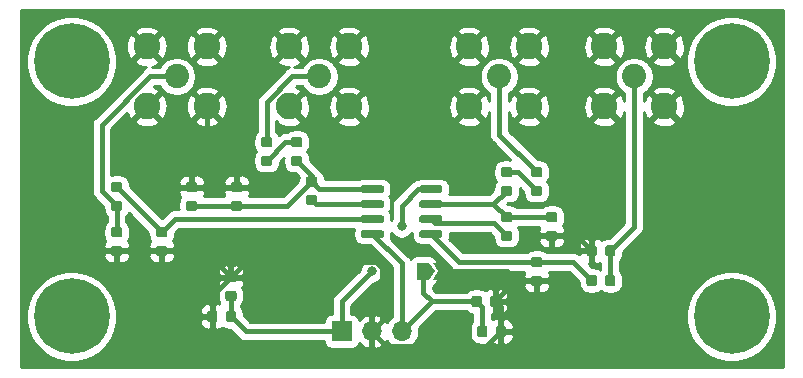
<source format=gbr>
G04 #@! TF.GenerationSoftware,KiCad,Pcbnew,(5.1.2)-2*
G04 #@! TF.CreationDate,2019-07-05T09:11:58+08:00*
G04 #@! TF.ProjectId,ADA4522,41444134-3532-4322-9e6b-696361645f70,rev?*
G04 #@! TF.SameCoordinates,Original*
G04 #@! TF.FileFunction,Copper,L1,Top*
G04 #@! TF.FilePolarity,Positive*
%FSLAX46Y46*%
G04 Gerber Fmt 4.6, Leading zero omitted, Abs format (unit mm)*
G04 Created by KiCad (PCBNEW (5.1.2)-2) date 2019-07-05 09:11:58*
%MOMM*%
%LPD*%
G04 APERTURE LIST*
%ADD10C,6.400000*%
%ADD11C,2.250000*%
%ADD12C,2.050000*%
%ADD13C,0.300000*%
%ADD14C,0.100000*%
%ADD15C,0.875000*%
%ADD16R,1.700000X1.700000*%
%ADD17O,1.700000X1.700000*%
%ADD18C,0.600000*%
%ADD19C,0.400000*%
%ADD20C,0.800000*%
%ADD21C,0.400000*%
%ADD22C,0.254000*%
G04 APERTURE END LIST*
D10*
X175260000Y-92710000D03*
X119380000Y-92710000D03*
X175260000Y-71120000D03*
X119380000Y-71120000D03*
D11*
X164465000Y-74930000D03*
X164465000Y-69850000D03*
X169545000Y-69850000D03*
X169545000Y-74930000D03*
D12*
X167005000Y-72390000D03*
D13*
X149135000Y-88900000D03*
D14*
G36*
X150135000Y-88900000D02*
G01*
X149635000Y-89650000D01*
X148635000Y-89650000D01*
X148635000Y-88150000D01*
X149635000Y-88150000D01*
X150135000Y-88900000D01*
X150135000Y-88900000D01*
G37*
D13*
X150585000Y-88900000D03*
D14*
G36*
X151085000Y-89650000D02*
G01*
X149935000Y-89650000D01*
X150435000Y-88900000D01*
X149935000Y-88150000D01*
X151085000Y-88150000D01*
X151085000Y-89650000D01*
X151085000Y-89650000D01*
G37*
G36*
X129817691Y-81326053D02*
G01*
X129838926Y-81329203D01*
X129859750Y-81334419D01*
X129879962Y-81341651D01*
X129899368Y-81350830D01*
X129917781Y-81361866D01*
X129935024Y-81374654D01*
X129950930Y-81389070D01*
X129965346Y-81404976D01*
X129978134Y-81422219D01*
X129989170Y-81440632D01*
X129998349Y-81460038D01*
X130005581Y-81480250D01*
X130010797Y-81501074D01*
X130013947Y-81522309D01*
X130015000Y-81543750D01*
X130015000Y-81981250D01*
X130013947Y-82002691D01*
X130010797Y-82023926D01*
X130005581Y-82044750D01*
X129998349Y-82064962D01*
X129989170Y-82084368D01*
X129978134Y-82102781D01*
X129965346Y-82120024D01*
X129950930Y-82135930D01*
X129935024Y-82150346D01*
X129917781Y-82163134D01*
X129899368Y-82174170D01*
X129879962Y-82183349D01*
X129859750Y-82190581D01*
X129838926Y-82195797D01*
X129817691Y-82198947D01*
X129796250Y-82200000D01*
X129283750Y-82200000D01*
X129262309Y-82198947D01*
X129241074Y-82195797D01*
X129220250Y-82190581D01*
X129200038Y-82183349D01*
X129180632Y-82174170D01*
X129162219Y-82163134D01*
X129144976Y-82150346D01*
X129129070Y-82135930D01*
X129114654Y-82120024D01*
X129101866Y-82102781D01*
X129090830Y-82084368D01*
X129081651Y-82064962D01*
X129074419Y-82044750D01*
X129069203Y-82023926D01*
X129066053Y-82002691D01*
X129065000Y-81981250D01*
X129065000Y-81543750D01*
X129066053Y-81522309D01*
X129069203Y-81501074D01*
X129074419Y-81480250D01*
X129081651Y-81460038D01*
X129090830Y-81440632D01*
X129101866Y-81422219D01*
X129114654Y-81404976D01*
X129129070Y-81389070D01*
X129144976Y-81374654D01*
X129162219Y-81361866D01*
X129180632Y-81350830D01*
X129200038Y-81341651D01*
X129220250Y-81334419D01*
X129241074Y-81329203D01*
X129262309Y-81326053D01*
X129283750Y-81325000D01*
X129796250Y-81325000D01*
X129817691Y-81326053D01*
X129817691Y-81326053D01*
G37*
D15*
X129540000Y-81762500D03*
D14*
G36*
X129817691Y-82901053D02*
G01*
X129838926Y-82904203D01*
X129859750Y-82909419D01*
X129879962Y-82916651D01*
X129899368Y-82925830D01*
X129917781Y-82936866D01*
X129935024Y-82949654D01*
X129950930Y-82964070D01*
X129965346Y-82979976D01*
X129978134Y-82997219D01*
X129989170Y-83015632D01*
X129998349Y-83035038D01*
X130005581Y-83055250D01*
X130010797Y-83076074D01*
X130013947Y-83097309D01*
X130015000Y-83118750D01*
X130015000Y-83556250D01*
X130013947Y-83577691D01*
X130010797Y-83598926D01*
X130005581Y-83619750D01*
X129998349Y-83639962D01*
X129989170Y-83659368D01*
X129978134Y-83677781D01*
X129965346Y-83695024D01*
X129950930Y-83710930D01*
X129935024Y-83725346D01*
X129917781Y-83738134D01*
X129899368Y-83749170D01*
X129879962Y-83758349D01*
X129859750Y-83765581D01*
X129838926Y-83770797D01*
X129817691Y-83773947D01*
X129796250Y-83775000D01*
X129283750Y-83775000D01*
X129262309Y-83773947D01*
X129241074Y-83770797D01*
X129220250Y-83765581D01*
X129200038Y-83758349D01*
X129180632Y-83749170D01*
X129162219Y-83738134D01*
X129144976Y-83725346D01*
X129129070Y-83710930D01*
X129114654Y-83695024D01*
X129101866Y-83677781D01*
X129090830Y-83659368D01*
X129081651Y-83639962D01*
X129074419Y-83619750D01*
X129069203Y-83598926D01*
X129066053Y-83577691D01*
X129065000Y-83556250D01*
X129065000Y-83118750D01*
X129066053Y-83097309D01*
X129069203Y-83076074D01*
X129074419Y-83055250D01*
X129081651Y-83035038D01*
X129090830Y-83015632D01*
X129101866Y-82997219D01*
X129114654Y-82979976D01*
X129129070Y-82964070D01*
X129144976Y-82949654D01*
X129162219Y-82936866D01*
X129180632Y-82925830D01*
X129200038Y-82916651D01*
X129220250Y-82909419D01*
X129241074Y-82904203D01*
X129262309Y-82901053D01*
X129283750Y-82900000D01*
X129796250Y-82900000D01*
X129817691Y-82901053D01*
X129817691Y-82901053D01*
G37*
D15*
X129540000Y-83337500D03*
D14*
G36*
X133145191Y-88946053D02*
G01*
X133166426Y-88949203D01*
X133187250Y-88954419D01*
X133207462Y-88961651D01*
X133226868Y-88970830D01*
X133245281Y-88981866D01*
X133262524Y-88994654D01*
X133278430Y-89009070D01*
X133292846Y-89024976D01*
X133305634Y-89042219D01*
X133316670Y-89060632D01*
X133325849Y-89080038D01*
X133333081Y-89100250D01*
X133338297Y-89121074D01*
X133341447Y-89142309D01*
X133342500Y-89163750D01*
X133342500Y-89601250D01*
X133341447Y-89622691D01*
X133338297Y-89643926D01*
X133333081Y-89664750D01*
X133325849Y-89684962D01*
X133316670Y-89704368D01*
X133305634Y-89722781D01*
X133292846Y-89740024D01*
X133278430Y-89755930D01*
X133262524Y-89770346D01*
X133245281Y-89783134D01*
X133226868Y-89794170D01*
X133207462Y-89803349D01*
X133187250Y-89810581D01*
X133166426Y-89815797D01*
X133145191Y-89818947D01*
X133123750Y-89820000D01*
X132611250Y-89820000D01*
X132589809Y-89818947D01*
X132568574Y-89815797D01*
X132547750Y-89810581D01*
X132527538Y-89803349D01*
X132508132Y-89794170D01*
X132489719Y-89783134D01*
X132472476Y-89770346D01*
X132456570Y-89755930D01*
X132442154Y-89740024D01*
X132429366Y-89722781D01*
X132418330Y-89704368D01*
X132409151Y-89684962D01*
X132401919Y-89664750D01*
X132396703Y-89643926D01*
X132393553Y-89622691D01*
X132392500Y-89601250D01*
X132392500Y-89163750D01*
X132393553Y-89142309D01*
X132396703Y-89121074D01*
X132401919Y-89100250D01*
X132409151Y-89080038D01*
X132418330Y-89060632D01*
X132429366Y-89042219D01*
X132442154Y-89024976D01*
X132456570Y-89009070D01*
X132472476Y-88994654D01*
X132489719Y-88981866D01*
X132508132Y-88970830D01*
X132527538Y-88961651D01*
X132547750Y-88954419D01*
X132568574Y-88949203D01*
X132589809Y-88946053D01*
X132611250Y-88945000D01*
X133123750Y-88945000D01*
X133145191Y-88946053D01*
X133145191Y-88946053D01*
G37*
D15*
X132867500Y-89382500D03*
D14*
G36*
X133145191Y-90521053D02*
G01*
X133166426Y-90524203D01*
X133187250Y-90529419D01*
X133207462Y-90536651D01*
X133226868Y-90545830D01*
X133245281Y-90556866D01*
X133262524Y-90569654D01*
X133278430Y-90584070D01*
X133292846Y-90599976D01*
X133305634Y-90617219D01*
X133316670Y-90635632D01*
X133325849Y-90655038D01*
X133333081Y-90675250D01*
X133338297Y-90696074D01*
X133341447Y-90717309D01*
X133342500Y-90738750D01*
X133342500Y-91176250D01*
X133341447Y-91197691D01*
X133338297Y-91218926D01*
X133333081Y-91239750D01*
X133325849Y-91259962D01*
X133316670Y-91279368D01*
X133305634Y-91297781D01*
X133292846Y-91315024D01*
X133278430Y-91330930D01*
X133262524Y-91345346D01*
X133245281Y-91358134D01*
X133226868Y-91369170D01*
X133207462Y-91378349D01*
X133187250Y-91385581D01*
X133166426Y-91390797D01*
X133145191Y-91393947D01*
X133123750Y-91395000D01*
X132611250Y-91395000D01*
X132589809Y-91393947D01*
X132568574Y-91390797D01*
X132547750Y-91385581D01*
X132527538Y-91378349D01*
X132508132Y-91369170D01*
X132489719Y-91358134D01*
X132472476Y-91345346D01*
X132456570Y-91330930D01*
X132442154Y-91315024D01*
X132429366Y-91297781D01*
X132418330Y-91279368D01*
X132409151Y-91259962D01*
X132401919Y-91239750D01*
X132396703Y-91218926D01*
X132393553Y-91197691D01*
X132392500Y-91176250D01*
X132392500Y-90738750D01*
X132393553Y-90717309D01*
X132396703Y-90696074D01*
X132401919Y-90675250D01*
X132409151Y-90655038D01*
X132418330Y-90635632D01*
X132429366Y-90617219D01*
X132442154Y-90599976D01*
X132456570Y-90584070D01*
X132472476Y-90569654D01*
X132489719Y-90556866D01*
X132508132Y-90545830D01*
X132527538Y-90536651D01*
X132547750Y-90529419D01*
X132568574Y-90524203D01*
X132589809Y-90521053D01*
X132611250Y-90520000D01*
X133123750Y-90520000D01*
X133145191Y-90521053D01*
X133145191Y-90521053D01*
G37*
D15*
X132867500Y-90957500D03*
D14*
G36*
X133107691Y-92236053D02*
G01*
X133128926Y-92239203D01*
X133149750Y-92244419D01*
X133169962Y-92251651D01*
X133189368Y-92260830D01*
X133207781Y-92271866D01*
X133225024Y-92284654D01*
X133240930Y-92299070D01*
X133255346Y-92314976D01*
X133268134Y-92332219D01*
X133279170Y-92350632D01*
X133288349Y-92370038D01*
X133295581Y-92390250D01*
X133300797Y-92411074D01*
X133303947Y-92432309D01*
X133305000Y-92453750D01*
X133305000Y-92966250D01*
X133303947Y-92987691D01*
X133300797Y-93008926D01*
X133295581Y-93029750D01*
X133288349Y-93049962D01*
X133279170Y-93069368D01*
X133268134Y-93087781D01*
X133255346Y-93105024D01*
X133240930Y-93120930D01*
X133225024Y-93135346D01*
X133207781Y-93148134D01*
X133189368Y-93159170D01*
X133169962Y-93168349D01*
X133149750Y-93175581D01*
X133128926Y-93180797D01*
X133107691Y-93183947D01*
X133086250Y-93185000D01*
X132648750Y-93185000D01*
X132627309Y-93183947D01*
X132606074Y-93180797D01*
X132585250Y-93175581D01*
X132565038Y-93168349D01*
X132545632Y-93159170D01*
X132527219Y-93148134D01*
X132509976Y-93135346D01*
X132494070Y-93120930D01*
X132479654Y-93105024D01*
X132466866Y-93087781D01*
X132455830Y-93069368D01*
X132446651Y-93049962D01*
X132439419Y-93029750D01*
X132434203Y-93008926D01*
X132431053Y-92987691D01*
X132430000Y-92966250D01*
X132430000Y-92453750D01*
X132431053Y-92432309D01*
X132434203Y-92411074D01*
X132439419Y-92390250D01*
X132446651Y-92370038D01*
X132455830Y-92350632D01*
X132466866Y-92332219D01*
X132479654Y-92314976D01*
X132494070Y-92299070D01*
X132509976Y-92284654D01*
X132527219Y-92271866D01*
X132545632Y-92260830D01*
X132565038Y-92251651D01*
X132585250Y-92244419D01*
X132606074Y-92239203D01*
X132627309Y-92236053D01*
X132648750Y-92235000D01*
X133086250Y-92235000D01*
X133107691Y-92236053D01*
X133107691Y-92236053D01*
G37*
D15*
X132867500Y-92710000D03*
D14*
G36*
X131532691Y-92236053D02*
G01*
X131553926Y-92239203D01*
X131574750Y-92244419D01*
X131594962Y-92251651D01*
X131614368Y-92260830D01*
X131632781Y-92271866D01*
X131650024Y-92284654D01*
X131665930Y-92299070D01*
X131680346Y-92314976D01*
X131693134Y-92332219D01*
X131704170Y-92350632D01*
X131713349Y-92370038D01*
X131720581Y-92390250D01*
X131725797Y-92411074D01*
X131728947Y-92432309D01*
X131730000Y-92453750D01*
X131730000Y-92966250D01*
X131728947Y-92987691D01*
X131725797Y-93008926D01*
X131720581Y-93029750D01*
X131713349Y-93049962D01*
X131704170Y-93069368D01*
X131693134Y-93087781D01*
X131680346Y-93105024D01*
X131665930Y-93120930D01*
X131650024Y-93135346D01*
X131632781Y-93148134D01*
X131614368Y-93159170D01*
X131594962Y-93168349D01*
X131574750Y-93175581D01*
X131553926Y-93180797D01*
X131532691Y-93183947D01*
X131511250Y-93185000D01*
X131073750Y-93185000D01*
X131052309Y-93183947D01*
X131031074Y-93180797D01*
X131010250Y-93175581D01*
X130990038Y-93168349D01*
X130970632Y-93159170D01*
X130952219Y-93148134D01*
X130934976Y-93135346D01*
X130919070Y-93120930D01*
X130904654Y-93105024D01*
X130891866Y-93087781D01*
X130880830Y-93069368D01*
X130871651Y-93049962D01*
X130864419Y-93029750D01*
X130859203Y-93008926D01*
X130856053Y-92987691D01*
X130855000Y-92966250D01*
X130855000Y-92453750D01*
X130856053Y-92432309D01*
X130859203Y-92411074D01*
X130864419Y-92390250D01*
X130871651Y-92370038D01*
X130880830Y-92350632D01*
X130891866Y-92332219D01*
X130904654Y-92314976D01*
X130919070Y-92299070D01*
X130934976Y-92284654D01*
X130952219Y-92271866D01*
X130970632Y-92260830D01*
X130990038Y-92251651D01*
X131010250Y-92244419D01*
X131031074Y-92239203D01*
X131052309Y-92236053D01*
X131073750Y-92235000D01*
X131511250Y-92235000D01*
X131532691Y-92236053D01*
X131532691Y-92236053D01*
G37*
D15*
X131292500Y-92710000D03*
D14*
G36*
X155967691Y-93506053D02*
G01*
X155988926Y-93509203D01*
X156009750Y-93514419D01*
X156029962Y-93521651D01*
X156049368Y-93530830D01*
X156067781Y-93541866D01*
X156085024Y-93554654D01*
X156100930Y-93569070D01*
X156115346Y-93584976D01*
X156128134Y-93602219D01*
X156139170Y-93620632D01*
X156148349Y-93640038D01*
X156155581Y-93660250D01*
X156160797Y-93681074D01*
X156163947Y-93702309D01*
X156165000Y-93723750D01*
X156165000Y-94236250D01*
X156163947Y-94257691D01*
X156160797Y-94278926D01*
X156155581Y-94299750D01*
X156148349Y-94319962D01*
X156139170Y-94339368D01*
X156128134Y-94357781D01*
X156115346Y-94375024D01*
X156100930Y-94390930D01*
X156085024Y-94405346D01*
X156067781Y-94418134D01*
X156049368Y-94429170D01*
X156029962Y-94438349D01*
X156009750Y-94445581D01*
X155988926Y-94450797D01*
X155967691Y-94453947D01*
X155946250Y-94455000D01*
X155508750Y-94455000D01*
X155487309Y-94453947D01*
X155466074Y-94450797D01*
X155445250Y-94445581D01*
X155425038Y-94438349D01*
X155405632Y-94429170D01*
X155387219Y-94418134D01*
X155369976Y-94405346D01*
X155354070Y-94390930D01*
X155339654Y-94375024D01*
X155326866Y-94357781D01*
X155315830Y-94339368D01*
X155306651Y-94319962D01*
X155299419Y-94299750D01*
X155294203Y-94278926D01*
X155291053Y-94257691D01*
X155290000Y-94236250D01*
X155290000Y-93723750D01*
X155291053Y-93702309D01*
X155294203Y-93681074D01*
X155299419Y-93660250D01*
X155306651Y-93640038D01*
X155315830Y-93620632D01*
X155326866Y-93602219D01*
X155339654Y-93584976D01*
X155354070Y-93569070D01*
X155369976Y-93554654D01*
X155387219Y-93541866D01*
X155405632Y-93530830D01*
X155425038Y-93521651D01*
X155445250Y-93514419D01*
X155466074Y-93509203D01*
X155487309Y-93506053D01*
X155508750Y-93505000D01*
X155946250Y-93505000D01*
X155967691Y-93506053D01*
X155967691Y-93506053D01*
G37*
D15*
X155727500Y-93980000D03*
D14*
G36*
X154392691Y-93506053D02*
G01*
X154413926Y-93509203D01*
X154434750Y-93514419D01*
X154454962Y-93521651D01*
X154474368Y-93530830D01*
X154492781Y-93541866D01*
X154510024Y-93554654D01*
X154525930Y-93569070D01*
X154540346Y-93584976D01*
X154553134Y-93602219D01*
X154564170Y-93620632D01*
X154573349Y-93640038D01*
X154580581Y-93660250D01*
X154585797Y-93681074D01*
X154588947Y-93702309D01*
X154590000Y-93723750D01*
X154590000Y-94236250D01*
X154588947Y-94257691D01*
X154585797Y-94278926D01*
X154580581Y-94299750D01*
X154573349Y-94319962D01*
X154564170Y-94339368D01*
X154553134Y-94357781D01*
X154540346Y-94375024D01*
X154525930Y-94390930D01*
X154510024Y-94405346D01*
X154492781Y-94418134D01*
X154474368Y-94429170D01*
X154454962Y-94438349D01*
X154434750Y-94445581D01*
X154413926Y-94450797D01*
X154392691Y-94453947D01*
X154371250Y-94455000D01*
X153933750Y-94455000D01*
X153912309Y-94453947D01*
X153891074Y-94450797D01*
X153870250Y-94445581D01*
X153850038Y-94438349D01*
X153830632Y-94429170D01*
X153812219Y-94418134D01*
X153794976Y-94405346D01*
X153779070Y-94390930D01*
X153764654Y-94375024D01*
X153751866Y-94357781D01*
X153740830Y-94339368D01*
X153731651Y-94319962D01*
X153724419Y-94299750D01*
X153719203Y-94278926D01*
X153716053Y-94257691D01*
X153715000Y-94236250D01*
X153715000Y-93723750D01*
X153716053Y-93702309D01*
X153719203Y-93681074D01*
X153724419Y-93660250D01*
X153731651Y-93640038D01*
X153740830Y-93620632D01*
X153751866Y-93602219D01*
X153764654Y-93584976D01*
X153779070Y-93569070D01*
X153794976Y-93554654D01*
X153812219Y-93541866D01*
X153830632Y-93530830D01*
X153850038Y-93521651D01*
X153870250Y-93514419D01*
X153891074Y-93509203D01*
X153912309Y-93506053D01*
X153933750Y-93505000D01*
X154371250Y-93505000D01*
X154392691Y-93506053D01*
X154392691Y-93506053D01*
G37*
D15*
X154152500Y-93980000D03*
D14*
G36*
X153910191Y-90966053D02*
G01*
X153931426Y-90969203D01*
X153952250Y-90974419D01*
X153972462Y-90981651D01*
X153991868Y-90990830D01*
X154010281Y-91001866D01*
X154027524Y-91014654D01*
X154043430Y-91029070D01*
X154057846Y-91044976D01*
X154070634Y-91062219D01*
X154081670Y-91080632D01*
X154090849Y-91100038D01*
X154098081Y-91120250D01*
X154103297Y-91141074D01*
X154106447Y-91162309D01*
X154107500Y-91183750D01*
X154107500Y-91696250D01*
X154106447Y-91717691D01*
X154103297Y-91738926D01*
X154098081Y-91759750D01*
X154090849Y-91779962D01*
X154081670Y-91799368D01*
X154070634Y-91817781D01*
X154057846Y-91835024D01*
X154043430Y-91850930D01*
X154027524Y-91865346D01*
X154010281Y-91878134D01*
X153991868Y-91889170D01*
X153972462Y-91898349D01*
X153952250Y-91905581D01*
X153931426Y-91910797D01*
X153910191Y-91913947D01*
X153888750Y-91915000D01*
X153451250Y-91915000D01*
X153429809Y-91913947D01*
X153408574Y-91910797D01*
X153387750Y-91905581D01*
X153367538Y-91898349D01*
X153348132Y-91889170D01*
X153329719Y-91878134D01*
X153312476Y-91865346D01*
X153296570Y-91850930D01*
X153282154Y-91835024D01*
X153269366Y-91817781D01*
X153258330Y-91799368D01*
X153249151Y-91779962D01*
X153241919Y-91759750D01*
X153236703Y-91738926D01*
X153233553Y-91717691D01*
X153232500Y-91696250D01*
X153232500Y-91183750D01*
X153233553Y-91162309D01*
X153236703Y-91141074D01*
X153241919Y-91120250D01*
X153249151Y-91100038D01*
X153258330Y-91080632D01*
X153269366Y-91062219D01*
X153282154Y-91044976D01*
X153296570Y-91029070D01*
X153312476Y-91014654D01*
X153329719Y-91001866D01*
X153348132Y-90990830D01*
X153367538Y-90981651D01*
X153387750Y-90974419D01*
X153408574Y-90969203D01*
X153429809Y-90966053D01*
X153451250Y-90965000D01*
X153888750Y-90965000D01*
X153910191Y-90966053D01*
X153910191Y-90966053D01*
G37*
D15*
X153670000Y-91440000D03*
D14*
G36*
X155485191Y-90966053D02*
G01*
X155506426Y-90969203D01*
X155527250Y-90974419D01*
X155547462Y-90981651D01*
X155566868Y-90990830D01*
X155585281Y-91001866D01*
X155602524Y-91014654D01*
X155618430Y-91029070D01*
X155632846Y-91044976D01*
X155645634Y-91062219D01*
X155656670Y-91080632D01*
X155665849Y-91100038D01*
X155673081Y-91120250D01*
X155678297Y-91141074D01*
X155681447Y-91162309D01*
X155682500Y-91183750D01*
X155682500Y-91696250D01*
X155681447Y-91717691D01*
X155678297Y-91738926D01*
X155673081Y-91759750D01*
X155665849Y-91779962D01*
X155656670Y-91799368D01*
X155645634Y-91817781D01*
X155632846Y-91835024D01*
X155618430Y-91850930D01*
X155602524Y-91865346D01*
X155585281Y-91878134D01*
X155566868Y-91889170D01*
X155547462Y-91898349D01*
X155527250Y-91905581D01*
X155506426Y-91910797D01*
X155485191Y-91913947D01*
X155463750Y-91915000D01*
X155026250Y-91915000D01*
X155004809Y-91913947D01*
X154983574Y-91910797D01*
X154962750Y-91905581D01*
X154942538Y-91898349D01*
X154923132Y-91889170D01*
X154904719Y-91878134D01*
X154887476Y-91865346D01*
X154871570Y-91850930D01*
X154857154Y-91835024D01*
X154844366Y-91817781D01*
X154833330Y-91799368D01*
X154824151Y-91779962D01*
X154816919Y-91759750D01*
X154811703Y-91738926D01*
X154808553Y-91717691D01*
X154807500Y-91696250D01*
X154807500Y-91183750D01*
X154808553Y-91162309D01*
X154811703Y-91141074D01*
X154816919Y-91120250D01*
X154824151Y-91100038D01*
X154833330Y-91080632D01*
X154844366Y-91062219D01*
X154857154Y-91044976D01*
X154871570Y-91029070D01*
X154887476Y-91014654D01*
X154904719Y-91001866D01*
X154923132Y-90990830D01*
X154942538Y-90981651D01*
X154962750Y-90974419D01*
X154983574Y-90969203D01*
X155004809Y-90966053D01*
X155026250Y-90965000D01*
X155463750Y-90965000D01*
X155485191Y-90966053D01*
X155485191Y-90966053D01*
G37*
D15*
X155245000Y-91440000D03*
D14*
G36*
X136167691Y-79091053D02*
G01*
X136188926Y-79094203D01*
X136209750Y-79099419D01*
X136229962Y-79106651D01*
X136249368Y-79115830D01*
X136267781Y-79126866D01*
X136285024Y-79139654D01*
X136300930Y-79154070D01*
X136315346Y-79169976D01*
X136328134Y-79187219D01*
X136339170Y-79205632D01*
X136348349Y-79225038D01*
X136355581Y-79245250D01*
X136360797Y-79266074D01*
X136363947Y-79287309D01*
X136365000Y-79308750D01*
X136365000Y-79746250D01*
X136363947Y-79767691D01*
X136360797Y-79788926D01*
X136355581Y-79809750D01*
X136348349Y-79829962D01*
X136339170Y-79849368D01*
X136328134Y-79867781D01*
X136315346Y-79885024D01*
X136300930Y-79900930D01*
X136285024Y-79915346D01*
X136267781Y-79928134D01*
X136249368Y-79939170D01*
X136229962Y-79948349D01*
X136209750Y-79955581D01*
X136188926Y-79960797D01*
X136167691Y-79963947D01*
X136146250Y-79965000D01*
X135633750Y-79965000D01*
X135612309Y-79963947D01*
X135591074Y-79960797D01*
X135570250Y-79955581D01*
X135550038Y-79948349D01*
X135530632Y-79939170D01*
X135512219Y-79928134D01*
X135494976Y-79915346D01*
X135479070Y-79900930D01*
X135464654Y-79885024D01*
X135451866Y-79867781D01*
X135440830Y-79849368D01*
X135431651Y-79829962D01*
X135424419Y-79809750D01*
X135419203Y-79788926D01*
X135416053Y-79767691D01*
X135415000Y-79746250D01*
X135415000Y-79308750D01*
X135416053Y-79287309D01*
X135419203Y-79266074D01*
X135424419Y-79245250D01*
X135431651Y-79225038D01*
X135440830Y-79205632D01*
X135451866Y-79187219D01*
X135464654Y-79169976D01*
X135479070Y-79154070D01*
X135494976Y-79139654D01*
X135512219Y-79126866D01*
X135530632Y-79115830D01*
X135550038Y-79106651D01*
X135570250Y-79099419D01*
X135591074Y-79094203D01*
X135612309Y-79091053D01*
X135633750Y-79090000D01*
X136146250Y-79090000D01*
X136167691Y-79091053D01*
X136167691Y-79091053D01*
G37*
D15*
X135890000Y-79527500D03*
D14*
G36*
X136167691Y-77516053D02*
G01*
X136188926Y-77519203D01*
X136209750Y-77524419D01*
X136229962Y-77531651D01*
X136249368Y-77540830D01*
X136267781Y-77551866D01*
X136285024Y-77564654D01*
X136300930Y-77579070D01*
X136315346Y-77594976D01*
X136328134Y-77612219D01*
X136339170Y-77630632D01*
X136348349Y-77650038D01*
X136355581Y-77670250D01*
X136360797Y-77691074D01*
X136363947Y-77712309D01*
X136365000Y-77733750D01*
X136365000Y-78171250D01*
X136363947Y-78192691D01*
X136360797Y-78213926D01*
X136355581Y-78234750D01*
X136348349Y-78254962D01*
X136339170Y-78274368D01*
X136328134Y-78292781D01*
X136315346Y-78310024D01*
X136300930Y-78325930D01*
X136285024Y-78340346D01*
X136267781Y-78353134D01*
X136249368Y-78364170D01*
X136229962Y-78373349D01*
X136209750Y-78380581D01*
X136188926Y-78385797D01*
X136167691Y-78388947D01*
X136146250Y-78390000D01*
X135633750Y-78390000D01*
X135612309Y-78388947D01*
X135591074Y-78385797D01*
X135570250Y-78380581D01*
X135550038Y-78373349D01*
X135530632Y-78364170D01*
X135512219Y-78353134D01*
X135494976Y-78340346D01*
X135479070Y-78325930D01*
X135464654Y-78310024D01*
X135451866Y-78292781D01*
X135440830Y-78274368D01*
X135431651Y-78254962D01*
X135424419Y-78234750D01*
X135419203Y-78213926D01*
X135416053Y-78192691D01*
X135415000Y-78171250D01*
X135415000Y-77733750D01*
X135416053Y-77712309D01*
X135419203Y-77691074D01*
X135424419Y-77670250D01*
X135431651Y-77650038D01*
X135440830Y-77630632D01*
X135451866Y-77612219D01*
X135464654Y-77594976D01*
X135479070Y-77579070D01*
X135494976Y-77564654D01*
X135512219Y-77551866D01*
X135530632Y-77540830D01*
X135550038Y-77531651D01*
X135570250Y-77524419D01*
X135591074Y-77519203D01*
X135612309Y-77516053D01*
X135633750Y-77515000D01*
X136146250Y-77515000D01*
X136167691Y-77516053D01*
X136167691Y-77516053D01*
G37*
D15*
X135890000Y-77952500D03*
D14*
G36*
X160297691Y-85441053D02*
G01*
X160318926Y-85444203D01*
X160339750Y-85449419D01*
X160359962Y-85456651D01*
X160379368Y-85465830D01*
X160397781Y-85476866D01*
X160415024Y-85489654D01*
X160430930Y-85504070D01*
X160445346Y-85519976D01*
X160458134Y-85537219D01*
X160469170Y-85555632D01*
X160478349Y-85575038D01*
X160485581Y-85595250D01*
X160490797Y-85616074D01*
X160493947Y-85637309D01*
X160495000Y-85658750D01*
X160495000Y-86096250D01*
X160493947Y-86117691D01*
X160490797Y-86138926D01*
X160485581Y-86159750D01*
X160478349Y-86179962D01*
X160469170Y-86199368D01*
X160458134Y-86217781D01*
X160445346Y-86235024D01*
X160430930Y-86250930D01*
X160415024Y-86265346D01*
X160397781Y-86278134D01*
X160379368Y-86289170D01*
X160359962Y-86298349D01*
X160339750Y-86305581D01*
X160318926Y-86310797D01*
X160297691Y-86313947D01*
X160276250Y-86315000D01*
X159763750Y-86315000D01*
X159742309Y-86313947D01*
X159721074Y-86310797D01*
X159700250Y-86305581D01*
X159680038Y-86298349D01*
X159660632Y-86289170D01*
X159642219Y-86278134D01*
X159624976Y-86265346D01*
X159609070Y-86250930D01*
X159594654Y-86235024D01*
X159581866Y-86217781D01*
X159570830Y-86199368D01*
X159561651Y-86179962D01*
X159554419Y-86159750D01*
X159549203Y-86138926D01*
X159546053Y-86117691D01*
X159545000Y-86096250D01*
X159545000Y-85658750D01*
X159546053Y-85637309D01*
X159549203Y-85616074D01*
X159554419Y-85595250D01*
X159561651Y-85575038D01*
X159570830Y-85555632D01*
X159581866Y-85537219D01*
X159594654Y-85519976D01*
X159609070Y-85504070D01*
X159624976Y-85489654D01*
X159642219Y-85476866D01*
X159660632Y-85465830D01*
X159680038Y-85456651D01*
X159700250Y-85449419D01*
X159721074Y-85444203D01*
X159742309Y-85441053D01*
X159763750Y-85440000D01*
X160276250Y-85440000D01*
X160297691Y-85441053D01*
X160297691Y-85441053D01*
G37*
D15*
X160020000Y-85877500D03*
D14*
G36*
X160297691Y-83866053D02*
G01*
X160318926Y-83869203D01*
X160339750Y-83874419D01*
X160359962Y-83881651D01*
X160379368Y-83890830D01*
X160397781Y-83901866D01*
X160415024Y-83914654D01*
X160430930Y-83929070D01*
X160445346Y-83944976D01*
X160458134Y-83962219D01*
X160469170Y-83980632D01*
X160478349Y-84000038D01*
X160485581Y-84020250D01*
X160490797Y-84041074D01*
X160493947Y-84062309D01*
X160495000Y-84083750D01*
X160495000Y-84521250D01*
X160493947Y-84542691D01*
X160490797Y-84563926D01*
X160485581Y-84584750D01*
X160478349Y-84604962D01*
X160469170Y-84624368D01*
X160458134Y-84642781D01*
X160445346Y-84660024D01*
X160430930Y-84675930D01*
X160415024Y-84690346D01*
X160397781Y-84703134D01*
X160379368Y-84714170D01*
X160359962Y-84723349D01*
X160339750Y-84730581D01*
X160318926Y-84735797D01*
X160297691Y-84738947D01*
X160276250Y-84740000D01*
X159763750Y-84740000D01*
X159742309Y-84738947D01*
X159721074Y-84735797D01*
X159700250Y-84730581D01*
X159680038Y-84723349D01*
X159660632Y-84714170D01*
X159642219Y-84703134D01*
X159624976Y-84690346D01*
X159609070Y-84675930D01*
X159594654Y-84660024D01*
X159581866Y-84642781D01*
X159570830Y-84624368D01*
X159561651Y-84604962D01*
X159554419Y-84584750D01*
X159549203Y-84563926D01*
X159546053Y-84542691D01*
X159545000Y-84521250D01*
X159545000Y-84083750D01*
X159546053Y-84062309D01*
X159549203Y-84041074D01*
X159554419Y-84020250D01*
X159561651Y-84000038D01*
X159570830Y-83980632D01*
X159581866Y-83962219D01*
X159594654Y-83944976D01*
X159609070Y-83929070D01*
X159624976Y-83914654D01*
X159642219Y-83901866D01*
X159660632Y-83890830D01*
X159680038Y-83881651D01*
X159700250Y-83874419D01*
X159721074Y-83869203D01*
X159742309Y-83866053D01*
X159763750Y-83865000D01*
X160276250Y-83865000D01*
X160297691Y-83866053D01*
X160297691Y-83866053D01*
G37*
D15*
X160020000Y-84302500D03*
D14*
G36*
X159027691Y-80056053D02*
G01*
X159048926Y-80059203D01*
X159069750Y-80064419D01*
X159089962Y-80071651D01*
X159109368Y-80080830D01*
X159127781Y-80091866D01*
X159145024Y-80104654D01*
X159160930Y-80119070D01*
X159175346Y-80134976D01*
X159188134Y-80152219D01*
X159199170Y-80170632D01*
X159208349Y-80190038D01*
X159215581Y-80210250D01*
X159220797Y-80231074D01*
X159223947Y-80252309D01*
X159225000Y-80273750D01*
X159225000Y-80711250D01*
X159223947Y-80732691D01*
X159220797Y-80753926D01*
X159215581Y-80774750D01*
X159208349Y-80794962D01*
X159199170Y-80814368D01*
X159188134Y-80832781D01*
X159175346Y-80850024D01*
X159160930Y-80865930D01*
X159145024Y-80880346D01*
X159127781Y-80893134D01*
X159109368Y-80904170D01*
X159089962Y-80913349D01*
X159069750Y-80920581D01*
X159048926Y-80925797D01*
X159027691Y-80928947D01*
X159006250Y-80930000D01*
X158493750Y-80930000D01*
X158472309Y-80928947D01*
X158451074Y-80925797D01*
X158430250Y-80920581D01*
X158410038Y-80913349D01*
X158390632Y-80904170D01*
X158372219Y-80893134D01*
X158354976Y-80880346D01*
X158339070Y-80865930D01*
X158324654Y-80850024D01*
X158311866Y-80832781D01*
X158300830Y-80814368D01*
X158291651Y-80794962D01*
X158284419Y-80774750D01*
X158279203Y-80753926D01*
X158276053Y-80732691D01*
X158275000Y-80711250D01*
X158275000Y-80273750D01*
X158276053Y-80252309D01*
X158279203Y-80231074D01*
X158284419Y-80210250D01*
X158291651Y-80190038D01*
X158300830Y-80170632D01*
X158311866Y-80152219D01*
X158324654Y-80134976D01*
X158339070Y-80119070D01*
X158354976Y-80104654D01*
X158372219Y-80091866D01*
X158390632Y-80080830D01*
X158410038Y-80071651D01*
X158430250Y-80064419D01*
X158451074Y-80059203D01*
X158472309Y-80056053D01*
X158493750Y-80055000D01*
X159006250Y-80055000D01*
X159027691Y-80056053D01*
X159027691Y-80056053D01*
G37*
D15*
X158750000Y-80492500D03*
D14*
G36*
X159027691Y-81631053D02*
G01*
X159048926Y-81634203D01*
X159069750Y-81639419D01*
X159089962Y-81646651D01*
X159109368Y-81655830D01*
X159127781Y-81666866D01*
X159145024Y-81679654D01*
X159160930Y-81694070D01*
X159175346Y-81709976D01*
X159188134Y-81727219D01*
X159199170Y-81745632D01*
X159208349Y-81765038D01*
X159215581Y-81785250D01*
X159220797Y-81806074D01*
X159223947Y-81827309D01*
X159225000Y-81848750D01*
X159225000Y-82286250D01*
X159223947Y-82307691D01*
X159220797Y-82328926D01*
X159215581Y-82349750D01*
X159208349Y-82369962D01*
X159199170Y-82389368D01*
X159188134Y-82407781D01*
X159175346Y-82425024D01*
X159160930Y-82440930D01*
X159145024Y-82455346D01*
X159127781Y-82468134D01*
X159109368Y-82479170D01*
X159089962Y-82488349D01*
X159069750Y-82495581D01*
X159048926Y-82500797D01*
X159027691Y-82503947D01*
X159006250Y-82505000D01*
X158493750Y-82505000D01*
X158472309Y-82503947D01*
X158451074Y-82500797D01*
X158430250Y-82495581D01*
X158410038Y-82488349D01*
X158390632Y-82479170D01*
X158372219Y-82468134D01*
X158354976Y-82455346D01*
X158339070Y-82440930D01*
X158324654Y-82425024D01*
X158311866Y-82407781D01*
X158300830Y-82389368D01*
X158291651Y-82369962D01*
X158284419Y-82349750D01*
X158279203Y-82328926D01*
X158276053Y-82307691D01*
X158275000Y-82286250D01*
X158275000Y-81848750D01*
X158276053Y-81827309D01*
X158279203Y-81806074D01*
X158284419Y-81785250D01*
X158291651Y-81765038D01*
X158300830Y-81745632D01*
X158311866Y-81727219D01*
X158324654Y-81709976D01*
X158339070Y-81694070D01*
X158354976Y-81679654D01*
X158372219Y-81666866D01*
X158390632Y-81655830D01*
X158410038Y-81646651D01*
X158430250Y-81639419D01*
X158451074Y-81634203D01*
X158472309Y-81631053D01*
X158493750Y-81630000D01*
X159006250Y-81630000D01*
X159027691Y-81631053D01*
X159027691Y-81631053D01*
G37*
D15*
X158750000Y-82067500D03*
D11*
X125730000Y-74930000D03*
X125730000Y-69850000D03*
X130810000Y-69850000D03*
X130810000Y-74930000D03*
D12*
X128270000Y-72390000D03*
X140335000Y-72390000D03*
D11*
X142875000Y-74930000D03*
X142875000Y-69850000D03*
X137795000Y-69850000D03*
X137795000Y-74930000D03*
D16*
X142240000Y-93980000D03*
D17*
X144780000Y-93980000D03*
X147320000Y-93980000D03*
D12*
X155575000Y-72390000D03*
D11*
X158115000Y-74930000D03*
X158115000Y-69850000D03*
X153035000Y-69850000D03*
X153035000Y-74930000D03*
D14*
G36*
X138707691Y-77516053D02*
G01*
X138728926Y-77519203D01*
X138749750Y-77524419D01*
X138769962Y-77531651D01*
X138789368Y-77540830D01*
X138807781Y-77551866D01*
X138825024Y-77564654D01*
X138840930Y-77579070D01*
X138855346Y-77594976D01*
X138868134Y-77612219D01*
X138879170Y-77630632D01*
X138888349Y-77650038D01*
X138895581Y-77670250D01*
X138900797Y-77691074D01*
X138903947Y-77712309D01*
X138905000Y-77733750D01*
X138905000Y-78171250D01*
X138903947Y-78192691D01*
X138900797Y-78213926D01*
X138895581Y-78234750D01*
X138888349Y-78254962D01*
X138879170Y-78274368D01*
X138868134Y-78292781D01*
X138855346Y-78310024D01*
X138840930Y-78325930D01*
X138825024Y-78340346D01*
X138807781Y-78353134D01*
X138789368Y-78364170D01*
X138769962Y-78373349D01*
X138749750Y-78380581D01*
X138728926Y-78385797D01*
X138707691Y-78388947D01*
X138686250Y-78390000D01*
X138173750Y-78390000D01*
X138152309Y-78388947D01*
X138131074Y-78385797D01*
X138110250Y-78380581D01*
X138090038Y-78373349D01*
X138070632Y-78364170D01*
X138052219Y-78353134D01*
X138034976Y-78340346D01*
X138019070Y-78325930D01*
X138004654Y-78310024D01*
X137991866Y-78292781D01*
X137980830Y-78274368D01*
X137971651Y-78254962D01*
X137964419Y-78234750D01*
X137959203Y-78213926D01*
X137956053Y-78192691D01*
X137955000Y-78171250D01*
X137955000Y-77733750D01*
X137956053Y-77712309D01*
X137959203Y-77691074D01*
X137964419Y-77670250D01*
X137971651Y-77650038D01*
X137980830Y-77630632D01*
X137991866Y-77612219D01*
X138004654Y-77594976D01*
X138019070Y-77579070D01*
X138034976Y-77564654D01*
X138052219Y-77551866D01*
X138070632Y-77540830D01*
X138090038Y-77531651D01*
X138110250Y-77524419D01*
X138131074Y-77519203D01*
X138152309Y-77516053D01*
X138173750Y-77515000D01*
X138686250Y-77515000D01*
X138707691Y-77516053D01*
X138707691Y-77516053D01*
G37*
D15*
X138430000Y-77952500D03*
D14*
G36*
X138707691Y-79091053D02*
G01*
X138728926Y-79094203D01*
X138749750Y-79099419D01*
X138769962Y-79106651D01*
X138789368Y-79115830D01*
X138807781Y-79126866D01*
X138825024Y-79139654D01*
X138840930Y-79154070D01*
X138855346Y-79169976D01*
X138868134Y-79187219D01*
X138879170Y-79205632D01*
X138888349Y-79225038D01*
X138895581Y-79245250D01*
X138900797Y-79266074D01*
X138903947Y-79287309D01*
X138905000Y-79308750D01*
X138905000Y-79746250D01*
X138903947Y-79767691D01*
X138900797Y-79788926D01*
X138895581Y-79809750D01*
X138888349Y-79829962D01*
X138879170Y-79849368D01*
X138868134Y-79867781D01*
X138855346Y-79885024D01*
X138840930Y-79900930D01*
X138825024Y-79915346D01*
X138807781Y-79928134D01*
X138789368Y-79939170D01*
X138769962Y-79948349D01*
X138749750Y-79955581D01*
X138728926Y-79960797D01*
X138707691Y-79963947D01*
X138686250Y-79965000D01*
X138173750Y-79965000D01*
X138152309Y-79963947D01*
X138131074Y-79960797D01*
X138110250Y-79955581D01*
X138090038Y-79948349D01*
X138070632Y-79939170D01*
X138052219Y-79928134D01*
X138034976Y-79915346D01*
X138019070Y-79900930D01*
X138004654Y-79885024D01*
X137991866Y-79867781D01*
X137980830Y-79849368D01*
X137971651Y-79829962D01*
X137964419Y-79809750D01*
X137959203Y-79788926D01*
X137956053Y-79767691D01*
X137955000Y-79746250D01*
X137955000Y-79308750D01*
X137956053Y-79287309D01*
X137959203Y-79266074D01*
X137964419Y-79245250D01*
X137971651Y-79225038D01*
X137980830Y-79205632D01*
X137991866Y-79187219D01*
X138004654Y-79169976D01*
X138019070Y-79154070D01*
X138034976Y-79139654D01*
X138052219Y-79126866D01*
X138070632Y-79115830D01*
X138090038Y-79106651D01*
X138110250Y-79099419D01*
X138131074Y-79094203D01*
X138152309Y-79091053D01*
X138173750Y-79090000D01*
X138686250Y-79090000D01*
X138707691Y-79091053D01*
X138707691Y-79091053D01*
G37*
D15*
X138430000Y-79527500D03*
D14*
G36*
X127277691Y-86711053D02*
G01*
X127298926Y-86714203D01*
X127319750Y-86719419D01*
X127339962Y-86726651D01*
X127359368Y-86735830D01*
X127377781Y-86746866D01*
X127395024Y-86759654D01*
X127410930Y-86774070D01*
X127425346Y-86789976D01*
X127438134Y-86807219D01*
X127449170Y-86825632D01*
X127458349Y-86845038D01*
X127465581Y-86865250D01*
X127470797Y-86886074D01*
X127473947Y-86907309D01*
X127475000Y-86928750D01*
X127475000Y-87366250D01*
X127473947Y-87387691D01*
X127470797Y-87408926D01*
X127465581Y-87429750D01*
X127458349Y-87449962D01*
X127449170Y-87469368D01*
X127438134Y-87487781D01*
X127425346Y-87505024D01*
X127410930Y-87520930D01*
X127395024Y-87535346D01*
X127377781Y-87548134D01*
X127359368Y-87559170D01*
X127339962Y-87568349D01*
X127319750Y-87575581D01*
X127298926Y-87580797D01*
X127277691Y-87583947D01*
X127256250Y-87585000D01*
X126743750Y-87585000D01*
X126722309Y-87583947D01*
X126701074Y-87580797D01*
X126680250Y-87575581D01*
X126660038Y-87568349D01*
X126640632Y-87559170D01*
X126622219Y-87548134D01*
X126604976Y-87535346D01*
X126589070Y-87520930D01*
X126574654Y-87505024D01*
X126561866Y-87487781D01*
X126550830Y-87469368D01*
X126541651Y-87449962D01*
X126534419Y-87429750D01*
X126529203Y-87408926D01*
X126526053Y-87387691D01*
X126525000Y-87366250D01*
X126525000Y-86928750D01*
X126526053Y-86907309D01*
X126529203Y-86886074D01*
X126534419Y-86865250D01*
X126541651Y-86845038D01*
X126550830Y-86825632D01*
X126561866Y-86807219D01*
X126574654Y-86789976D01*
X126589070Y-86774070D01*
X126604976Y-86759654D01*
X126622219Y-86746866D01*
X126640632Y-86735830D01*
X126660038Y-86726651D01*
X126680250Y-86719419D01*
X126701074Y-86714203D01*
X126722309Y-86711053D01*
X126743750Y-86710000D01*
X127256250Y-86710000D01*
X127277691Y-86711053D01*
X127277691Y-86711053D01*
G37*
D15*
X127000000Y-87147500D03*
D14*
G36*
X127277691Y-85136053D02*
G01*
X127298926Y-85139203D01*
X127319750Y-85144419D01*
X127339962Y-85151651D01*
X127359368Y-85160830D01*
X127377781Y-85171866D01*
X127395024Y-85184654D01*
X127410930Y-85199070D01*
X127425346Y-85214976D01*
X127438134Y-85232219D01*
X127449170Y-85250632D01*
X127458349Y-85270038D01*
X127465581Y-85290250D01*
X127470797Y-85311074D01*
X127473947Y-85332309D01*
X127475000Y-85353750D01*
X127475000Y-85791250D01*
X127473947Y-85812691D01*
X127470797Y-85833926D01*
X127465581Y-85854750D01*
X127458349Y-85874962D01*
X127449170Y-85894368D01*
X127438134Y-85912781D01*
X127425346Y-85930024D01*
X127410930Y-85945930D01*
X127395024Y-85960346D01*
X127377781Y-85973134D01*
X127359368Y-85984170D01*
X127339962Y-85993349D01*
X127319750Y-86000581D01*
X127298926Y-86005797D01*
X127277691Y-86008947D01*
X127256250Y-86010000D01*
X126743750Y-86010000D01*
X126722309Y-86008947D01*
X126701074Y-86005797D01*
X126680250Y-86000581D01*
X126660038Y-85993349D01*
X126640632Y-85984170D01*
X126622219Y-85973134D01*
X126604976Y-85960346D01*
X126589070Y-85945930D01*
X126574654Y-85930024D01*
X126561866Y-85912781D01*
X126550830Y-85894368D01*
X126541651Y-85874962D01*
X126534419Y-85854750D01*
X126529203Y-85833926D01*
X126526053Y-85812691D01*
X126525000Y-85791250D01*
X126525000Y-85353750D01*
X126526053Y-85332309D01*
X126529203Y-85311074D01*
X126534419Y-85290250D01*
X126541651Y-85270038D01*
X126550830Y-85250632D01*
X126561866Y-85232219D01*
X126574654Y-85214976D01*
X126589070Y-85199070D01*
X126604976Y-85184654D01*
X126622219Y-85171866D01*
X126640632Y-85160830D01*
X126660038Y-85151651D01*
X126680250Y-85144419D01*
X126701074Y-85139203D01*
X126722309Y-85136053D01*
X126743750Y-85135000D01*
X127256250Y-85135000D01*
X127277691Y-85136053D01*
X127277691Y-85136053D01*
G37*
D15*
X127000000Y-85572500D03*
D14*
G36*
X139977691Y-80843553D02*
G01*
X139998926Y-80846703D01*
X140019750Y-80851919D01*
X140039962Y-80859151D01*
X140059368Y-80868330D01*
X140077781Y-80879366D01*
X140095024Y-80892154D01*
X140110930Y-80906570D01*
X140125346Y-80922476D01*
X140138134Y-80939719D01*
X140149170Y-80958132D01*
X140158349Y-80977538D01*
X140165581Y-80997750D01*
X140170797Y-81018574D01*
X140173947Y-81039809D01*
X140175000Y-81061250D01*
X140175000Y-81498750D01*
X140173947Y-81520191D01*
X140170797Y-81541426D01*
X140165581Y-81562250D01*
X140158349Y-81582462D01*
X140149170Y-81601868D01*
X140138134Y-81620281D01*
X140125346Y-81637524D01*
X140110930Y-81653430D01*
X140095024Y-81667846D01*
X140077781Y-81680634D01*
X140059368Y-81691670D01*
X140039962Y-81700849D01*
X140019750Y-81708081D01*
X139998926Y-81713297D01*
X139977691Y-81716447D01*
X139956250Y-81717500D01*
X139443750Y-81717500D01*
X139422309Y-81716447D01*
X139401074Y-81713297D01*
X139380250Y-81708081D01*
X139360038Y-81700849D01*
X139340632Y-81691670D01*
X139322219Y-81680634D01*
X139304976Y-81667846D01*
X139289070Y-81653430D01*
X139274654Y-81637524D01*
X139261866Y-81620281D01*
X139250830Y-81601868D01*
X139241651Y-81582462D01*
X139234419Y-81562250D01*
X139229203Y-81541426D01*
X139226053Y-81520191D01*
X139225000Y-81498750D01*
X139225000Y-81061250D01*
X139226053Y-81039809D01*
X139229203Y-81018574D01*
X139234419Y-80997750D01*
X139241651Y-80977538D01*
X139250830Y-80958132D01*
X139261866Y-80939719D01*
X139274654Y-80922476D01*
X139289070Y-80906570D01*
X139304976Y-80892154D01*
X139322219Y-80879366D01*
X139340632Y-80868330D01*
X139360038Y-80859151D01*
X139380250Y-80851919D01*
X139401074Y-80846703D01*
X139422309Y-80843553D01*
X139443750Y-80842500D01*
X139956250Y-80842500D01*
X139977691Y-80843553D01*
X139977691Y-80843553D01*
G37*
D15*
X139700000Y-81280000D03*
D14*
G36*
X139977691Y-82418553D02*
G01*
X139998926Y-82421703D01*
X140019750Y-82426919D01*
X140039962Y-82434151D01*
X140059368Y-82443330D01*
X140077781Y-82454366D01*
X140095024Y-82467154D01*
X140110930Y-82481570D01*
X140125346Y-82497476D01*
X140138134Y-82514719D01*
X140149170Y-82533132D01*
X140158349Y-82552538D01*
X140165581Y-82572750D01*
X140170797Y-82593574D01*
X140173947Y-82614809D01*
X140175000Y-82636250D01*
X140175000Y-83073750D01*
X140173947Y-83095191D01*
X140170797Y-83116426D01*
X140165581Y-83137250D01*
X140158349Y-83157462D01*
X140149170Y-83176868D01*
X140138134Y-83195281D01*
X140125346Y-83212524D01*
X140110930Y-83228430D01*
X140095024Y-83242846D01*
X140077781Y-83255634D01*
X140059368Y-83266670D01*
X140039962Y-83275849D01*
X140019750Y-83283081D01*
X139998926Y-83288297D01*
X139977691Y-83291447D01*
X139956250Y-83292500D01*
X139443750Y-83292500D01*
X139422309Y-83291447D01*
X139401074Y-83288297D01*
X139380250Y-83283081D01*
X139360038Y-83275849D01*
X139340632Y-83266670D01*
X139322219Y-83255634D01*
X139304976Y-83242846D01*
X139289070Y-83228430D01*
X139274654Y-83212524D01*
X139261866Y-83195281D01*
X139250830Y-83176868D01*
X139241651Y-83157462D01*
X139234419Y-83137250D01*
X139229203Y-83116426D01*
X139226053Y-83095191D01*
X139225000Y-83073750D01*
X139225000Y-82636250D01*
X139226053Y-82614809D01*
X139229203Y-82593574D01*
X139234419Y-82572750D01*
X139241651Y-82552538D01*
X139250830Y-82533132D01*
X139261866Y-82514719D01*
X139274654Y-82497476D01*
X139289070Y-82481570D01*
X139304976Y-82467154D01*
X139322219Y-82454366D01*
X139340632Y-82443330D01*
X139360038Y-82434151D01*
X139380250Y-82426919D01*
X139401074Y-82421703D01*
X139422309Y-82418553D01*
X139443750Y-82417500D01*
X139956250Y-82417500D01*
X139977691Y-82418553D01*
X139977691Y-82418553D01*
G37*
D15*
X139700000Y-82855000D03*
D14*
G36*
X156487691Y-83866053D02*
G01*
X156508926Y-83869203D01*
X156529750Y-83874419D01*
X156549962Y-83881651D01*
X156569368Y-83890830D01*
X156587781Y-83901866D01*
X156605024Y-83914654D01*
X156620930Y-83929070D01*
X156635346Y-83944976D01*
X156648134Y-83962219D01*
X156659170Y-83980632D01*
X156668349Y-84000038D01*
X156675581Y-84020250D01*
X156680797Y-84041074D01*
X156683947Y-84062309D01*
X156685000Y-84083750D01*
X156685000Y-84521250D01*
X156683947Y-84542691D01*
X156680797Y-84563926D01*
X156675581Y-84584750D01*
X156668349Y-84604962D01*
X156659170Y-84624368D01*
X156648134Y-84642781D01*
X156635346Y-84660024D01*
X156620930Y-84675930D01*
X156605024Y-84690346D01*
X156587781Y-84703134D01*
X156569368Y-84714170D01*
X156549962Y-84723349D01*
X156529750Y-84730581D01*
X156508926Y-84735797D01*
X156487691Y-84738947D01*
X156466250Y-84740000D01*
X155953750Y-84740000D01*
X155932309Y-84738947D01*
X155911074Y-84735797D01*
X155890250Y-84730581D01*
X155870038Y-84723349D01*
X155850632Y-84714170D01*
X155832219Y-84703134D01*
X155814976Y-84690346D01*
X155799070Y-84675930D01*
X155784654Y-84660024D01*
X155771866Y-84642781D01*
X155760830Y-84624368D01*
X155751651Y-84604962D01*
X155744419Y-84584750D01*
X155739203Y-84563926D01*
X155736053Y-84542691D01*
X155735000Y-84521250D01*
X155735000Y-84083750D01*
X155736053Y-84062309D01*
X155739203Y-84041074D01*
X155744419Y-84020250D01*
X155751651Y-84000038D01*
X155760830Y-83980632D01*
X155771866Y-83962219D01*
X155784654Y-83944976D01*
X155799070Y-83929070D01*
X155814976Y-83914654D01*
X155832219Y-83901866D01*
X155850632Y-83890830D01*
X155870038Y-83881651D01*
X155890250Y-83874419D01*
X155911074Y-83869203D01*
X155932309Y-83866053D01*
X155953750Y-83865000D01*
X156466250Y-83865000D01*
X156487691Y-83866053D01*
X156487691Y-83866053D01*
G37*
D15*
X156210000Y-84302500D03*
D14*
G36*
X156487691Y-85441053D02*
G01*
X156508926Y-85444203D01*
X156529750Y-85449419D01*
X156549962Y-85456651D01*
X156569368Y-85465830D01*
X156587781Y-85476866D01*
X156605024Y-85489654D01*
X156620930Y-85504070D01*
X156635346Y-85519976D01*
X156648134Y-85537219D01*
X156659170Y-85555632D01*
X156668349Y-85575038D01*
X156675581Y-85595250D01*
X156680797Y-85616074D01*
X156683947Y-85637309D01*
X156685000Y-85658750D01*
X156685000Y-86096250D01*
X156683947Y-86117691D01*
X156680797Y-86138926D01*
X156675581Y-86159750D01*
X156668349Y-86179962D01*
X156659170Y-86199368D01*
X156648134Y-86217781D01*
X156635346Y-86235024D01*
X156620930Y-86250930D01*
X156605024Y-86265346D01*
X156587781Y-86278134D01*
X156569368Y-86289170D01*
X156549962Y-86298349D01*
X156529750Y-86305581D01*
X156508926Y-86310797D01*
X156487691Y-86313947D01*
X156466250Y-86315000D01*
X155953750Y-86315000D01*
X155932309Y-86313947D01*
X155911074Y-86310797D01*
X155890250Y-86305581D01*
X155870038Y-86298349D01*
X155850632Y-86289170D01*
X155832219Y-86278134D01*
X155814976Y-86265346D01*
X155799070Y-86250930D01*
X155784654Y-86235024D01*
X155771866Y-86217781D01*
X155760830Y-86199368D01*
X155751651Y-86179962D01*
X155744419Y-86159750D01*
X155739203Y-86138926D01*
X155736053Y-86117691D01*
X155735000Y-86096250D01*
X155735000Y-85658750D01*
X155736053Y-85637309D01*
X155739203Y-85616074D01*
X155744419Y-85595250D01*
X155751651Y-85575038D01*
X155760830Y-85555632D01*
X155771866Y-85537219D01*
X155784654Y-85519976D01*
X155799070Y-85504070D01*
X155814976Y-85489654D01*
X155832219Y-85476866D01*
X155850632Y-85465830D01*
X155870038Y-85456651D01*
X155890250Y-85449419D01*
X155911074Y-85444203D01*
X155932309Y-85441053D01*
X155953750Y-85440000D01*
X156466250Y-85440000D01*
X156487691Y-85441053D01*
X156487691Y-85441053D01*
G37*
D15*
X156210000Y-85877500D03*
D14*
G36*
X156487691Y-81631053D02*
G01*
X156508926Y-81634203D01*
X156529750Y-81639419D01*
X156549962Y-81646651D01*
X156569368Y-81655830D01*
X156587781Y-81666866D01*
X156605024Y-81679654D01*
X156620930Y-81694070D01*
X156635346Y-81709976D01*
X156648134Y-81727219D01*
X156659170Y-81745632D01*
X156668349Y-81765038D01*
X156675581Y-81785250D01*
X156680797Y-81806074D01*
X156683947Y-81827309D01*
X156685000Y-81848750D01*
X156685000Y-82286250D01*
X156683947Y-82307691D01*
X156680797Y-82328926D01*
X156675581Y-82349750D01*
X156668349Y-82369962D01*
X156659170Y-82389368D01*
X156648134Y-82407781D01*
X156635346Y-82425024D01*
X156620930Y-82440930D01*
X156605024Y-82455346D01*
X156587781Y-82468134D01*
X156569368Y-82479170D01*
X156549962Y-82488349D01*
X156529750Y-82495581D01*
X156508926Y-82500797D01*
X156487691Y-82503947D01*
X156466250Y-82505000D01*
X155953750Y-82505000D01*
X155932309Y-82503947D01*
X155911074Y-82500797D01*
X155890250Y-82495581D01*
X155870038Y-82488349D01*
X155850632Y-82479170D01*
X155832219Y-82468134D01*
X155814976Y-82455346D01*
X155799070Y-82440930D01*
X155784654Y-82425024D01*
X155771866Y-82407781D01*
X155760830Y-82389368D01*
X155751651Y-82369962D01*
X155744419Y-82349750D01*
X155739203Y-82328926D01*
X155736053Y-82307691D01*
X155735000Y-82286250D01*
X155735000Y-81848750D01*
X155736053Y-81827309D01*
X155739203Y-81806074D01*
X155744419Y-81785250D01*
X155751651Y-81765038D01*
X155760830Y-81745632D01*
X155771866Y-81727219D01*
X155784654Y-81709976D01*
X155799070Y-81694070D01*
X155814976Y-81679654D01*
X155832219Y-81666866D01*
X155850632Y-81655830D01*
X155870038Y-81646651D01*
X155890250Y-81639419D01*
X155911074Y-81634203D01*
X155932309Y-81631053D01*
X155953750Y-81630000D01*
X156466250Y-81630000D01*
X156487691Y-81631053D01*
X156487691Y-81631053D01*
G37*
D15*
X156210000Y-82067500D03*
D14*
G36*
X156487691Y-80056053D02*
G01*
X156508926Y-80059203D01*
X156529750Y-80064419D01*
X156549962Y-80071651D01*
X156569368Y-80080830D01*
X156587781Y-80091866D01*
X156605024Y-80104654D01*
X156620930Y-80119070D01*
X156635346Y-80134976D01*
X156648134Y-80152219D01*
X156659170Y-80170632D01*
X156668349Y-80190038D01*
X156675581Y-80210250D01*
X156680797Y-80231074D01*
X156683947Y-80252309D01*
X156685000Y-80273750D01*
X156685000Y-80711250D01*
X156683947Y-80732691D01*
X156680797Y-80753926D01*
X156675581Y-80774750D01*
X156668349Y-80794962D01*
X156659170Y-80814368D01*
X156648134Y-80832781D01*
X156635346Y-80850024D01*
X156620930Y-80865930D01*
X156605024Y-80880346D01*
X156587781Y-80893134D01*
X156569368Y-80904170D01*
X156549962Y-80913349D01*
X156529750Y-80920581D01*
X156508926Y-80925797D01*
X156487691Y-80928947D01*
X156466250Y-80930000D01*
X155953750Y-80930000D01*
X155932309Y-80928947D01*
X155911074Y-80925797D01*
X155890250Y-80920581D01*
X155870038Y-80913349D01*
X155850632Y-80904170D01*
X155832219Y-80893134D01*
X155814976Y-80880346D01*
X155799070Y-80865930D01*
X155784654Y-80850024D01*
X155771866Y-80832781D01*
X155760830Y-80814368D01*
X155751651Y-80794962D01*
X155744419Y-80774750D01*
X155739203Y-80753926D01*
X155736053Y-80732691D01*
X155735000Y-80711250D01*
X155735000Y-80273750D01*
X155736053Y-80252309D01*
X155739203Y-80231074D01*
X155744419Y-80210250D01*
X155751651Y-80190038D01*
X155760830Y-80170632D01*
X155771866Y-80152219D01*
X155784654Y-80134976D01*
X155799070Y-80119070D01*
X155814976Y-80104654D01*
X155832219Y-80091866D01*
X155850632Y-80080830D01*
X155870038Y-80071651D01*
X155890250Y-80064419D01*
X155911074Y-80059203D01*
X155932309Y-80056053D01*
X155953750Y-80055000D01*
X156466250Y-80055000D01*
X156487691Y-80056053D01*
X156487691Y-80056053D01*
G37*
D15*
X156210000Y-80492500D03*
D14*
G36*
X165222692Y-86681054D02*
G01*
X165243927Y-86684204D01*
X165264751Y-86689420D01*
X165284963Y-86696652D01*
X165304369Y-86705831D01*
X165322782Y-86716867D01*
X165340025Y-86729655D01*
X165355931Y-86744071D01*
X165370347Y-86759977D01*
X165383135Y-86777220D01*
X165394171Y-86795633D01*
X165403350Y-86815039D01*
X165410582Y-86835251D01*
X165415798Y-86856075D01*
X165418948Y-86877310D01*
X165420001Y-86898751D01*
X165420001Y-87411251D01*
X165418948Y-87432692D01*
X165415798Y-87453927D01*
X165410582Y-87474751D01*
X165403350Y-87494963D01*
X165394171Y-87514369D01*
X165383135Y-87532782D01*
X165370347Y-87550025D01*
X165355931Y-87565931D01*
X165340025Y-87580347D01*
X165322782Y-87593135D01*
X165304369Y-87604171D01*
X165284963Y-87613350D01*
X165264751Y-87620582D01*
X165243927Y-87625798D01*
X165222692Y-87628948D01*
X165201251Y-87630001D01*
X164763751Y-87630001D01*
X164742310Y-87628948D01*
X164721075Y-87625798D01*
X164700251Y-87620582D01*
X164680039Y-87613350D01*
X164660633Y-87604171D01*
X164642220Y-87593135D01*
X164624977Y-87580347D01*
X164609071Y-87565931D01*
X164594655Y-87550025D01*
X164581867Y-87532782D01*
X164570831Y-87514369D01*
X164561652Y-87494963D01*
X164554420Y-87474751D01*
X164549204Y-87453927D01*
X164546054Y-87432692D01*
X164545001Y-87411251D01*
X164545001Y-86898751D01*
X164546054Y-86877310D01*
X164549204Y-86856075D01*
X164554420Y-86835251D01*
X164561652Y-86815039D01*
X164570831Y-86795633D01*
X164581867Y-86777220D01*
X164594655Y-86759977D01*
X164609071Y-86744071D01*
X164624977Y-86729655D01*
X164642220Y-86716867D01*
X164660633Y-86705831D01*
X164680039Y-86696652D01*
X164700251Y-86689420D01*
X164721075Y-86684204D01*
X164742310Y-86681054D01*
X164763751Y-86680001D01*
X165201251Y-86680001D01*
X165222692Y-86681054D01*
X165222692Y-86681054D01*
G37*
D15*
X164982501Y-87155001D03*
D14*
G36*
X163647692Y-86681054D02*
G01*
X163668927Y-86684204D01*
X163689751Y-86689420D01*
X163709963Y-86696652D01*
X163729369Y-86705831D01*
X163747782Y-86716867D01*
X163765025Y-86729655D01*
X163780931Y-86744071D01*
X163795347Y-86759977D01*
X163808135Y-86777220D01*
X163819171Y-86795633D01*
X163828350Y-86815039D01*
X163835582Y-86835251D01*
X163840798Y-86856075D01*
X163843948Y-86877310D01*
X163845001Y-86898751D01*
X163845001Y-87411251D01*
X163843948Y-87432692D01*
X163840798Y-87453927D01*
X163835582Y-87474751D01*
X163828350Y-87494963D01*
X163819171Y-87514369D01*
X163808135Y-87532782D01*
X163795347Y-87550025D01*
X163780931Y-87565931D01*
X163765025Y-87580347D01*
X163747782Y-87593135D01*
X163729369Y-87604171D01*
X163709963Y-87613350D01*
X163689751Y-87620582D01*
X163668927Y-87625798D01*
X163647692Y-87628948D01*
X163626251Y-87630001D01*
X163188751Y-87630001D01*
X163167310Y-87628948D01*
X163146075Y-87625798D01*
X163125251Y-87620582D01*
X163105039Y-87613350D01*
X163085633Y-87604171D01*
X163067220Y-87593135D01*
X163049977Y-87580347D01*
X163034071Y-87565931D01*
X163019655Y-87550025D01*
X163006867Y-87532782D01*
X162995831Y-87514369D01*
X162986652Y-87494963D01*
X162979420Y-87474751D01*
X162974204Y-87453927D01*
X162971054Y-87432692D01*
X162970001Y-87411251D01*
X162970001Y-86898751D01*
X162971054Y-86877310D01*
X162974204Y-86856075D01*
X162979420Y-86835251D01*
X162986652Y-86815039D01*
X162995831Y-86795633D01*
X163006867Y-86777220D01*
X163019655Y-86759977D01*
X163034071Y-86744071D01*
X163049977Y-86729655D01*
X163067220Y-86716867D01*
X163085633Y-86705831D01*
X163105039Y-86696652D01*
X163125251Y-86689420D01*
X163146075Y-86684204D01*
X163167310Y-86681054D01*
X163188751Y-86680001D01*
X163626251Y-86680001D01*
X163647692Y-86681054D01*
X163647692Y-86681054D01*
G37*
D15*
X163407501Y-87155001D03*
D14*
G36*
X133627691Y-82901053D02*
G01*
X133648926Y-82904203D01*
X133669750Y-82909419D01*
X133689962Y-82916651D01*
X133709368Y-82925830D01*
X133727781Y-82936866D01*
X133745024Y-82949654D01*
X133760930Y-82964070D01*
X133775346Y-82979976D01*
X133788134Y-82997219D01*
X133799170Y-83015632D01*
X133808349Y-83035038D01*
X133815581Y-83055250D01*
X133820797Y-83076074D01*
X133823947Y-83097309D01*
X133825000Y-83118750D01*
X133825000Y-83556250D01*
X133823947Y-83577691D01*
X133820797Y-83598926D01*
X133815581Y-83619750D01*
X133808349Y-83639962D01*
X133799170Y-83659368D01*
X133788134Y-83677781D01*
X133775346Y-83695024D01*
X133760930Y-83710930D01*
X133745024Y-83725346D01*
X133727781Y-83738134D01*
X133709368Y-83749170D01*
X133689962Y-83758349D01*
X133669750Y-83765581D01*
X133648926Y-83770797D01*
X133627691Y-83773947D01*
X133606250Y-83775000D01*
X133093750Y-83775000D01*
X133072309Y-83773947D01*
X133051074Y-83770797D01*
X133030250Y-83765581D01*
X133010038Y-83758349D01*
X132990632Y-83749170D01*
X132972219Y-83738134D01*
X132954976Y-83725346D01*
X132939070Y-83710930D01*
X132924654Y-83695024D01*
X132911866Y-83677781D01*
X132900830Y-83659368D01*
X132891651Y-83639962D01*
X132884419Y-83619750D01*
X132879203Y-83598926D01*
X132876053Y-83577691D01*
X132875000Y-83556250D01*
X132875000Y-83118750D01*
X132876053Y-83097309D01*
X132879203Y-83076074D01*
X132884419Y-83055250D01*
X132891651Y-83035038D01*
X132900830Y-83015632D01*
X132911866Y-82997219D01*
X132924654Y-82979976D01*
X132939070Y-82964070D01*
X132954976Y-82949654D01*
X132972219Y-82936866D01*
X132990632Y-82925830D01*
X133010038Y-82916651D01*
X133030250Y-82909419D01*
X133051074Y-82904203D01*
X133072309Y-82901053D01*
X133093750Y-82900000D01*
X133606250Y-82900000D01*
X133627691Y-82901053D01*
X133627691Y-82901053D01*
G37*
D15*
X133350000Y-83337500D03*
D14*
G36*
X133627691Y-81326053D02*
G01*
X133648926Y-81329203D01*
X133669750Y-81334419D01*
X133689962Y-81341651D01*
X133709368Y-81350830D01*
X133727781Y-81361866D01*
X133745024Y-81374654D01*
X133760930Y-81389070D01*
X133775346Y-81404976D01*
X133788134Y-81422219D01*
X133799170Y-81440632D01*
X133808349Y-81460038D01*
X133815581Y-81480250D01*
X133820797Y-81501074D01*
X133823947Y-81522309D01*
X133825000Y-81543750D01*
X133825000Y-81981250D01*
X133823947Y-82002691D01*
X133820797Y-82023926D01*
X133815581Y-82044750D01*
X133808349Y-82064962D01*
X133799170Y-82084368D01*
X133788134Y-82102781D01*
X133775346Y-82120024D01*
X133760930Y-82135930D01*
X133745024Y-82150346D01*
X133727781Y-82163134D01*
X133709368Y-82174170D01*
X133689962Y-82183349D01*
X133669750Y-82190581D01*
X133648926Y-82195797D01*
X133627691Y-82198947D01*
X133606250Y-82200000D01*
X133093750Y-82200000D01*
X133072309Y-82198947D01*
X133051074Y-82195797D01*
X133030250Y-82190581D01*
X133010038Y-82183349D01*
X132990632Y-82174170D01*
X132972219Y-82163134D01*
X132954976Y-82150346D01*
X132939070Y-82135930D01*
X132924654Y-82120024D01*
X132911866Y-82102781D01*
X132900830Y-82084368D01*
X132891651Y-82064962D01*
X132884419Y-82044750D01*
X132879203Y-82023926D01*
X132876053Y-82002691D01*
X132875000Y-81981250D01*
X132875000Y-81543750D01*
X132876053Y-81522309D01*
X132879203Y-81501074D01*
X132884419Y-81480250D01*
X132891651Y-81460038D01*
X132900830Y-81440632D01*
X132911866Y-81422219D01*
X132924654Y-81404976D01*
X132939070Y-81389070D01*
X132954976Y-81374654D01*
X132972219Y-81361866D01*
X132990632Y-81350830D01*
X133010038Y-81341651D01*
X133030250Y-81334419D01*
X133051074Y-81329203D01*
X133072309Y-81326053D01*
X133093750Y-81325000D01*
X133606250Y-81325000D01*
X133627691Y-81326053D01*
X133627691Y-81326053D01*
G37*
D15*
X133350000Y-81762500D03*
D14*
G36*
X159027691Y-89251053D02*
G01*
X159048926Y-89254203D01*
X159069750Y-89259419D01*
X159089962Y-89266651D01*
X159109368Y-89275830D01*
X159127781Y-89286866D01*
X159145024Y-89299654D01*
X159160930Y-89314070D01*
X159175346Y-89329976D01*
X159188134Y-89347219D01*
X159199170Y-89365632D01*
X159208349Y-89385038D01*
X159215581Y-89405250D01*
X159220797Y-89426074D01*
X159223947Y-89447309D01*
X159225000Y-89468750D01*
X159225000Y-89906250D01*
X159223947Y-89927691D01*
X159220797Y-89948926D01*
X159215581Y-89969750D01*
X159208349Y-89989962D01*
X159199170Y-90009368D01*
X159188134Y-90027781D01*
X159175346Y-90045024D01*
X159160930Y-90060930D01*
X159145024Y-90075346D01*
X159127781Y-90088134D01*
X159109368Y-90099170D01*
X159089962Y-90108349D01*
X159069750Y-90115581D01*
X159048926Y-90120797D01*
X159027691Y-90123947D01*
X159006250Y-90125000D01*
X158493750Y-90125000D01*
X158472309Y-90123947D01*
X158451074Y-90120797D01*
X158430250Y-90115581D01*
X158410038Y-90108349D01*
X158390632Y-90099170D01*
X158372219Y-90088134D01*
X158354976Y-90075346D01*
X158339070Y-90060930D01*
X158324654Y-90045024D01*
X158311866Y-90027781D01*
X158300830Y-90009368D01*
X158291651Y-89989962D01*
X158284419Y-89969750D01*
X158279203Y-89948926D01*
X158276053Y-89927691D01*
X158275000Y-89906250D01*
X158275000Y-89468750D01*
X158276053Y-89447309D01*
X158279203Y-89426074D01*
X158284419Y-89405250D01*
X158291651Y-89385038D01*
X158300830Y-89365632D01*
X158311866Y-89347219D01*
X158324654Y-89329976D01*
X158339070Y-89314070D01*
X158354976Y-89299654D01*
X158372219Y-89286866D01*
X158390632Y-89275830D01*
X158410038Y-89266651D01*
X158430250Y-89259419D01*
X158451074Y-89254203D01*
X158472309Y-89251053D01*
X158493750Y-89250000D01*
X159006250Y-89250000D01*
X159027691Y-89251053D01*
X159027691Y-89251053D01*
G37*
D15*
X158750000Y-89687500D03*
D14*
G36*
X159027691Y-87676053D02*
G01*
X159048926Y-87679203D01*
X159069750Y-87684419D01*
X159089962Y-87691651D01*
X159109368Y-87700830D01*
X159127781Y-87711866D01*
X159145024Y-87724654D01*
X159160930Y-87739070D01*
X159175346Y-87754976D01*
X159188134Y-87772219D01*
X159199170Y-87790632D01*
X159208349Y-87810038D01*
X159215581Y-87830250D01*
X159220797Y-87851074D01*
X159223947Y-87872309D01*
X159225000Y-87893750D01*
X159225000Y-88331250D01*
X159223947Y-88352691D01*
X159220797Y-88373926D01*
X159215581Y-88394750D01*
X159208349Y-88414962D01*
X159199170Y-88434368D01*
X159188134Y-88452781D01*
X159175346Y-88470024D01*
X159160930Y-88485930D01*
X159145024Y-88500346D01*
X159127781Y-88513134D01*
X159109368Y-88524170D01*
X159089962Y-88533349D01*
X159069750Y-88540581D01*
X159048926Y-88545797D01*
X159027691Y-88548947D01*
X159006250Y-88550000D01*
X158493750Y-88550000D01*
X158472309Y-88548947D01*
X158451074Y-88545797D01*
X158430250Y-88540581D01*
X158410038Y-88533349D01*
X158390632Y-88524170D01*
X158372219Y-88513134D01*
X158354976Y-88500346D01*
X158339070Y-88485930D01*
X158324654Y-88470024D01*
X158311866Y-88452781D01*
X158300830Y-88434368D01*
X158291651Y-88414962D01*
X158284419Y-88394750D01*
X158279203Y-88373926D01*
X158276053Y-88352691D01*
X158275000Y-88331250D01*
X158275000Y-87893750D01*
X158276053Y-87872309D01*
X158279203Y-87851074D01*
X158284419Y-87830250D01*
X158291651Y-87810038D01*
X158300830Y-87790632D01*
X158311866Y-87772219D01*
X158324654Y-87754976D01*
X158339070Y-87739070D01*
X158354976Y-87724654D01*
X158372219Y-87711866D01*
X158390632Y-87700830D01*
X158410038Y-87691651D01*
X158430250Y-87684419D01*
X158451074Y-87679203D01*
X158472309Y-87676053D01*
X158493750Y-87675000D01*
X159006250Y-87675000D01*
X159027691Y-87676053D01*
X159027691Y-87676053D01*
G37*
D15*
X158750000Y-88112500D03*
D14*
G36*
X163647692Y-89191054D02*
G01*
X163668927Y-89194204D01*
X163689751Y-89199420D01*
X163709963Y-89206652D01*
X163729369Y-89215831D01*
X163747782Y-89226867D01*
X163765025Y-89239655D01*
X163780931Y-89254071D01*
X163795347Y-89269977D01*
X163808135Y-89287220D01*
X163819171Y-89305633D01*
X163828350Y-89325039D01*
X163835582Y-89345251D01*
X163840798Y-89366075D01*
X163843948Y-89387310D01*
X163845001Y-89408751D01*
X163845001Y-89921251D01*
X163843948Y-89942692D01*
X163840798Y-89963927D01*
X163835582Y-89984751D01*
X163828350Y-90004963D01*
X163819171Y-90024369D01*
X163808135Y-90042782D01*
X163795347Y-90060025D01*
X163780931Y-90075931D01*
X163765025Y-90090347D01*
X163747782Y-90103135D01*
X163729369Y-90114171D01*
X163709963Y-90123350D01*
X163689751Y-90130582D01*
X163668927Y-90135798D01*
X163647692Y-90138948D01*
X163626251Y-90140001D01*
X163188751Y-90140001D01*
X163167310Y-90138948D01*
X163146075Y-90135798D01*
X163125251Y-90130582D01*
X163105039Y-90123350D01*
X163085633Y-90114171D01*
X163067220Y-90103135D01*
X163049977Y-90090347D01*
X163034071Y-90075931D01*
X163019655Y-90060025D01*
X163006867Y-90042782D01*
X162995831Y-90024369D01*
X162986652Y-90004963D01*
X162979420Y-89984751D01*
X162974204Y-89963927D01*
X162971054Y-89942692D01*
X162970001Y-89921251D01*
X162970001Y-89408751D01*
X162971054Y-89387310D01*
X162974204Y-89366075D01*
X162979420Y-89345251D01*
X162986652Y-89325039D01*
X162995831Y-89305633D01*
X163006867Y-89287220D01*
X163019655Y-89269977D01*
X163034071Y-89254071D01*
X163049977Y-89239655D01*
X163067220Y-89226867D01*
X163085633Y-89215831D01*
X163105039Y-89206652D01*
X163125251Y-89199420D01*
X163146075Y-89194204D01*
X163167310Y-89191054D01*
X163188751Y-89190001D01*
X163626251Y-89190001D01*
X163647692Y-89191054D01*
X163647692Y-89191054D01*
G37*
D15*
X163407501Y-89665001D03*
D14*
G36*
X165222692Y-89191054D02*
G01*
X165243927Y-89194204D01*
X165264751Y-89199420D01*
X165284963Y-89206652D01*
X165304369Y-89215831D01*
X165322782Y-89226867D01*
X165340025Y-89239655D01*
X165355931Y-89254071D01*
X165370347Y-89269977D01*
X165383135Y-89287220D01*
X165394171Y-89305633D01*
X165403350Y-89325039D01*
X165410582Y-89345251D01*
X165415798Y-89366075D01*
X165418948Y-89387310D01*
X165420001Y-89408751D01*
X165420001Y-89921251D01*
X165418948Y-89942692D01*
X165415798Y-89963927D01*
X165410582Y-89984751D01*
X165403350Y-90004963D01*
X165394171Y-90024369D01*
X165383135Y-90042782D01*
X165370347Y-90060025D01*
X165355931Y-90075931D01*
X165340025Y-90090347D01*
X165322782Y-90103135D01*
X165304369Y-90114171D01*
X165284963Y-90123350D01*
X165264751Y-90130582D01*
X165243927Y-90135798D01*
X165222692Y-90138948D01*
X165201251Y-90140001D01*
X164763751Y-90140001D01*
X164742310Y-90138948D01*
X164721075Y-90135798D01*
X164700251Y-90130582D01*
X164680039Y-90123350D01*
X164660633Y-90114171D01*
X164642220Y-90103135D01*
X164624977Y-90090347D01*
X164609071Y-90075931D01*
X164594655Y-90060025D01*
X164581867Y-90042782D01*
X164570831Y-90024369D01*
X164561652Y-90004963D01*
X164554420Y-89984751D01*
X164549204Y-89963927D01*
X164546054Y-89942692D01*
X164545001Y-89921251D01*
X164545001Y-89408751D01*
X164546054Y-89387310D01*
X164549204Y-89366075D01*
X164554420Y-89345251D01*
X164561652Y-89325039D01*
X164570831Y-89305633D01*
X164581867Y-89287220D01*
X164594655Y-89269977D01*
X164609071Y-89254071D01*
X164624977Y-89239655D01*
X164642220Y-89226867D01*
X164660633Y-89215831D01*
X164680039Y-89206652D01*
X164700251Y-89199420D01*
X164721075Y-89194204D01*
X164742310Y-89191054D01*
X164763751Y-89190001D01*
X165201251Y-89190001D01*
X165222692Y-89191054D01*
X165222692Y-89191054D01*
G37*
D15*
X164982501Y-89665001D03*
D14*
G36*
X123467691Y-86711053D02*
G01*
X123488926Y-86714203D01*
X123509750Y-86719419D01*
X123529962Y-86726651D01*
X123549368Y-86735830D01*
X123567781Y-86746866D01*
X123585024Y-86759654D01*
X123600930Y-86774070D01*
X123615346Y-86789976D01*
X123628134Y-86807219D01*
X123639170Y-86825632D01*
X123648349Y-86845038D01*
X123655581Y-86865250D01*
X123660797Y-86886074D01*
X123663947Y-86907309D01*
X123665000Y-86928750D01*
X123665000Y-87366250D01*
X123663947Y-87387691D01*
X123660797Y-87408926D01*
X123655581Y-87429750D01*
X123648349Y-87449962D01*
X123639170Y-87469368D01*
X123628134Y-87487781D01*
X123615346Y-87505024D01*
X123600930Y-87520930D01*
X123585024Y-87535346D01*
X123567781Y-87548134D01*
X123549368Y-87559170D01*
X123529962Y-87568349D01*
X123509750Y-87575581D01*
X123488926Y-87580797D01*
X123467691Y-87583947D01*
X123446250Y-87585000D01*
X122933750Y-87585000D01*
X122912309Y-87583947D01*
X122891074Y-87580797D01*
X122870250Y-87575581D01*
X122850038Y-87568349D01*
X122830632Y-87559170D01*
X122812219Y-87548134D01*
X122794976Y-87535346D01*
X122779070Y-87520930D01*
X122764654Y-87505024D01*
X122751866Y-87487781D01*
X122740830Y-87469368D01*
X122731651Y-87449962D01*
X122724419Y-87429750D01*
X122719203Y-87408926D01*
X122716053Y-87387691D01*
X122715000Y-87366250D01*
X122715000Y-86928750D01*
X122716053Y-86907309D01*
X122719203Y-86886074D01*
X122724419Y-86865250D01*
X122731651Y-86845038D01*
X122740830Y-86825632D01*
X122751866Y-86807219D01*
X122764654Y-86789976D01*
X122779070Y-86774070D01*
X122794976Y-86759654D01*
X122812219Y-86746866D01*
X122830632Y-86735830D01*
X122850038Y-86726651D01*
X122870250Y-86719419D01*
X122891074Y-86714203D01*
X122912309Y-86711053D01*
X122933750Y-86710000D01*
X123446250Y-86710000D01*
X123467691Y-86711053D01*
X123467691Y-86711053D01*
G37*
D15*
X123190000Y-87147500D03*
D14*
G36*
X123467691Y-85136053D02*
G01*
X123488926Y-85139203D01*
X123509750Y-85144419D01*
X123529962Y-85151651D01*
X123549368Y-85160830D01*
X123567781Y-85171866D01*
X123585024Y-85184654D01*
X123600930Y-85199070D01*
X123615346Y-85214976D01*
X123628134Y-85232219D01*
X123639170Y-85250632D01*
X123648349Y-85270038D01*
X123655581Y-85290250D01*
X123660797Y-85311074D01*
X123663947Y-85332309D01*
X123665000Y-85353750D01*
X123665000Y-85791250D01*
X123663947Y-85812691D01*
X123660797Y-85833926D01*
X123655581Y-85854750D01*
X123648349Y-85874962D01*
X123639170Y-85894368D01*
X123628134Y-85912781D01*
X123615346Y-85930024D01*
X123600930Y-85945930D01*
X123585024Y-85960346D01*
X123567781Y-85973134D01*
X123549368Y-85984170D01*
X123529962Y-85993349D01*
X123509750Y-86000581D01*
X123488926Y-86005797D01*
X123467691Y-86008947D01*
X123446250Y-86010000D01*
X122933750Y-86010000D01*
X122912309Y-86008947D01*
X122891074Y-86005797D01*
X122870250Y-86000581D01*
X122850038Y-85993349D01*
X122830632Y-85984170D01*
X122812219Y-85973134D01*
X122794976Y-85960346D01*
X122779070Y-85945930D01*
X122764654Y-85930024D01*
X122751866Y-85912781D01*
X122740830Y-85894368D01*
X122731651Y-85874962D01*
X122724419Y-85854750D01*
X122719203Y-85833926D01*
X122716053Y-85812691D01*
X122715000Y-85791250D01*
X122715000Y-85353750D01*
X122716053Y-85332309D01*
X122719203Y-85311074D01*
X122724419Y-85290250D01*
X122731651Y-85270038D01*
X122740830Y-85250632D01*
X122751866Y-85232219D01*
X122764654Y-85214976D01*
X122779070Y-85199070D01*
X122794976Y-85184654D01*
X122812219Y-85171866D01*
X122830632Y-85160830D01*
X122850038Y-85151651D01*
X122870250Y-85144419D01*
X122891074Y-85139203D01*
X122912309Y-85136053D01*
X122933750Y-85135000D01*
X123446250Y-85135000D01*
X123467691Y-85136053D01*
X123467691Y-85136053D01*
G37*
D15*
X123190000Y-85572500D03*
D14*
G36*
X123467691Y-81326053D02*
G01*
X123488926Y-81329203D01*
X123509750Y-81334419D01*
X123529962Y-81341651D01*
X123549368Y-81350830D01*
X123567781Y-81361866D01*
X123585024Y-81374654D01*
X123600930Y-81389070D01*
X123615346Y-81404976D01*
X123628134Y-81422219D01*
X123639170Y-81440632D01*
X123648349Y-81460038D01*
X123655581Y-81480250D01*
X123660797Y-81501074D01*
X123663947Y-81522309D01*
X123665000Y-81543750D01*
X123665000Y-81981250D01*
X123663947Y-82002691D01*
X123660797Y-82023926D01*
X123655581Y-82044750D01*
X123648349Y-82064962D01*
X123639170Y-82084368D01*
X123628134Y-82102781D01*
X123615346Y-82120024D01*
X123600930Y-82135930D01*
X123585024Y-82150346D01*
X123567781Y-82163134D01*
X123549368Y-82174170D01*
X123529962Y-82183349D01*
X123509750Y-82190581D01*
X123488926Y-82195797D01*
X123467691Y-82198947D01*
X123446250Y-82200000D01*
X122933750Y-82200000D01*
X122912309Y-82198947D01*
X122891074Y-82195797D01*
X122870250Y-82190581D01*
X122850038Y-82183349D01*
X122830632Y-82174170D01*
X122812219Y-82163134D01*
X122794976Y-82150346D01*
X122779070Y-82135930D01*
X122764654Y-82120024D01*
X122751866Y-82102781D01*
X122740830Y-82084368D01*
X122731651Y-82064962D01*
X122724419Y-82044750D01*
X122719203Y-82023926D01*
X122716053Y-82002691D01*
X122715000Y-81981250D01*
X122715000Y-81543750D01*
X122716053Y-81522309D01*
X122719203Y-81501074D01*
X122724419Y-81480250D01*
X122731651Y-81460038D01*
X122740830Y-81440632D01*
X122751866Y-81422219D01*
X122764654Y-81404976D01*
X122779070Y-81389070D01*
X122794976Y-81374654D01*
X122812219Y-81361866D01*
X122830632Y-81350830D01*
X122850038Y-81341651D01*
X122870250Y-81334419D01*
X122891074Y-81329203D01*
X122912309Y-81326053D01*
X122933750Y-81325000D01*
X123446250Y-81325000D01*
X123467691Y-81326053D01*
X123467691Y-81326053D01*
G37*
D15*
X123190000Y-81762500D03*
D14*
G36*
X123467691Y-82901053D02*
G01*
X123488926Y-82904203D01*
X123509750Y-82909419D01*
X123529962Y-82916651D01*
X123549368Y-82925830D01*
X123567781Y-82936866D01*
X123585024Y-82949654D01*
X123600930Y-82964070D01*
X123615346Y-82979976D01*
X123628134Y-82997219D01*
X123639170Y-83015632D01*
X123648349Y-83035038D01*
X123655581Y-83055250D01*
X123660797Y-83076074D01*
X123663947Y-83097309D01*
X123665000Y-83118750D01*
X123665000Y-83556250D01*
X123663947Y-83577691D01*
X123660797Y-83598926D01*
X123655581Y-83619750D01*
X123648349Y-83639962D01*
X123639170Y-83659368D01*
X123628134Y-83677781D01*
X123615346Y-83695024D01*
X123600930Y-83710930D01*
X123585024Y-83725346D01*
X123567781Y-83738134D01*
X123549368Y-83749170D01*
X123529962Y-83758349D01*
X123509750Y-83765581D01*
X123488926Y-83770797D01*
X123467691Y-83773947D01*
X123446250Y-83775000D01*
X122933750Y-83775000D01*
X122912309Y-83773947D01*
X122891074Y-83770797D01*
X122870250Y-83765581D01*
X122850038Y-83758349D01*
X122830632Y-83749170D01*
X122812219Y-83738134D01*
X122794976Y-83725346D01*
X122779070Y-83710930D01*
X122764654Y-83695024D01*
X122751866Y-83677781D01*
X122740830Y-83659368D01*
X122731651Y-83639962D01*
X122724419Y-83619750D01*
X122719203Y-83598926D01*
X122716053Y-83577691D01*
X122715000Y-83556250D01*
X122715000Y-83118750D01*
X122716053Y-83097309D01*
X122719203Y-83076074D01*
X122724419Y-83055250D01*
X122731651Y-83035038D01*
X122740830Y-83015632D01*
X122751866Y-82997219D01*
X122764654Y-82979976D01*
X122779070Y-82964070D01*
X122794976Y-82949654D01*
X122812219Y-82936866D01*
X122830632Y-82925830D01*
X122850038Y-82916651D01*
X122870250Y-82909419D01*
X122891074Y-82904203D01*
X122912309Y-82901053D01*
X122933750Y-82900000D01*
X123446250Y-82900000D01*
X123467691Y-82901053D01*
X123467691Y-82901053D01*
G37*
D15*
X123190000Y-83337500D03*
D14*
G36*
X145684703Y-81615722D02*
G01*
X145699264Y-81617882D01*
X145713543Y-81621459D01*
X145727403Y-81626418D01*
X145740710Y-81632712D01*
X145753336Y-81640280D01*
X145765159Y-81649048D01*
X145776066Y-81658934D01*
X145785952Y-81669841D01*
X145794720Y-81681664D01*
X145802288Y-81694290D01*
X145808582Y-81707597D01*
X145813541Y-81721457D01*
X145817118Y-81735736D01*
X145819278Y-81750297D01*
X145820000Y-81765000D01*
X145820000Y-82065000D01*
X145819278Y-82079703D01*
X145817118Y-82094264D01*
X145813541Y-82108543D01*
X145808582Y-82122403D01*
X145802288Y-82135710D01*
X145794720Y-82148336D01*
X145785952Y-82160159D01*
X145776066Y-82171066D01*
X145765159Y-82180952D01*
X145753336Y-82189720D01*
X145740710Y-82197288D01*
X145727403Y-82203582D01*
X145713543Y-82208541D01*
X145699264Y-82212118D01*
X145684703Y-82214278D01*
X145670000Y-82215000D01*
X144020000Y-82215000D01*
X144005297Y-82214278D01*
X143990736Y-82212118D01*
X143976457Y-82208541D01*
X143962597Y-82203582D01*
X143949290Y-82197288D01*
X143936664Y-82189720D01*
X143924841Y-82180952D01*
X143913934Y-82171066D01*
X143904048Y-82160159D01*
X143895280Y-82148336D01*
X143887712Y-82135710D01*
X143881418Y-82122403D01*
X143876459Y-82108543D01*
X143872882Y-82094264D01*
X143870722Y-82079703D01*
X143870000Y-82065000D01*
X143870000Y-81765000D01*
X143870722Y-81750297D01*
X143872882Y-81735736D01*
X143876459Y-81721457D01*
X143881418Y-81707597D01*
X143887712Y-81694290D01*
X143895280Y-81681664D01*
X143904048Y-81669841D01*
X143913934Y-81658934D01*
X143924841Y-81649048D01*
X143936664Y-81640280D01*
X143949290Y-81632712D01*
X143962597Y-81626418D01*
X143976457Y-81621459D01*
X143990736Y-81617882D01*
X144005297Y-81615722D01*
X144020000Y-81615000D01*
X145670000Y-81615000D01*
X145684703Y-81615722D01*
X145684703Y-81615722D01*
G37*
D18*
X144845000Y-81915000D03*
D14*
G36*
X145684703Y-82885722D02*
G01*
X145699264Y-82887882D01*
X145713543Y-82891459D01*
X145727403Y-82896418D01*
X145740710Y-82902712D01*
X145753336Y-82910280D01*
X145765159Y-82919048D01*
X145776066Y-82928934D01*
X145785952Y-82939841D01*
X145794720Y-82951664D01*
X145802288Y-82964290D01*
X145808582Y-82977597D01*
X145813541Y-82991457D01*
X145817118Y-83005736D01*
X145819278Y-83020297D01*
X145820000Y-83035000D01*
X145820000Y-83335000D01*
X145819278Y-83349703D01*
X145817118Y-83364264D01*
X145813541Y-83378543D01*
X145808582Y-83392403D01*
X145802288Y-83405710D01*
X145794720Y-83418336D01*
X145785952Y-83430159D01*
X145776066Y-83441066D01*
X145765159Y-83450952D01*
X145753336Y-83459720D01*
X145740710Y-83467288D01*
X145727403Y-83473582D01*
X145713543Y-83478541D01*
X145699264Y-83482118D01*
X145684703Y-83484278D01*
X145670000Y-83485000D01*
X144020000Y-83485000D01*
X144005297Y-83484278D01*
X143990736Y-83482118D01*
X143976457Y-83478541D01*
X143962597Y-83473582D01*
X143949290Y-83467288D01*
X143936664Y-83459720D01*
X143924841Y-83450952D01*
X143913934Y-83441066D01*
X143904048Y-83430159D01*
X143895280Y-83418336D01*
X143887712Y-83405710D01*
X143881418Y-83392403D01*
X143876459Y-83378543D01*
X143872882Y-83364264D01*
X143870722Y-83349703D01*
X143870000Y-83335000D01*
X143870000Y-83035000D01*
X143870722Y-83020297D01*
X143872882Y-83005736D01*
X143876459Y-82991457D01*
X143881418Y-82977597D01*
X143887712Y-82964290D01*
X143895280Y-82951664D01*
X143904048Y-82939841D01*
X143913934Y-82928934D01*
X143924841Y-82919048D01*
X143936664Y-82910280D01*
X143949290Y-82902712D01*
X143962597Y-82896418D01*
X143976457Y-82891459D01*
X143990736Y-82887882D01*
X144005297Y-82885722D01*
X144020000Y-82885000D01*
X145670000Y-82885000D01*
X145684703Y-82885722D01*
X145684703Y-82885722D01*
G37*
D18*
X144845000Y-83185000D03*
D14*
G36*
X145684703Y-84155722D02*
G01*
X145699264Y-84157882D01*
X145713543Y-84161459D01*
X145727403Y-84166418D01*
X145740710Y-84172712D01*
X145753336Y-84180280D01*
X145765159Y-84189048D01*
X145776066Y-84198934D01*
X145785952Y-84209841D01*
X145794720Y-84221664D01*
X145802288Y-84234290D01*
X145808582Y-84247597D01*
X145813541Y-84261457D01*
X145817118Y-84275736D01*
X145819278Y-84290297D01*
X145820000Y-84305000D01*
X145820000Y-84605000D01*
X145819278Y-84619703D01*
X145817118Y-84634264D01*
X145813541Y-84648543D01*
X145808582Y-84662403D01*
X145802288Y-84675710D01*
X145794720Y-84688336D01*
X145785952Y-84700159D01*
X145776066Y-84711066D01*
X145765159Y-84720952D01*
X145753336Y-84729720D01*
X145740710Y-84737288D01*
X145727403Y-84743582D01*
X145713543Y-84748541D01*
X145699264Y-84752118D01*
X145684703Y-84754278D01*
X145670000Y-84755000D01*
X144020000Y-84755000D01*
X144005297Y-84754278D01*
X143990736Y-84752118D01*
X143976457Y-84748541D01*
X143962597Y-84743582D01*
X143949290Y-84737288D01*
X143936664Y-84729720D01*
X143924841Y-84720952D01*
X143913934Y-84711066D01*
X143904048Y-84700159D01*
X143895280Y-84688336D01*
X143887712Y-84675710D01*
X143881418Y-84662403D01*
X143876459Y-84648543D01*
X143872882Y-84634264D01*
X143870722Y-84619703D01*
X143870000Y-84605000D01*
X143870000Y-84305000D01*
X143870722Y-84290297D01*
X143872882Y-84275736D01*
X143876459Y-84261457D01*
X143881418Y-84247597D01*
X143887712Y-84234290D01*
X143895280Y-84221664D01*
X143904048Y-84209841D01*
X143913934Y-84198934D01*
X143924841Y-84189048D01*
X143936664Y-84180280D01*
X143949290Y-84172712D01*
X143962597Y-84166418D01*
X143976457Y-84161459D01*
X143990736Y-84157882D01*
X144005297Y-84155722D01*
X144020000Y-84155000D01*
X145670000Y-84155000D01*
X145684703Y-84155722D01*
X145684703Y-84155722D01*
G37*
D18*
X144845000Y-84455000D03*
D14*
G36*
X145684703Y-85425722D02*
G01*
X145699264Y-85427882D01*
X145713543Y-85431459D01*
X145727403Y-85436418D01*
X145740710Y-85442712D01*
X145753336Y-85450280D01*
X145765159Y-85459048D01*
X145776066Y-85468934D01*
X145785952Y-85479841D01*
X145794720Y-85491664D01*
X145802288Y-85504290D01*
X145808582Y-85517597D01*
X145813541Y-85531457D01*
X145817118Y-85545736D01*
X145819278Y-85560297D01*
X145820000Y-85575000D01*
X145820000Y-85875000D01*
X145819278Y-85889703D01*
X145817118Y-85904264D01*
X145813541Y-85918543D01*
X145808582Y-85932403D01*
X145802288Y-85945710D01*
X145794720Y-85958336D01*
X145785952Y-85970159D01*
X145776066Y-85981066D01*
X145765159Y-85990952D01*
X145753336Y-85999720D01*
X145740710Y-86007288D01*
X145727403Y-86013582D01*
X145713543Y-86018541D01*
X145699264Y-86022118D01*
X145684703Y-86024278D01*
X145670000Y-86025000D01*
X144020000Y-86025000D01*
X144005297Y-86024278D01*
X143990736Y-86022118D01*
X143976457Y-86018541D01*
X143962597Y-86013582D01*
X143949290Y-86007288D01*
X143936664Y-85999720D01*
X143924841Y-85990952D01*
X143913934Y-85981066D01*
X143904048Y-85970159D01*
X143895280Y-85958336D01*
X143887712Y-85945710D01*
X143881418Y-85932403D01*
X143876459Y-85918543D01*
X143872882Y-85904264D01*
X143870722Y-85889703D01*
X143870000Y-85875000D01*
X143870000Y-85575000D01*
X143870722Y-85560297D01*
X143872882Y-85545736D01*
X143876459Y-85531457D01*
X143881418Y-85517597D01*
X143887712Y-85504290D01*
X143895280Y-85491664D01*
X143904048Y-85479841D01*
X143913934Y-85468934D01*
X143924841Y-85459048D01*
X143936664Y-85450280D01*
X143949290Y-85442712D01*
X143962597Y-85436418D01*
X143976457Y-85431459D01*
X143990736Y-85427882D01*
X144005297Y-85425722D01*
X144020000Y-85425000D01*
X145670000Y-85425000D01*
X145684703Y-85425722D01*
X145684703Y-85425722D01*
G37*
D18*
X144845000Y-85725000D03*
D14*
G36*
X150634703Y-85425722D02*
G01*
X150649264Y-85427882D01*
X150663543Y-85431459D01*
X150677403Y-85436418D01*
X150690710Y-85442712D01*
X150703336Y-85450280D01*
X150715159Y-85459048D01*
X150726066Y-85468934D01*
X150735952Y-85479841D01*
X150744720Y-85491664D01*
X150752288Y-85504290D01*
X150758582Y-85517597D01*
X150763541Y-85531457D01*
X150767118Y-85545736D01*
X150769278Y-85560297D01*
X150770000Y-85575000D01*
X150770000Y-85875000D01*
X150769278Y-85889703D01*
X150767118Y-85904264D01*
X150763541Y-85918543D01*
X150758582Y-85932403D01*
X150752288Y-85945710D01*
X150744720Y-85958336D01*
X150735952Y-85970159D01*
X150726066Y-85981066D01*
X150715159Y-85990952D01*
X150703336Y-85999720D01*
X150690710Y-86007288D01*
X150677403Y-86013582D01*
X150663543Y-86018541D01*
X150649264Y-86022118D01*
X150634703Y-86024278D01*
X150620000Y-86025000D01*
X148970000Y-86025000D01*
X148955297Y-86024278D01*
X148940736Y-86022118D01*
X148926457Y-86018541D01*
X148912597Y-86013582D01*
X148899290Y-86007288D01*
X148886664Y-85999720D01*
X148874841Y-85990952D01*
X148863934Y-85981066D01*
X148854048Y-85970159D01*
X148845280Y-85958336D01*
X148837712Y-85945710D01*
X148831418Y-85932403D01*
X148826459Y-85918543D01*
X148822882Y-85904264D01*
X148820722Y-85889703D01*
X148820000Y-85875000D01*
X148820000Y-85575000D01*
X148820722Y-85560297D01*
X148822882Y-85545736D01*
X148826459Y-85531457D01*
X148831418Y-85517597D01*
X148837712Y-85504290D01*
X148845280Y-85491664D01*
X148854048Y-85479841D01*
X148863934Y-85468934D01*
X148874841Y-85459048D01*
X148886664Y-85450280D01*
X148899290Y-85442712D01*
X148912597Y-85436418D01*
X148926457Y-85431459D01*
X148940736Y-85427882D01*
X148955297Y-85425722D01*
X148970000Y-85425000D01*
X150620000Y-85425000D01*
X150634703Y-85425722D01*
X150634703Y-85425722D01*
G37*
D18*
X149795000Y-85725000D03*
D14*
G36*
X150634703Y-84155722D02*
G01*
X150649264Y-84157882D01*
X150663543Y-84161459D01*
X150677403Y-84166418D01*
X150690710Y-84172712D01*
X150703336Y-84180280D01*
X150715159Y-84189048D01*
X150726066Y-84198934D01*
X150735952Y-84209841D01*
X150744720Y-84221664D01*
X150752288Y-84234290D01*
X150758582Y-84247597D01*
X150763541Y-84261457D01*
X150767118Y-84275736D01*
X150769278Y-84290297D01*
X150770000Y-84305000D01*
X150770000Y-84605000D01*
X150769278Y-84619703D01*
X150767118Y-84634264D01*
X150763541Y-84648543D01*
X150758582Y-84662403D01*
X150752288Y-84675710D01*
X150744720Y-84688336D01*
X150735952Y-84700159D01*
X150726066Y-84711066D01*
X150715159Y-84720952D01*
X150703336Y-84729720D01*
X150690710Y-84737288D01*
X150677403Y-84743582D01*
X150663543Y-84748541D01*
X150649264Y-84752118D01*
X150634703Y-84754278D01*
X150620000Y-84755000D01*
X148970000Y-84755000D01*
X148955297Y-84754278D01*
X148940736Y-84752118D01*
X148926457Y-84748541D01*
X148912597Y-84743582D01*
X148899290Y-84737288D01*
X148886664Y-84729720D01*
X148874841Y-84720952D01*
X148863934Y-84711066D01*
X148854048Y-84700159D01*
X148845280Y-84688336D01*
X148837712Y-84675710D01*
X148831418Y-84662403D01*
X148826459Y-84648543D01*
X148822882Y-84634264D01*
X148820722Y-84619703D01*
X148820000Y-84605000D01*
X148820000Y-84305000D01*
X148820722Y-84290297D01*
X148822882Y-84275736D01*
X148826459Y-84261457D01*
X148831418Y-84247597D01*
X148837712Y-84234290D01*
X148845280Y-84221664D01*
X148854048Y-84209841D01*
X148863934Y-84198934D01*
X148874841Y-84189048D01*
X148886664Y-84180280D01*
X148899290Y-84172712D01*
X148912597Y-84166418D01*
X148926457Y-84161459D01*
X148940736Y-84157882D01*
X148955297Y-84155722D01*
X148970000Y-84155000D01*
X150620000Y-84155000D01*
X150634703Y-84155722D01*
X150634703Y-84155722D01*
G37*
D18*
X149795000Y-84455000D03*
D14*
G36*
X150634703Y-82885722D02*
G01*
X150649264Y-82887882D01*
X150663543Y-82891459D01*
X150677403Y-82896418D01*
X150690710Y-82902712D01*
X150703336Y-82910280D01*
X150715159Y-82919048D01*
X150726066Y-82928934D01*
X150735952Y-82939841D01*
X150744720Y-82951664D01*
X150752288Y-82964290D01*
X150758582Y-82977597D01*
X150763541Y-82991457D01*
X150767118Y-83005736D01*
X150769278Y-83020297D01*
X150770000Y-83035000D01*
X150770000Y-83335000D01*
X150769278Y-83349703D01*
X150767118Y-83364264D01*
X150763541Y-83378543D01*
X150758582Y-83392403D01*
X150752288Y-83405710D01*
X150744720Y-83418336D01*
X150735952Y-83430159D01*
X150726066Y-83441066D01*
X150715159Y-83450952D01*
X150703336Y-83459720D01*
X150690710Y-83467288D01*
X150677403Y-83473582D01*
X150663543Y-83478541D01*
X150649264Y-83482118D01*
X150634703Y-83484278D01*
X150620000Y-83485000D01*
X148970000Y-83485000D01*
X148955297Y-83484278D01*
X148940736Y-83482118D01*
X148926457Y-83478541D01*
X148912597Y-83473582D01*
X148899290Y-83467288D01*
X148886664Y-83459720D01*
X148874841Y-83450952D01*
X148863934Y-83441066D01*
X148854048Y-83430159D01*
X148845280Y-83418336D01*
X148837712Y-83405710D01*
X148831418Y-83392403D01*
X148826459Y-83378543D01*
X148822882Y-83364264D01*
X148820722Y-83349703D01*
X148820000Y-83335000D01*
X148820000Y-83035000D01*
X148820722Y-83020297D01*
X148822882Y-83005736D01*
X148826459Y-82991457D01*
X148831418Y-82977597D01*
X148837712Y-82964290D01*
X148845280Y-82951664D01*
X148854048Y-82939841D01*
X148863934Y-82928934D01*
X148874841Y-82919048D01*
X148886664Y-82910280D01*
X148899290Y-82902712D01*
X148912597Y-82896418D01*
X148926457Y-82891459D01*
X148940736Y-82887882D01*
X148955297Y-82885722D01*
X148970000Y-82885000D01*
X150620000Y-82885000D01*
X150634703Y-82885722D01*
X150634703Y-82885722D01*
G37*
D18*
X149795000Y-83185000D03*
D14*
G36*
X150634703Y-81615722D02*
G01*
X150649264Y-81617882D01*
X150663543Y-81621459D01*
X150677403Y-81626418D01*
X150690710Y-81632712D01*
X150703336Y-81640280D01*
X150715159Y-81649048D01*
X150726066Y-81658934D01*
X150735952Y-81669841D01*
X150744720Y-81681664D01*
X150752288Y-81694290D01*
X150758582Y-81707597D01*
X150763541Y-81721457D01*
X150767118Y-81735736D01*
X150769278Y-81750297D01*
X150770000Y-81765000D01*
X150770000Y-82065000D01*
X150769278Y-82079703D01*
X150767118Y-82094264D01*
X150763541Y-82108543D01*
X150758582Y-82122403D01*
X150752288Y-82135710D01*
X150744720Y-82148336D01*
X150735952Y-82160159D01*
X150726066Y-82171066D01*
X150715159Y-82180952D01*
X150703336Y-82189720D01*
X150690710Y-82197288D01*
X150677403Y-82203582D01*
X150663543Y-82208541D01*
X150649264Y-82212118D01*
X150634703Y-82214278D01*
X150620000Y-82215000D01*
X148970000Y-82215000D01*
X148955297Y-82214278D01*
X148940736Y-82212118D01*
X148926457Y-82208541D01*
X148912597Y-82203582D01*
X148899290Y-82197288D01*
X148886664Y-82189720D01*
X148874841Y-82180952D01*
X148863934Y-82171066D01*
X148854048Y-82160159D01*
X148845280Y-82148336D01*
X148837712Y-82135710D01*
X148831418Y-82122403D01*
X148826459Y-82108543D01*
X148822882Y-82094264D01*
X148820722Y-82079703D01*
X148820000Y-82065000D01*
X148820000Y-81765000D01*
X148820722Y-81750297D01*
X148822882Y-81735736D01*
X148826459Y-81721457D01*
X148831418Y-81707597D01*
X148837712Y-81694290D01*
X148845280Y-81681664D01*
X148854048Y-81669841D01*
X148863934Y-81658934D01*
X148874841Y-81649048D01*
X148886664Y-81640280D01*
X148899290Y-81632712D01*
X148912597Y-81626418D01*
X148926457Y-81621459D01*
X148940736Y-81617882D01*
X148955297Y-81615722D01*
X148970000Y-81615000D01*
X150620000Y-81615000D01*
X150634703Y-81615722D01*
X150634703Y-81615722D01*
G37*
D18*
X149795000Y-81915000D03*
D19*
X124460000Y-76835000D03*
X124460000Y-78105000D03*
X124460000Y-79375000D03*
X124460000Y-80645000D03*
X125730000Y-81915000D03*
X126365000Y-82550000D03*
X127000000Y-83185000D03*
X120650000Y-76835000D03*
X120650000Y-78105000D03*
X120650000Y-79375000D03*
X120650000Y-80645000D03*
X120650000Y-81915000D03*
X120650000Y-83185000D03*
X128905000Y-85725000D03*
X130810000Y-85725000D03*
X132080000Y-85725000D03*
X133350000Y-85725000D03*
X135255000Y-85725000D03*
X136525000Y-85725000D03*
X137795000Y-85725000D03*
X139700000Y-85725000D03*
X140970000Y-85725000D03*
X142240000Y-85725000D03*
X141605000Y-80645000D03*
X142875000Y-80645000D03*
X144145000Y-80645000D03*
X148590000Y-80645000D03*
X150495000Y-80645000D03*
X151765000Y-80645000D03*
X152400000Y-81915000D03*
X153035000Y-81915000D03*
X154305000Y-81915000D03*
X154940000Y-80010000D03*
X154940000Y-80645000D03*
X154305000Y-78105000D03*
X154305000Y-77470000D03*
X154305000Y-76835000D03*
X140970000Y-80010000D03*
X140335000Y-78740000D03*
X140335000Y-77470000D03*
X140335000Y-76200000D03*
X136525000Y-72390000D03*
X135890000Y-73025000D03*
X134620000Y-74295000D03*
X134620000Y-74930000D03*
X134620000Y-75565000D03*
X134620000Y-76835000D03*
X134620000Y-78105000D03*
X134620000Y-78740000D03*
X134620000Y-80010000D03*
X128905000Y-80645000D03*
X130175000Y-80645000D03*
X130810000Y-80645000D03*
X132715000Y-80645000D03*
X133985000Y-80645000D03*
X135255000Y-81915000D03*
X135890000Y-81915000D03*
X136525000Y-81915000D03*
X137160000Y-81915000D03*
X137795000Y-81280000D03*
X143675001Y-88099999D03*
X142875000Y-88900000D03*
X141605000Y-89535000D03*
X141605000Y-90170000D03*
X140970000Y-91440000D03*
X140335000Y-92710000D03*
X139700000Y-92710000D03*
X139065000Y-92710000D03*
X137795000Y-92710000D03*
X137795000Y-92710000D03*
X136525000Y-92710000D03*
X135255000Y-92710000D03*
X165735000Y-77470000D03*
X165735000Y-79375000D03*
X165735000Y-80010000D03*
X165735000Y-81280000D03*
X165735000Y-82550000D03*
X165735000Y-83820000D03*
X165100000Y-84455000D03*
X164465000Y-85725000D03*
X163195000Y-85725000D03*
X161772500Y-85877500D03*
X162130000Y-84250000D03*
X161290000Y-83185000D03*
X160655000Y-82550000D03*
X160655000Y-81915000D03*
X160655000Y-80645000D03*
X160020000Y-79375000D03*
X159385000Y-78740000D03*
X158115000Y-77470000D03*
X158750000Y-78105000D03*
X168275000Y-76835000D03*
X168275000Y-78105000D03*
X168275000Y-80010000D03*
X168275000Y-81915000D03*
X168275000Y-83820000D03*
X168275000Y-85090000D03*
X167640000Y-86995000D03*
X166370000Y-88265000D03*
X166370000Y-88900000D03*
X166370000Y-90170000D03*
X165735000Y-91440000D03*
X164465000Y-91440000D03*
X162560000Y-91440000D03*
X160655000Y-90170000D03*
X160020000Y-90170000D03*
X151765000Y-90170000D03*
X153035000Y-89535000D03*
X154940000Y-89535000D03*
X154940000Y-89535000D03*
X156210000Y-89535000D03*
X157480000Y-90805000D03*
X157480000Y-92075000D03*
X157480000Y-93345000D03*
X157480000Y-93980000D03*
X149860000Y-94615000D03*
X152400000Y-93345000D03*
X153035000Y-93345000D03*
X151130000Y-93345000D03*
X132715000Y-94615000D03*
X133350000Y-95250000D03*
X134620000Y-95250000D03*
X136525000Y-95250000D03*
X136525000Y-95250000D03*
X138430000Y-95250000D03*
X139700000Y-95250000D03*
X152400000Y-86360000D03*
X153035000Y-86360000D03*
X153670000Y-86360000D03*
X154305000Y-86360000D03*
X134620000Y-90170000D03*
X134620000Y-91440000D03*
X134620000Y-92075000D03*
D20*
X144780000Y-88900000D03*
X147320000Y-85090000D03*
D21*
X129540000Y-81762500D02*
X129540000Y-80010000D01*
X133350000Y-81762500D02*
X129540000Y-81762500D01*
X162130000Y-85877500D02*
X163407501Y-87155001D01*
X160020000Y-85877500D02*
X161772500Y-85877500D01*
X162130000Y-85877500D02*
X162130000Y-84250000D01*
X162130000Y-79170000D02*
X161290000Y-78330000D01*
X156997500Y-89687500D02*
X155245000Y-91440000D01*
X158750000Y-89687500D02*
X156997500Y-89687500D01*
X155727500Y-91922500D02*
X155245000Y-91440000D01*
X155727500Y-93980000D02*
X155727500Y-91922500D01*
X133329112Y-88920888D02*
X132867500Y-89382500D01*
X134150001Y-88099999D02*
X133329112Y-88920888D01*
X145164001Y-88099999D02*
X143675001Y-88099999D01*
X145629999Y-88565997D02*
X145164001Y-88099999D01*
X145629999Y-93130001D02*
X145629999Y-88565997D01*
X144780000Y-93980000D02*
X145629999Y-93130001D01*
X123190000Y-87147500D02*
X127000000Y-87147500D01*
X130632500Y-87147500D02*
X132867500Y-89382500D01*
X127000000Y-87147500D02*
X130632500Y-87147500D01*
X131292500Y-90957500D02*
X132867500Y-89382500D01*
X131292500Y-92710000D02*
X131292500Y-90957500D01*
X145629999Y-94829999D02*
X144780000Y-93980000D01*
X146030001Y-95230001D02*
X145629999Y-94829999D01*
X154477499Y-95230001D02*
X146030001Y-95230001D01*
X155727500Y-93980000D02*
X154477499Y-95230001D01*
X156210000Y-88900000D02*
X156997500Y-89687500D01*
X150585000Y-88900000D02*
X156210000Y-88900000D01*
X130810000Y-74930000D02*
X130810000Y-78740000D01*
X130810000Y-78740000D02*
X129540000Y-80010000D01*
X161290000Y-78105000D02*
X158115000Y-74930000D01*
X161290000Y-78330000D02*
X161290000Y-78105000D01*
X143675001Y-88099999D02*
X134150001Y-88099999D01*
X161772500Y-85877500D02*
X162130000Y-85877500D01*
X162130000Y-84250000D02*
X162130000Y-79170000D01*
X140335000Y-81915000D02*
X139700000Y-81280000D01*
X144845000Y-81915000D02*
X140335000Y-81915000D01*
X139700000Y-80797500D02*
X138430000Y-79527500D01*
X139700000Y-81280000D02*
X139700000Y-80797500D01*
X137642500Y-83337500D02*
X139700000Y-81280000D01*
X133350000Y-83337500D02*
X137642500Y-83337500D01*
X133350000Y-83337500D02*
X129540000Y-83337500D01*
X134137500Y-93980000D02*
X132867500Y-92710000D01*
X142240000Y-93980000D02*
X134137500Y-93980000D01*
X132867500Y-90957500D02*
X132867500Y-92710000D01*
X142240000Y-93980000D02*
X142240000Y-91440000D01*
X142240000Y-91440000D02*
X144780000Y-88900000D01*
X148720000Y-81915000D02*
X149795000Y-81915000D01*
X147320000Y-83315000D02*
X148720000Y-81915000D01*
X147320000Y-85090000D02*
X147320000Y-83315000D01*
X147320000Y-88200000D02*
X144845000Y-85725000D01*
X147320000Y-93980000D02*
X147320000Y-88200000D01*
X154152500Y-91922500D02*
X153670000Y-91440000D01*
X154152500Y-93980000D02*
X154152500Y-91922500D01*
X149860000Y-91440000D02*
X147320000Y-93980000D01*
X153670000Y-91440000D02*
X149860000Y-91440000D01*
X149135000Y-90715000D02*
X149860000Y-91440000D01*
X149135000Y-88900000D02*
X149135000Y-90715000D01*
X137465000Y-77952500D02*
X135890000Y-79527500D01*
X138430000Y-77952500D02*
X137465000Y-77952500D01*
X138885432Y-72390000D02*
X140335000Y-72390000D01*
X138077998Y-72390000D02*
X138885432Y-72390000D01*
X135890000Y-74577998D02*
X138077998Y-72390000D01*
X135890000Y-77952500D02*
X135890000Y-74577998D01*
X155092500Y-83185000D02*
X156210000Y-82067500D01*
X149795000Y-83185000D02*
X155092500Y-83185000D01*
X156210000Y-84302500D02*
X160020000Y-84302500D01*
X156210000Y-84302500D02*
X155092500Y-83185000D01*
X155575000Y-77317500D02*
X155575000Y-72390000D01*
X158750000Y-80492500D02*
X155575000Y-77317500D01*
X157175000Y-80492500D02*
X158750000Y-82067500D01*
X156210000Y-80492500D02*
X157175000Y-80492500D01*
X121920000Y-82067500D02*
X123190000Y-83337500D01*
X123190000Y-85572500D02*
X123190000Y-83337500D01*
X126820432Y-72390000D02*
X128270000Y-72390000D01*
X126012998Y-72390000D02*
X126820432Y-72390000D01*
X121920000Y-76482998D02*
X126012998Y-72390000D01*
X121920000Y-82067500D02*
X121920000Y-76482998D01*
X164982501Y-89665001D02*
X164982501Y-87155001D01*
X167005000Y-85132502D02*
X167005000Y-72390000D01*
X164982501Y-87155001D02*
X167005000Y-85132502D01*
X128117500Y-84455000D02*
X127000000Y-85572500D01*
X144845000Y-84455000D02*
X128117500Y-84455000D01*
X127000000Y-85572500D02*
X123190000Y-81762500D01*
X140030000Y-83185000D02*
X139700000Y-82855000D01*
X144845000Y-83185000D02*
X140030000Y-83185000D01*
X155748388Y-85415888D02*
X156210000Y-85877500D01*
X155158210Y-84825710D02*
X155748388Y-85415888D01*
X150165710Y-84825710D02*
X155158210Y-84825710D01*
X149795000Y-84455000D02*
X150165710Y-84825710D01*
X152182500Y-88112500D02*
X158750000Y-88112500D01*
X149795000Y-85725000D02*
X152182500Y-88112500D01*
X161855000Y-88112500D02*
X163407501Y-89665001D01*
X158750000Y-88112500D02*
X161855000Y-88112500D01*
D22*
G36*
X179578000Y-97028000D02*
G01*
X115062000Y-97028000D01*
X115062000Y-92332285D01*
X115545000Y-92332285D01*
X115545000Y-93087715D01*
X115692377Y-93828628D01*
X115981467Y-94526554D01*
X116401161Y-95154670D01*
X116935330Y-95688839D01*
X117563446Y-96108533D01*
X118261372Y-96397623D01*
X119002285Y-96545000D01*
X119757715Y-96545000D01*
X120498628Y-96397623D01*
X121196554Y-96108533D01*
X121824670Y-95688839D01*
X122358839Y-95154670D01*
X122778533Y-94526554D01*
X123067623Y-93828628D01*
X123195648Y-93185000D01*
X130216928Y-93185000D01*
X130229188Y-93309482D01*
X130265498Y-93429180D01*
X130324463Y-93539494D01*
X130403815Y-93636185D01*
X130500506Y-93715537D01*
X130610820Y-93774502D01*
X130730518Y-93810812D01*
X130855000Y-93823072D01*
X131006750Y-93820000D01*
X131165500Y-93661250D01*
X131165500Y-92837000D01*
X130378750Y-92837000D01*
X130220000Y-92995750D01*
X130216928Y-93185000D01*
X123195648Y-93185000D01*
X123215000Y-93087715D01*
X123215000Y-92332285D01*
X123195649Y-92235000D01*
X130216928Y-92235000D01*
X130220000Y-92424250D01*
X130378750Y-92583000D01*
X131165500Y-92583000D01*
X131165500Y-91758750D01*
X131419500Y-91758750D01*
X131419500Y-92583000D01*
X131439500Y-92583000D01*
X131439500Y-92837000D01*
X131419500Y-92837000D01*
X131419500Y-93661250D01*
X131578250Y-93820000D01*
X131730000Y-93823072D01*
X131854482Y-93810812D01*
X131974180Y-93774502D01*
X132084494Y-93715537D01*
X132151070Y-93660900D01*
X132172725Y-93678671D01*
X132320858Y-93757850D01*
X132481592Y-93806608D01*
X132648750Y-93823072D01*
X132799705Y-93823072D01*
X133518058Y-94541426D01*
X133544209Y-94573291D01*
X133671354Y-94677636D01*
X133816413Y-94755172D01*
X133973811Y-94802918D01*
X134096481Y-94815000D01*
X134096483Y-94815000D01*
X134137499Y-94819040D01*
X134178515Y-94815000D01*
X140751928Y-94815000D01*
X140751928Y-94830000D01*
X140764188Y-94954482D01*
X140800498Y-95074180D01*
X140859463Y-95184494D01*
X140938815Y-95281185D01*
X141035506Y-95360537D01*
X141145820Y-95419502D01*
X141265518Y-95455812D01*
X141390000Y-95468072D01*
X143090000Y-95468072D01*
X143214482Y-95455812D01*
X143334180Y-95419502D01*
X143444494Y-95360537D01*
X143541185Y-95281185D01*
X143620537Y-95184494D01*
X143679502Y-95074180D01*
X143703966Y-94993534D01*
X143779731Y-95077588D01*
X144013080Y-95251641D01*
X144275901Y-95376825D01*
X144423110Y-95421476D01*
X144653000Y-95300155D01*
X144653000Y-94107000D01*
X144633000Y-94107000D01*
X144633000Y-93853000D01*
X144653000Y-93853000D01*
X144653000Y-92659845D01*
X144423110Y-92538524D01*
X144275901Y-92583175D01*
X144013080Y-92708359D01*
X143779731Y-92882412D01*
X143703966Y-92966466D01*
X143679502Y-92885820D01*
X143620537Y-92775506D01*
X143541185Y-92678815D01*
X143444494Y-92599463D01*
X143334180Y-92540498D01*
X143214482Y-92504188D01*
X143090000Y-92491928D01*
X143075000Y-92491928D01*
X143075000Y-91785867D01*
X144936775Y-89924092D01*
X145081898Y-89895226D01*
X145270256Y-89817205D01*
X145439774Y-89703937D01*
X145583937Y-89559774D01*
X145697205Y-89390256D01*
X145775226Y-89201898D01*
X145815000Y-89001939D01*
X145815000Y-88798061D01*
X145775226Y-88598102D01*
X145697205Y-88409744D01*
X145583937Y-88240226D01*
X145439774Y-88096063D01*
X145270256Y-87982795D01*
X145081898Y-87904774D01*
X144881939Y-87865000D01*
X144678061Y-87865000D01*
X144478102Y-87904774D01*
X144289744Y-87982795D01*
X144120226Y-88096063D01*
X143976063Y-88240226D01*
X143862795Y-88409744D01*
X143784774Y-88598102D01*
X143755908Y-88743225D01*
X141678574Y-90820559D01*
X141646710Y-90846709D01*
X141620562Y-90878571D01*
X141542364Y-90973855D01*
X141464828Y-91118914D01*
X141417082Y-91276312D01*
X141400960Y-91440000D01*
X141405001Y-91481028D01*
X141405001Y-92491928D01*
X141390000Y-92491928D01*
X141265518Y-92504188D01*
X141145820Y-92540498D01*
X141035506Y-92599463D01*
X140938815Y-92678815D01*
X140859463Y-92775506D01*
X140800498Y-92885820D01*
X140764188Y-93005518D01*
X140751928Y-93130000D01*
X140751928Y-93145000D01*
X134483368Y-93145000D01*
X133943072Y-92604705D01*
X133943072Y-92453750D01*
X133926608Y-92286592D01*
X133877850Y-92125858D01*
X133798671Y-91977725D01*
X133702500Y-91860539D01*
X133702500Y-91804368D01*
X133729615Y-91782115D01*
X133836171Y-91652275D01*
X133915350Y-91504142D01*
X133964108Y-91343408D01*
X133980572Y-91176250D01*
X133980572Y-90738750D01*
X133964108Y-90571592D01*
X133915350Y-90410858D01*
X133836171Y-90262725D01*
X133818400Y-90241070D01*
X133873037Y-90174494D01*
X133932002Y-90064180D01*
X133968312Y-89944482D01*
X133980572Y-89820000D01*
X133977500Y-89668250D01*
X133818750Y-89509500D01*
X132994500Y-89509500D01*
X132994500Y-89529500D01*
X132740500Y-89529500D01*
X132740500Y-89509500D01*
X131916250Y-89509500D01*
X131757500Y-89668250D01*
X131754428Y-89820000D01*
X131766688Y-89944482D01*
X131802998Y-90064180D01*
X131861963Y-90174494D01*
X131916600Y-90241070D01*
X131898829Y-90262725D01*
X131819650Y-90410858D01*
X131770892Y-90571592D01*
X131754428Y-90738750D01*
X131754428Y-91176250D01*
X131770892Y-91343408D01*
X131819650Y-91504142D01*
X131879924Y-91616906D01*
X131854482Y-91609188D01*
X131730000Y-91596928D01*
X131578250Y-91600000D01*
X131419500Y-91758750D01*
X131165500Y-91758750D01*
X131006750Y-91600000D01*
X130855000Y-91596928D01*
X130730518Y-91609188D01*
X130610820Y-91645498D01*
X130500506Y-91704463D01*
X130403815Y-91783815D01*
X130324463Y-91880506D01*
X130265498Y-91990820D01*
X130229188Y-92110518D01*
X130216928Y-92235000D01*
X123195649Y-92235000D01*
X123067623Y-91591372D01*
X122778533Y-90893446D01*
X122358839Y-90265330D01*
X121824670Y-89731161D01*
X121196554Y-89311467D01*
X120498628Y-89022377D01*
X120109629Y-88945000D01*
X131754428Y-88945000D01*
X131757500Y-89096750D01*
X131916250Y-89255500D01*
X132740500Y-89255500D01*
X132740500Y-88468750D01*
X132994500Y-88468750D01*
X132994500Y-89255500D01*
X133818750Y-89255500D01*
X133977500Y-89096750D01*
X133980572Y-88945000D01*
X133968312Y-88820518D01*
X133932002Y-88700820D01*
X133873037Y-88590506D01*
X133793685Y-88493815D01*
X133696994Y-88414463D01*
X133586680Y-88355498D01*
X133466982Y-88319188D01*
X133342500Y-88306928D01*
X133153250Y-88310000D01*
X132994500Y-88468750D01*
X132740500Y-88468750D01*
X132581750Y-88310000D01*
X132392500Y-88306928D01*
X132268018Y-88319188D01*
X132148320Y-88355498D01*
X132038006Y-88414463D01*
X131941315Y-88493815D01*
X131861963Y-88590506D01*
X131802998Y-88700820D01*
X131766688Y-88820518D01*
X131754428Y-88945000D01*
X120109629Y-88945000D01*
X119757715Y-88875000D01*
X119002285Y-88875000D01*
X118261372Y-89022377D01*
X117563446Y-89311467D01*
X116935330Y-89731161D01*
X116401161Y-90265330D01*
X115981467Y-90893446D01*
X115692377Y-91591372D01*
X115545000Y-92332285D01*
X115062000Y-92332285D01*
X115062000Y-87585000D01*
X122076928Y-87585000D01*
X122089188Y-87709482D01*
X122125498Y-87829180D01*
X122184463Y-87939494D01*
X122263815Y-88036185D01*
X122360506Y-88115537D01*
X122470820Y-88174502D01*
X122590518Y-88210812D01*
X122715000Y-88223072D01*
X122904250Y-88220000D01*
X123063000Y-88061250D01*
X123063000Y-87274500D01*
X123317000Y-87274500D01*
X123317000Y-88061250D01*
X123475750Y-88220000D01*
X123665000Y-88223072D01*
X123789482Y-88210812D01*
X123909180Y-88174502D01*
X124019494Y-88115537D01*
X124116185Y-88036185D01*
X124195537Y-87939494D01*
X124254502Y-87829180D01*
X124290812Y-87709482D01*
X124303072Y-87585000D01*
X125886928Y-87585000D01*
X125899188Y-87709482D01*
X125935498Y-87829180D01*
X125994463Y-87939494D01*
X126073815Y-88036185D01*
X126170506Y-88115537D01*
X126280820Y-88174502D01*
X126400518Y-88210812D01*
X126525000Y-88223072D01*
X126714250Y-88220000D01*
X126873000Y-88061250D01*
X126873000Y-87274500D01*
X127127000Y-87274500D01*
X127127000Y-88061250D01*
X127285750Y-88220000D01*
X127475000Y-88223072D01*
X127599482Y-88210812D01*
X127719180Y-88174502D01*
X127829494Y-88115537D01*
X127926185Y-88036185D01*
X128005537Y-87939494D01*
X128064502Y-87829180D01*
X128100812Y-87709482D01*
X128113072Y-87585000D01*
X128110000Y-87433250D01*
X127951250Y-87274500D01*
X127127000Y-87274500D01*
X126873000Y-87274500D01*
X126048750Y-87274500D01*
X125890000Y-87433250D01*
X125886928Y-87585000D01*
X124303072Y-87585000D01*
X124300000Y-87433250D01*
X124141250Y-87274500D01*
X123317000Y-87274500D01*
X123063000Y-87274500D01*
X122238750Y-87274500D01*
X122080000Y-87433250D01*
X122076928Y-87585000D01*
X115062000Y-87585000D01*
X115062000Y-76482998D01*
X121080960Y-76482998D01*
X121085001Y-76524026D01*
X121085000Y-82026481D01*
X121080960Y-82067500D01*
X121085000Y-82108518D01*
X121097082Y-82231188D01*
X121144828Y-82388586D01*
X121222364Y-82533645D01*
X121326709Y-82660791D01*
X121358579Y-82686946D01*
X122076928Y-83405296D01*
X122076928Y-83556250D01*
X122093392Y-83723408D01*
X122142150Y-83884142D01*
X122221329Y-84032275D01*
X122327885Y-84162115D01*
X122355001Y-84184368D01*
X122355000Y-84725632D01*
X122327885Y-84747885D01*
X122221329Y-84877725D01*
X122142150Y-85025858D01*
X122093392Y-85186592D01*
X122076928Y-85353750D01*
X122076928Y-85791250D01*
X122093392Y-85958408D01*
X122142150Y-86119142D01*
X122221329Y-86267275D01*
X122239100Y-86288930D01*
X122184463Y-86355506D01*
X122125498Y-86465820D01*
X122089188Y-86585518D01*
X122076928Y-86710000D01*
X122080000Y-86861750D01*
X122238750Y-87020500D01*
X123063000Y-87020500D01*
X123063000Y-87000500D01*
X123317000Y-87000500D01*
X123317000Y-87020500D01*
X124141250Y-87020500D01*
X124300000Y-86861750D01*
X124303072Y-86710000D01*
X124290812Y-86585518D01*
X124254502Y-86465820D01*
X124195537Y-86355506D01*
X124140900Y-86288930D01*
X124158671Y-86267275D01*
X124237850Y-86119142D01*
X124286608Y-85958408D01*
X124303072Y-85791250D01*
X124303072Y-85353750D01*
X124286608Y-85186592D01*
X124237850Y-85025858D01*
X124158671Y-84877725D01*
X124052115Y-84747885D01*
X124025000Y-84725632D01*
X124025000Y-84184368D01*
X124052115Y-84162115D01*
X124158671Y-84032275D01*
X124200553Y-83953920D01*
X125886928Y-85640297D01*
X125886928Y-85791250D01*
X125903392Y-85958408D01*
X125952150Y-86119142D01*
X126031329Y-86267275D01*
X126049100Y-86288930D01*
X125994463Y-86355506D01*
X125935498Y-86465820D01*
X125899188Y-86585518D01*
X125886928Y-86710000D01*
X125890000Y-86861750D01*
X126048750Y-87020500D01*
X126873000Y-87020500D01*
X126873000Y-87000500D01*
X127127000Y-87000500D01*
X127127000Y-87020500D01*
X127951250Y-87020500D01*
X128110000Y-86861750D01*
X128113072Y-86710000D01*
X128100812Y-86585518D01*
X128064502Y-86465820D01*
X128005537Y-86355506D01*
X127950900Y-86288930D01*
X127968671Y-86267275D01*
X128047850Y-86119142D01*
X128096608Y-85958408D01*
X128113072Y-85791250D01*
X128113072Y-85640296D01*
X128463369Y-85290000D01*
X143286886Y-85290000D01*
X143247071Y-85421255D01*
X143231928Y-85575000D01*
X143231928Y-85875000D01*
X143247071Y-86028745D01*
X143291916Y-86176582D01*
X143364742Y-86312829D01*
X143462749Y-86432251D01*
X143582171Y-86530258D01*
X143718418Y-86603084D01*
X143866255Y-86647929D01*
X144020000Y-86663072D01*
X144602205Y-86663072D01*
X146485001Y-88545870D01*
X146485000Y-92744206D01*
X146264866Y-92924866D01*
X146079294Y-93150986D01*
X146044799Y-93215523D01*
X145975178Y-93098645D01*
X145780269Y-92882412D01*
X145546920Y-92708359D01*
X145284099Y-92583175D01*
X145136890Y-92538524D01*
X144907000Y-92659845D01*
X144907000Y-93853000D01*
X144927000Y-93853000D01*
X144927000Y-94107000D01*
X144907000Y-94107000D01*
X144907000Y-95300155D01*
X145136890Y-95421476D01*
X145284099Y-95376825D01*
X145546920Y-95251641D01*
X145780269Y-95077588D01*
X145975178Y-94861355D01*
X146044799Y-94744477D01*
X146079294Y-94809014D01*
X146264866Y-95035134D01*
X146490986Y-95220706D01*
X146748966Y-95358599D01*
X147028889Y-95443513D01*
X147247050Y-95465000D01*
X147392950Y-95465000D01*
X147611111Y-95443513D01*
X147891034Y-95358599D01*
X148149014Y-95220706D01*
X148375134Y-95035134D01*
X148560706Y-94809014D01*
X148698599Y-94551034D01*
X148783513Y-94271111D01*
X148812185Y-93980000D01*
X148784272Y-93696595D01*
X150205868Y-92275000D01*
X152823132Y-92275000D01*
X152845385Y-92302115D01*
X152975225Y-92408671D01*
X153123358Y-92487850D01*
X153284092Y-92536608D01*
X153317501Y-92539899D01*
X153317500Y-93130539D01*
X153221329Y-93247725D01*
X153142150Y-93395858D01*
X153093392Y-93556592D01*
X153076928Y-93723750D01*
X153076928Y-94236250D01*
X153093392Y-94403408D01*
X153142150Y-94564142D01*
X153221329Y-94712275D01*
X153327885Y-94842115D01*
X153457725Y-94948671D01*
X153605858Y-95027850D01*
X153766592Y-95076608D01*
X153933750Y-95093072D01*
X154371250Y-95093072D01*
X154538408Y-95076608D01*
X154699142Y-95027850D01*
X154847275Y-94948671D01*
X154868930Y-94930900D01*
X154935506Y-94985537D01*
X155045820Y-95044502D01*
X155165518Y-95080812D01*
X155290000Y-95093072D01*
X155441750Y-95090000D01*
X155600500Y-94931250D01*
X155600500Y-94107000D01*
X155854500Y-94107000D01*
X155854500Y-94931250D01*
X156013250Y-95090000D01*
X156165000Y-95093072D01*
X156289482Y-95080812D01*
X156409180Y-95044502D01*
X156519494Y-94985537D01*
X156616185Y-94906185D01*
X156695537Y-94809494D01*
X156754502Y-94699180D01*
X156790812Y-94579482D01*
X156803072Y-94455000D01*
X156800000Y-94265750D01*
X156641250Y-94107000D01*
X155854500Y-94107000D01*
X155600500Y-94107000D01*
X155580500Y-94107000D01*
X155580500Y-93853000D01*
X155600500Y-93853000D01*
X155600500Y-93028750D01*
X155854500Y-93028750D01*
X155854500Y-93853000D01*
X156641250Y-93853000D01*
X156800000Y-93694250D01*
X156803072Y-93505000D01*
X156790812Y-93380518D01*
X156754502Y-93260820D01*
X156695537Y-93150506D01*
X156616185Y-93053815D01*
X156519494Y-92974463D01*
X156409180Y-92915498D01*
X156289482Y-92879188D01*
X156165000Y-92866928D01*
X156013250Y-92870000D01*
X155854500Y-93028750D01*
X155600500Y-93028750D01*
X155441750Y-92870000D01*
X155290000Y-92866928D01*
X155165518Y-92879188D01*
X155045820Y-92915498D01*
X154987500Y-92946671D01*
X154987500Y-92521750D01*
X155118000Y-92391250D01*
X155118000Y-91567000D01*
X155372000Y-91567000D01*
X155372000Y-92391250D01*
X155530750Y-92550000D01*
X155682500Y-92553072D01*
X155806982Y-92540812D01*
X155926680Y-92504502D01*
X156036994Y-92445537D01*
X156133685Y-92366185D01*
X156161505Y-92332285D01*
X171425000Y-92332285D01*
X171425000Y-93087715D01*
X171572377Y-93828628D01*
X171861467Y-94526554D01*
X172281161Y-95154670D01*
X172815330Y-95688839D01*
X173443446Y-96108533D01*
X174141372Y-96397623D01*
X174882285Y-96545000D01*
X175637715Y-96545000D01*
X176378628Y-96397623D01*
X177076554Y-96108533D01*
X177704670Y-95688839D01*
X178238839Y-95154670D01*
X178658533Y-94526554D01*
X178947623Y-93828628D01*
X179095000Y-93087715D01*
X179095000Y-92332285D01*
X178947623Y-91591372D01*
X178658533Y-90893446D01*
X178238839Y-90265330D01*
X177704670Y-89731161D01*
X177076554Y-89311467D01*
X176378628Y-89022377D01*
X175637715Y-88875000D01*
X174882285Y-88875000D01*
X174141372Y-89022377D01*
X173443446Y-89311467D01*
X172815330Y-89731161D01*
X172281161Y-90265330D01*
X171861467Y-90893446D01*
X171572377Y-91591372D01*
X171425000Y-92332285D01*
X156161505Y-92332285D01*
X156213037Y-92269494D01*
X156272002Y-92159180D01*
X156308312Y-92039482D01*
X156320572Y-91915000D01*
X156317500Y-91725750D01*
X156158750Y-91567000D01*
X155372000Y-91567000D01*
X155118000Y-91567000D01*
X155098000Y-91567000D01*
X155098000Y-91313000D01*
X155118000Y-91313000D01*
X155118000Y-90488750D01*
X155372000Y-90488750D01*
X155372000Y-91313000D01*
X156158750Y-91313000D01*
X156317500Y-91154250D01*
X156320572Y-90965000D01*
X156308312Y-90840518D01*
X156272002Y-90720820D01*
X156213037Y-90610506D01*
X156133685Y-90513815D01*
X156036994Y-90434463D01*
X155926680Y-90375498D01*
X155806982Y-90339188D01*
X155682500Y-90326928D01*
X155530750Y-90330000D01*
X155372000Y-90488750D01*
X155118000Y-90488750D01*
X154959250Y-90330000D01*
X154807500Y-90326928D01*
X154683018Y-90339188D01*
X154563320Y-90375498D01*
X154453006Y-90434463D01*
X154386430Y-90489100D01*
X154364775Y-90471329D01*
X154216642Y-90392150D01*
X154055908Y-90343392D01*
X153888750Y-90326928D01*
X153451250Y-90326928D01*
X153284092Y-90343392D01*
X153123358Y-90392150D01*
X152975225Y-90471329D01*
X152845385Y-90577885D01*
X152823132Y-90605000D01*
X150205868Y-90605000D01*
X149970000Y-90369132D01*
X149970000Y-90190909D01*
X149990049Y-90180166D01*
X150057126Y-90125000D01*
X157636928Y-90125000D01*
X157649188Y-90249482D01*
X157685498Y-90369180D01*
X157744463Y-90479494D01*
X157823815Y-90576185D01*
X157920506Y-90655537D01*
X158030820Y-90714502D01*
X158150518Y-90750812D01*
X158275000Y-90763072D01*
X158464250Y-90760000D01*
X158623000Y-90601250D01*
X158623000Y-89814500D01*
X158877000Y-89814500D01*
X158877000Y-90601250D01*
X159035750Y-90760000D01*
X159225000Y-90763072D01*
X159349482Y-90750812D01*
X159469180Y-90714502D01*
X159579494Y-90655537D01*
X159676185Y-90576185D01*
X159755537Y-90479494D01*
X159814502Y-90369180D01*
X159850812Y-90249482D01*
X159863072Y-90125000D01*
X159860000Y-89973250D01*
X159701250Y-89814500D01*
X158877000Y-89814500D01*
X158623000Y-89814500D01*
X157798750Y-89814500D01*
X157640000Y-89973250D01*
X157636928Y-90125000D01*
X150057126Y-90125000D01*
X150086657Y-90100713D01*
X150165908Y-90003939D01*
X150665908Y-89253939D01*
X150724246Y-89144796D01*
X150760681Y-89025136D01*
X150773072Y-88900667D01*
X150760941Y-88776173D01*
X150724757Y-88656437D01*
X150665908Y-88546061D01*
X150165908Y-87796061D01*
X150086185Y-87698815D01*
X149989494Y-87619463D01*
X149879180Y-87560498D01*
X149759482Y-87524188D01*
X149635000Y-87511928D01*
X148635000Y-87511928D01*
X148510518Y-87524188D01*
X148390820Y-87560498D01*
X148280506Y-87619463D01*
X148183815Y-87698815D01*
X148104463Y-87795506D01*
X148077526Y-87845900D01*
X148017636Y-87733854D01*
X147913291Y-87606709D01*
X147881432Y-87580563D01*
X146416556Y-86115688D01*
X146442929Y-86028745D01*
X146458072Y-85875000D01*
X146458072Y-85662984D01*
X146516063Y-85749774D01*
X146660226Y-85893937D01*
X146829744Y-86007205D01*
X147018102Y-86085226D01*
X147218061Y-86125000D01*
X147421939Y-86125000D01*
X147621898Y-86085226D01*
X147810256Y-86007205D01*
X147979774Y-85893937D01*
X148123937Y-85749774D01*
X148181928Y-85662984D01*
X148181928Y-85875000D01*
X148197071Y-86028745D01*
X148241916Y-86176582D01*
X148314742Y-86312829D01*
X148412749Y-86432251D01*
X148532171Y-86530258D01*
X148668418Y-86603084D01*
X148816255Y-86647929D01*
X148970000Y-86663072D01*
X149552205Y-86663072D01*
X151563063Y-88673932D01*
X151589209Y-88705791D01*
X151621068Y-88731937D01*
X151621070Y-88731939D01*
X151716354Y-88810136D01*
X151861413Y-88887672D01*
X152018811Y-88935418D01*
X152182500Y-88951540D01*
X152223518Y-88947500D01*
X157716671Y-88947500D01*
X157685498Y-89005820D01*
X157649188Y-89125518D01*
X157636928Y-89250000D01*
X157640000Y-89401750D01*
X157798750Y-89560500D01*
X158623000Y-89560500D01*
X158623000Y-89540500D01*
X158877000Y-89540500D01*
X158877000Y-89560500D01*
X159701250Y-89560500D01*
X159860000Y-89401750D01*
X159863072Y-89250000D01*
X159850812Y-89125518D01*
X159814502Y-89005820D01*
X159783329Y-88947500D01*
X161509133Y-88947500D01*
X162331929Y-89770297D01*
X162331929Y-89921251D01*
X162348393Y-90088409D01*
X162397151Y-90249143D01*
X162476330Y-90397276D01*
X162582886Y-90527116D01*
X162712726Y-90633672D01*
X162860859Y-90712851D01*
X163021593Y-90761609D01*
X163188751Y-90778073D01*
X163626251Y-90778073D01*
X163793409Y-90761609D01*
X163954143Y-90712851D01*
X164102276Y-90633672D01*
X164195001Y-90557575D01*
X164287726Y-90633672D01*
X164435859Y-90712851D01*
X164596593Y-90761609D01*
X164763751Y-90778073D01*
X165201251Y-90778073D01*
X165368409Y-90761609D01*
X165529143Y-90712851D01*
X165677276Y-90633672D01*
X165807116Y-90527116D01*
X165913672Y-90397276D01*
X165992851Y-90249143D01*
X166041609Y-90088409D01*
X166058073Y-89921251D01*
X166058073Y-89408751D01*
X166041609Y-89241593D01*
X165992851Y-89080859D01*
X165913672Y-88932726D01*
X165817501Y-88815540D01*
X165817501Y-88004462D01*
X165913672Y-87887276D01*
X165992851Y-87739143D01*
X166041609Y-87578409D01*
X166058073Y-87411251D01*
X166058073Y-87260296D01*
X167566433Y-85751938D01*
X167598291Y-85725793D01*
X167633172Y-85683291D01*
X167653312Y-85658750D01*
X167702636Y-85598648D01*
X167780172Y-85453589D01*
X167827918Y-85296191D01*
X167840000Y-85173521D01*
X167840000Y-85173520D01*
X167844040Y-85132502D01*
X167840000Y-85091484D01*
X167840000Y-76154531D01*
X168500074Y-76154531D01*
X168610921Y-76431714D01*
X168921840Y-76585089D01*
X169256705Y-76674860D01*
X169602650Y-76697576D01*
X169946380Y-76652366D01*
X170274685Y-76540966D01*
X170479079Y-76431714D01*
X170589926Y-76154531D01*
X169545000Y-75109605D01*
X168500074Y-76154531D01*
X167840000Y-76154531D01*
X167840000Y-75382559D01*
X167934034Y-75659685D01*
X168043286Y-75864079D01*
X168320469Y-75974926D01*
X169365395Y-74930000D01*
X169724605Y-74930000D01*
X170769531Y-75974926D01*
X171046714Y-75864079D01*
X171200089Y-75553160D01*
X171289860Y-75218295D01*
X171312576Y-74872350D01*
X171267366Y-74528620D01*
X171155966Y-74200315D01*
X171046714Y-73995921D01*
X170769531Y-73885074D01*
X169724605Y-74930000D01*
X169365395Y-74930000D01*
X168320469Y-73885074D01*
X168043286Y-73995921D01*
X167889911Y-74306840D01*
X167840000Y-74493019D01*
X167840000Y-73828536D01*
X168024182Y-73705469D01*
X168500074Y-73705469D01*
X169545000Y-74750395D01*
X170589926Y-73705469D01*
X170479079Y-73428286D01*
X170168160Y-73274911D01*
X169833295Y-73185140D01*
X169487350Y-73162424D01*
X169143620Y-73207634D01*
X168815315Y-73319034D01*
X168610921Y-73428286D01*
X168500074Y-73705469D01*
X168024182Y-73705469D01*
X168063188Y-73679406D01*
X168294406Y-73448188D01*
X168476073Y-73176305D01*
X168601207Y-72874204D01*
X168665000Y-72553496D01*
X168665000Y-72226504D01*
X168601207Y-71905796D01*
X168476073Y-71603695D01*
X168294406Y-71331812D01*
X168063188Y-71100594D01*
X168024183Y-71074531D01*
X168500074Y-71074531D01*
X168610921Y-71351714D01*
X168921840Y-71505089D01*
X169256705Y-71594860D01*
X169602650Y-71617576D01*
X169946380Y-71572366D01*
X170274685Y-71460966D01*
X170479079Y-71351714D01*
X170589926Y-71074531D01*
X169545000Y-70029605D01*
X168500074Y-71074531D01*
X168024183Y-71074531D01*
X167791305Y-70918927D01*
X167489204Y-70793793D01*
X167168496Y-70730000D01*
X166841504Y-70730000D01*
X166520796Y-70793793D01*
X166218695Y-70918927D01*
X165946812Y-71100594D01*
X165715594Y-71331812D01*
X165533927Y-71603695D01*
X165408793Y-71905796D01*
X165345000Y-72226504D01*
X165345000Y-72553496D01*
X165408793Y-72874204D01*
X165533927Y-73176305D01*
X165715594Y-73448188D01*
X165946812Y-73679406D01*
X166170001Y-73828537D01*
X166170001Y-74477443D01*
X166075966Y-74200315D01*
X165966714Y-73995921D01*
X165689531Y-73885074D01*
X164644605Y-74930000D01*
X165689531Y-75974926D01*
X165966714Y-75864079D01*
X166120089Y-75553160D01*
X166170001Y-75366978D01*
X166170000Y-84786633D01*
X164914705Y-86041929D01*
X164763751Y-86041929D01*
X164596593Y-86058393D01*
X164435859Y-86107151D01*
X164287726Y-86186330D01*
X164266071Y-86204101D01*
X164199495Y-86149464D01*
X164089181Y-86090499D01*
X163969483Y-86054189D01*
X163845001Y-86041929D01*
X163693251Y-86045001D01*
X163534501Y-86203751D01*
X163534501Y-87028001D01*
X163554501Y-87028001D01*
X163554501Y-87282001D01*
X163534501Y-87282001D01*
X163534501Y-88106251D01*
X163693251Y-88265001D01*
X163845001Y-88268073D01*
X163969483Y-88255813D01*
X164089181Y-88219503D01*
X164147502Y-88188330D01*
X164147501Y-88733445D01*
X164102276Y-88696330D01*
X163954143Y-88617151D01*
X163793409Y-88568393D01*
X163626251Y-88551929D01*
X163475297Y-88551929D01*
X163155060Y-88231692D01*
X163280501Y-88106251D01*
X163280501Y-87282001D01*
X162493751Y-87282001D01*
X162342974Y-87432778D01*
X162321146Y-87414864D01*
X162176087Y-87337328D01*
X162018689Y-87289582D01*
X161896019Y-87277500D01*
X161896018Y-87277500D01*
X161855000Y-87273460D01*
X161813982Y-87277500D01*
X159599461Y-87277500D01*
X159482275Y-87181329D01*
X159334142Y-87102150D01*
X159173408Y-87053392D01*
X159006250Y-87036928D01*
X158493750Y-87036928D01*
X158326592Y-87053392D01*
X158165858Y-87102150D01*
X158017725Y-87181329D01*
X157900539Y-87277500D01*
X152528369Y-87277500D01*
X151366556Y-86115688D01*
X151392929Y-86028745D01*
X151408072Y-85875000D01*
X151408072Y-85660710D01*
X154812342Y-85660710D01*
X155096928Y-85945297D01*
X155096928Y-86096250D01*
X155113392Y-86263408D01*
X155162150Y-86424142D01*
X155241329Y-86572275D01*
X155347885Y-86702115D01*
X155477725Y-86808671D01*
X155625858Y-86887850D01*
X155786592Y-86936608D01*
X155953750Y-86953072D01*
X156466250Y-86953072D01*
X156633408Y-86936608D01*
X156794142Y-86887850D01*
X156942275Y-86808671D01*
X157072115Y-86702115D01*
X157178671Y-86572275D01*
X157257850Y-86424142D01*
X157290957Y-86315000D01*
X158906928Y-86315000D01*
X158919188Y-86439482D01*
X158955498Y-86559180D01*
X159014463Y-86669494D01*
X159093815Y-86766185D01*
X159190506Y-86845537D01*
X159300820Y-86904502D01*
X159420518Y-86940812D01*
X159545000Y-86953072D01*
X159734250Y-86950000D01*
X159893000Y-86791250D01*
X159893000Y-86004500D01*
X160147000Y-86004500D01*
X160147000Y-86791250D01*
X160305750Y-86950000D01*
X160495000Y-86953072D01*
X160619482Y-86940812D01*
X160739180Y-86904502D01*
X160849494Y-86845537D01*
X160946185Y-86766185D01*
X161016914Y-86680001D01*
X162331929Y-86680001D01*
X162335001Y-86869251D01*
X162493751Y-87028001D01*
X163280501Y-87028001D01*
X163280501Y-86203751D01*
X163121751Y-86045001D01*
X162970001Y-86041929D01*
X162845519Y-86054189D01*
X162725821Y-86090499D01*
X162615507Y-86149464D01*
X162518816Y-86228816D01*
X162439464Y-86325507D01*
X162380499Y-86435821D01*
X162344189Y-86555519D01*
X162331929Y-86680001D01*
X161016914Y-86680001D01*
X161025537Y-86669494D01*
X161084502Y-86559180D01*
X161120812Y-86439482D01*
X161133072Y-86315000D01*
X161130000Y-86163250D01*
X160971250Y-86004500D01*
X160147000Y-86004500D01*
X159893000Y-86004500D01*
X159068750Y-86004500D01*
X158910000Y-86163250D01*
X158906928Y-86315000D01*
X157290957Y-86315000D01*
X157306608Y-86263408D01*
X157323072Y-86096250D01*
X157323072Y-85658750D01*
X157306608Y-85491592D01*
X157257850Y-85330858D01*
X157178671Y-85182725D01*
X157141556Y-85137500D01*
X158986671Y-85137500D01*
X158955498Y-85195820D01*
X158919188Y-85315518D01*
X158906928Y-85440000D01*
X158910000Y-85591750D01*
X159068750Y-85750500D01*
X159893000Y-85750500D01*
X159893000Y-85730500D01*
X160147000Y-85730500D01*
X160147000Y-85750500D01*
X160971250Y-85750500D01*
X161130000Y-85591750D01*
X161133072Y-85440000D01*
X161120812Y-85315518D01*
X161084502Y-85195820D01*
X161025537Y-85085506D01*
X160970900Y-85018930D01*
X160988671Y-84997275D01*
X161067850Y-84849142D01*
X161116608Y-84688408D01*
X161133072Y-84521250D01*
X161133072Y-84083750D01*
X161116608Y-83916592D01*
X161067850Y-83755858D01*
X160988671Y-83607725D01*
X160882115Y-83477885D01*
X160752275Y-83371329D01*
X160604142Y-83292150D01*
X160443408Y-83243392D01*
X160276250Y-83226928D01*
X159763750Y-83226928D01*
X159596592Y-83243392D01*
X159435858Y-83292150D01*
X159287725Y-83371329D01*
X159170539Y-83467500D01*
X157059461Y-83467500D01*
X156942275Y-83371329D01*
X156794142Y-83292150D01*
X156633408Y-83243392D01*
X156466250Y-83226928D01*
X156315296Y-83226928D01*
X156273368Y-83185000D01*
X156315296Y-83143072D01*
X156466250Y-83143072D01*
X156633408Y-83126608D01*
X156794142Y-83077850D01*
X156942275Y-82998671D01*
X157072115Y-82892115D01*
X157178671Y-82762275D01*
X157257850Y-82614142D01*
X157306608Y-82453408D01*
X157323072Y-82286250D01*
X157323072Y-81848750D01*
X157320088Y-81818456D01*
X157636928Y-82135296D01*
X157636928Y-82286250D01*
X157653392Y-82453408D01*
X157702150Y-82614142D01*
X157781329Y-82762275D01*
X157887885Y-82892115D01*
X158017725Y-82998671D01*
X158165858Y-83077850D01*
X158326592Y-83126608D01*
X158493750Y-83143072D01*
X159006250Y-83143072D01*
X159173408Y-83126608D01*
X159334142Y-83077850D01*
X159482275Y-82998671D01*
X159612115Y-82892115D01*
X159718671Y-82762275D01*
X159797850Y-82614142D01*
X159846608Y-82453408D01*
X159863072Y-82286250D01*
X159863072Y-81848750D01*
X159846608Y-81681592D01*
X159797850Y-81520858D01*
X159718671Y-81372725D01*
X159642574Y-81280000D01*
X159718671Y-81187275D01*
X159797850Y-81039142D01*
X159846608Y-80878408D01*
X159863072Y-80711250D01*
X159863072Y-80273750D01*
X159846608Y-80106592D01*
X159797850Y-79945858D01*
X159718671Y-79797725D01*
X159612115Y-79667885D01*
X159482275Y-79561329D01*
X159334142Y-79482150D01*
X159173408Y-79433392D01*
X159006250Y-79416928D01*
X158855296Y-79416928D01*
X156410000Y-76971633D01*
X156410000Y-76154531D01*
X157070074Y-76154531D01*
X157180921Y-76431714D01*
X157491840Y-76585089D01*
X157826705Y-76674860D01*
X158172650Y-76697576D01*
X158516380Y-76652366D01*
X158844685Y-76540966D01*
X159049079Y-76431714D01*
X159159926Y-76154531D01*
X163420074Y-76154531D01*
X163530921Y-76431714D01*
X163841840Y-76585089D01*
X164176705Y-76674860D01*
X164522650Y-76697576D01*
X164866380Y-76652366D01*
X165194685Y-76540966D01*
X165399079Y-76431714D01*
X165509926Y-76154531D01*
X164465000Y-75109605D01*
X163420074Y-76154531D01*
X159159926Y-76154531D01*
X158115000Y-75109605D01*
X157070074Y-76154531D01*
X156410000Y-76154531D01*
X156410000Y-75382559D01*
X156504034Y-75659685D01*
X156613286Y-75864079D01*
X156890469Y-75974926D01*
X157935395Y-74930000D01*
X158294605Y-74930000D01*
X159339531Y-75974926D01*
X159616714Y-75864079D01*
X159770089Y-75553160D01*
X159859860Y-75218295D01*
X159875004Y-74987650D01*
X162697424Y-74987650D01*
X162742634Y-75331380D01*
X162854034Y-75659685D01*
X162963286Y-75864079D01*
X163240469Y-75974926D01*
X164285395Y-74930000D01*
X163240469Y-73885074D01*
X162963286Y-73995921D01*
X162809911Y-74306840D01*
X162720140Y-74641705D01*
X162697424Y-74987650D01*
X159875004Y-74987650D01*
X159882576Y-74872350D01*
X159837366Y-74528620D01*
X159725966Y-74200315D01*
X159616714Y-73995921D01*
X159339531Y-73885074D01*
X158294605Y-74930000D01*
X157935395Y-74930000D01*
X156890469Y-73885074D01*
X156613286Y-73995921D01*
X156459911Y-74306840D01*
X156410000Y-74493019D01*
X156410000Y-73828536D01*
X156594182Y-73705469D01*
X157070074Y-73705469D01*
X158115000Y-74750395D01*
X159159926Y-73705469D01*
X163420074Y-73705469D01*
X164465000Y-74750395D01*
X165509926Y-73705469D01*
X165399079Y-73428286D01*
X165088160Y-73274911D01*
X164753295Y-73185140D01*
X164407350Y-73162424D01*
X164063620Y-73207634D01*
X163735315Y-73319034D01*
X163530921Y-73428286D01*
X163420074Y-73705469D01*
X159159926Y-73705469D01*
X159049079Y-73428286D01*
X158738160Y-73274911D01*
X158403295Y-73185140D01*
X158057350Y-73162424D01*
X157713620Y-73207634D01*
X157385315Y-73319034D01*
X157180921Y-73428286D01*
X157070074Y-73705469D01*
X156594182Y-73705469D01*
X156633188Y-73679406D01*
X156864406Y-73448188D01*
X157046073Y-73176305D01*
X157171207Y-72874204D01*
X157235000Y-72553496D01*
X157235000Y-72226504D01*
X157171207Y-71905796D01*
X157046073Y-71603695D01*
X156864406Y-71331812D01*
X156633188Y-71100594D01*
X156594183Y-71074531D01*
X157070074Y-71074531D01*
X157180921Y-71351714D01*
X157491840Y-71505089D01*
X157826705Y-71594860D01*
X158172650Y-71617576D01*
X158516380Y-71572366D01*
X158844685Y-71460966D01*
X159049079Y-71351714D01*
X159159926Y-71074531D01*
X163420074Y-71074531D01*
X163530921Y-71351714D01*
X163841840Y-71505089D01*
X164176705Y-71594860D01*
X164522650Y-71617576D01*
X164866380Y-71572366D01*
X165194685Y-71460966D01*
X165399079Y-71351714D01*
X165509926Y-71074531D01*
X164465000Y-70029605D01*
X163420074Y-71074531D01*
X159159926Y-71074531D01*
X158115000Y-70029605D01*
X157070074Y-71074531D01*
X156594183Y-71074531D01*
X156361305Y-70918927D01*
X156059204Y-70793793D01*
X155738496Y-70730000D01*
X155411504Y-70730000D01*
X155090796Y-70793793D01*
X154788695Y-70918927D01*
X154516812Y-71100594D01*
X154285594Y-71331812D01*
X154103927Y-71603695D01*
X153978793Y-71905796D01*
X153915000Y-72226504D01*
X153915000Y-72553496D01*
X153978793Y-72874204D01*
X154103927Y-73176305D01*
X154285594Y-73448188D01*
X154516812Y-73679406D01*
X154740001Y-73828536D01*
X154740001Y-74477443D01*
X154645966Y-74200315D01*
X154536714Y-73995921D01*
X154259531Y-73885074D01*
X153214605Y-74930000D01*
X154259531Y-75974926D01*
X154536714Y-75864079D01*
X154690089Y-75553160D01*
X154740000Y-75366980D01*
X154740000Y-77276481D01*
X154735960Y-77317500D01*
X154740000Y-77358518D01*
X154752082Y-77481188D01*
X154799828Y-77638586D01*
X154877364Y-77783645D01*
X154981709Y-77910791D01*
X155013579Y-77936946D01*
X156496544Y-79419912D01*
X156466250Y-79416928D01*
X155953750Y-79416928D01*
X155786592Y-79433392D01*
X155625858Y-79482150D01*
X155477725Y-79561329D01*
X155347885Y-79667885D01*
X155241329Y-79797725D01*
X155162150Y-79945858D01*
X155113392Y-80106592D01*
X155096928Y-80273750D01*
X155096928Y-80711250D01*
X155113392Y-80878408D01*
X155162150Y-81039142D01*
X155241329Y-81187275D01*
X155317426Y-81280000D01*
X155241329Y-81372725D01*
X155162150Y-81520858D01*
X155113392Y-81681592D01*
X155096928Y-81848750D01*
X155096928Y-81999704D01*
X154746633Y-82350000D01*
X151353114Y-82350000D01*
X151392929Y-82218745D01*
X151408072Y-82065000D01*
X151408072Y-81765000D01*
X151392929Y-81611255D01*
X151348084Y-81463418D01*
X151275258Y-81327171D01*
X151177251Y-81207749D01*
X151057829Y-81109742D01*
X150921582Y-81036916D01*
X150773745Y-80992071D01*
X150620000Y-80976928D01*
X148970000Y-80976928D01*
X148816255Y-80992071D01*
X148668418Y-81036916D01*
X148567221Y-81091007D01*
X148556311Y-81092082D01*
X148398913Y-81139828D01*
X148253854Y-81217364D01*
X148126709Y-81321709D01*
X148100558Y-81353574D01*
X146758574Y-82695559D01*
X146726710Y-82721709D01*
X146671074Y-82789502D01*
X146622364Y-82848855D01*
X146544828Y-82993914D01*
X146497082Y-83151312D01*
X146480960Y-83315000D01*
X146485001Y-83356028D01*
X146485000Y-84476715D01*
X146458072Y-84517016D01*
X146458072Y-84305000D01*
X146442929Y-84151255D01*
X146398084Y-84003418D01*
X146325258Y-83867171D01*
X146286546Y-83820000D01*
X146325258Y-83772829D01*
X146398084Y-83636582D01*
X146442929Y-83488745D01*
X146458072Y-83335000D01*
X146458072Y-83035000D01*
X146442929Y-82881255D01*
X146398084Y-82733418D01*
X146325258Y-82597171D01*
X146286546Y-82550000D01*
X146325258Y-82502829D01*
X146398084Y-82366582D01*
X146442929Y-82218745D01*
X146458072Y-82065000D01*
X146458072Y-81765000D01*
X146442929Y-81611255D01*
X146398084Y-81463418D01*
X146325258Y-81327171D01*
X146227251Y-81207749D01*
X146107829Y-81109742D01*
X145971582Y-81036916D01*
X145823745Y-80992071D01*
X145670000Y-80976928D01*
X144020000Y-80976928D01*
X143866255Y-80992071D01*
X143718418Y-81036916D01*
X143637814Y-81080000D01*
X140813072Y-81080000D01*
X140813072Y-81061250D01*
X140796608Y-80894092D01*
X140747850Y-80733358D01*
X140668671Y-80585225D01*
X140562115Y-80455385D01*
X140432275Y-80348829D01*
X140396116Y-80329501D01*
X140293291Y-80204209D01*
X140261426Y-80178058D01*
X139543072Y-79459705D01*
X139543072Y-79308750D01*
X139526608Y-79141592D01*
X139477850Y-78980858D01*
X139398671Y-78832725D01*
X139322574Y-78740000D01*
X139398671Y-78647275D01*
X139477850Y-78499142D01*
X139526608Y-78338408D01*
X139543072Y-78171250D01*
X139543072Y-77733750D01*
X139526608Y-77566592D01*
X139477850Y-77405858D01*
X139398671Y-77257725D01*
X139292115Y-77127885D01*
X139162275Y-77021329D01*
X139014142Y-76942150D01*
X138853408Y-76893392D01*
X138686250Y-76876928D01*
X138173750Y-76876928D01*
X138006592Y-76893392D01*
X137845858Y-76942150D01*
X137697725Y-77021329D01*
X137580539Y-77117500D01*
X137506007Y-77117500D01*
X137464999Y-77113461D01*
X137423991Y-77117500D01*
X137423981Y-77117500D01*
X137301311Y-77129582D01*
X137143913Y-77177328D01*
X136998854Y-77254864D01*
X136900351Y-77335703D01*
X136858671Y-77257725D01*
X136752115Y-77127885D01*
X136725000Y-77105632D01*
X136725000Y-76179608D01*
X136750075Y-76154533D01*
X136860921Y-76431714D01*
X137171840Y-76585089D01*
X137506705Y-76674860D01*
X137852650Y-76697576D01*
X138196380Y-76652366D01*
X138524685Y-76540966D01*
X138729079Y-76431714D01*
X138839926Y-76154531D01*
X141830074Y-76154531D01*
X141940921Y-76431714D01*
X142251840Y-76585089D01*
X142586705Y-76674860D01*
X142932650Y-76697576D01*
X143276380Y-76652366D01*
X143604685Y-76540966D01*
X143809079Y-76431714D01*
X143919926Y-76154531D01*
X151990074Y-76154531D01*
X152100921Y-76431714D01*
X152411840Y-76585089D01*
X152746705Y-76674860D01*
X153092650Y-76697576D01*
X153436380Y-76652366D01*
X153764685Y-76540966D01*
X153969079Y-76431714D01*
X154079926Y-76154531D01*
X153035000Y-75109605D01*
X151990074Y-76154531D01*
X143919926Y-76154531D01*
X142875000Y-75109605D01*
X141830074Y-76154531D01*
X138839926Y-76154531D01*
X137795000Y-75109605D01*
X137780858Y-75123748D01*
X137601253Y-74944143D01*
X137615395Y-74930000D01*
X137974605Y-74930000D01*
X139019531Y-75974926D01*
X139296714Y-75864079D01*
X139450089Y-75553160D01*
X139539860Y-75218295D01*
X139555004Y-74987650D01*
X141107424Y-74987650D01*
X141152634Y-75331380D01*
X141264034Y-75659685D01*
X141373286Y-75864079D01*
X141650469Y-75974926D01*
X142695395Y-74930000D01*
X143054605Y-74930000D01*
X144099531Y-75974926D01*
X144376714Y-75864079D01*
X144530089Y-75553160D01*
X144619860Y-75218295D01*
X144635004Y-74987650D01*
X151267424Y-74987650D01*
X151312634Y-75331380D01*
X151424034Y-75659685D01*
X151533286Y-75864079D01*
X151810469Y-75974926D01*
X152855395Y-74930000D01*
X151810469Y-73885074D01*
X151533286Y-73995921D01*
X151379911Y-74306840D01*
X151290140Y-74641705D01*
X151267424Y-74987650D01*
X144635004Y-74987650D01*
X144642576Y-74872350D01*
X144597366Y-74528620D01*
X144485966Y-74200315D01*
X144376714Y-73995921D01*
X144099531Y-73885074D01*
X143054605Y-74930000D01*
X142695395Y-74930000D01*
X141650469Y-73885074D01*
X141373286Y-73995921D01*
X141219911Y-74306840D01*
X141130140Y-74641705D01*
X141107424Y-74987650D01*
X139555004Y-74987650D01*
X139562576Y-74872350D01*
X139517366Y-74528620D01*
X139405966Y-74200315D01*
X139296714Y-73995921D01*
X139019531Y-73885074D01*
X137974605Y-74930000D01*
X137615395Y-74930000D01*
X137601253Y-74915858D01*
X137780858Y-74736253D01*
X137795000Y-74750395D01*
X138839926Y-73705469D01*
X138729079Y-73428286D01*
X138418160Y-73274911D01*
X138383300Y-73265566D01*
X138423866Y-73225000D01*
X138896464Y-73225000D01*
X139045594Y-73448188D01*
X139276812Y-73679406D01*
X139548695Y-73861073D01*
X139850796Y-73986207D01*
X140171504Y-74050000D01*
X140498496Y-74050000D01*
X140819204Y-73986207D01*
X141121305Y-73861073D01*
X141354182Y-73705469D01*
X141830074Y-73705469D01*
X142875000Y-74750395D01*
X143919926Y-73705469D01*
X151990074Y-73705469D01*
X153035000Y-74750395D01*
X154079926Y-73705469D01*
X153969079Y-73428286D01*
X153658160Y-73274911D01*
X153323295Y-73185140D01*
X152977350Y-73162424D01*
X152633620Y-73207634D01*
X152305315Y-73319034D01*
X152100921Y-73428286D01*
X151990074Y-73705469D01*
X143919926Y-73705469D01*
X143809079Y-73428286D01*
X143498160Y-73274911D01*
X143163295Y-73185140D01*
X142817350Y-73162424D01*
X142473620Y-73207634D01*
X142145315Y-73319034D01*
X141940921Y-73428286D01*
X141830074Y-73705469D01*
X141354182Y-73705469D01*
X141393188Y-73679406D01*
X141624406Y-73448188D01*
X141806073Y-73176305D01*
X141931207Y-72874204D01*
X141995000Y-72553496D01*
X141995000Y-72226504D01*
X141931207Y-71905796D01*
X141806073Y-71603695D01*
X141624406Y-71331812D01*
X141393188Y-71100594D01*
X141354183Y-71074531D01*
X141830074Y-71074531D01*
X141940921Y-71351714D01*
X142251840Y-71505089D01*
X142586705Y-71594860D01*
X142932650Y-71617576D01*
X143276380Y-71572366D01*
X143604685Y-71460966D01*
X143809079Y-71351714D01*
X143919926Y-71074531D01*
X151990074Y-71074531D01*
X152100921Y-71351714D01*
X152411840Y-71505089D01*
X152746705Y-71594860D01*
X153092650Y-71617576D01*
X153436380Y-71572366D01*
X153764685Y-71460966D01*
X153969079Y-71351714D01*
X154079926Y-71074531D01*
X153035000Y-70029605D01*
X151990074Y-71074531D01*
X143919926Y-71074531D01*
X142875000Y-70029605D01*
X141830074Y-71074531D01*
X141354183Y-71074531D01*
X141121305Y-70918927D01*
X140819204Y-70793793D01*
X140498496Y-70730000D01*
X140171504Y-70730000D01*
X139850796Y-70793793D01*
X139548695Y-70918927D01*
X139276812Y-71100594D01*
X139045594Y-71331812D01*
X138896464Y-71555000D01*
X138247559Y-71555000D01*
X138524685Y-71460966D01*
X138729079Y-71351714D01*
X138839926Y-71074531D01*
X137795000Y-70029605D01*
X136750074Y-71074531D01*
X136860921Y-71351714D01*
X137171840Y-71505089D01*
X137506705Y-71594860D01*
X137766500Y-71611919D01*
X137756911Y-71614828D01*
X137611852Y-71692364D01*
X137484707Y-71796709D01*
X137458557Y-71828573D01*
X135328574Y-73958557D01*
X135296710Y-73984707D01*
X135270562Y-74016569D01*
X135192364Y-74111853D01*
X135114828Y-74256912D01*
X135067082Y-74414310D01*
X135050960Y-74577998D01*
X135055001Y-74619026D01*
X135055000Y-77105632D01*
X135027885Y-77127885D01*
X134921329Y-77257725D01*
X134842150Y-77405858D01*
X134793392Y-77566592D01*
X134776928Y-77733750D01*
X134776928Y-78171250D01*
X134793392Y-78338408D01*
X134842150Y-78499142D01*
X134921329Y-78647275D01*
X134997426Y-78740000D01*
X134921329Y-78832725D01*
X134842150Y-78980858D01*
X134793392Y-79141592D01*
X134776928Y-79308750D01*
X134776928Y-79746250D01*
X134793392Y-79913408D01*
X134842150Y-80074142D01*
X134921329Y-80222275D01*
X135027885Y-80352115D01*
X135157725Y-80458671D01*
X135305858Y-80537850D01*
X135466592Y-80586608D01*
X135633750Y-80603072D01*
X136146250Y-80603072D01*
X136313408Y-80586608D01*
X136474142Y-80537850D01*
X136622275Y-80458671D01*
X136752115Y-80352115D01*
X136858671Y-80222275D01*
X136937850Y-80074142D01*
X136986608Y-79913408D01*
X137003072Y-79746250D01*
X137003072Y-79595295D01*
X137319912Y-79278456D01*
X137316928Y-79308750D01*
X137316928Y-79746250D01*
X137333392Y-79913408D01*
X137382150Y-80074142D01*
X137461329Y-80222275D01*
X137567885Y-80352115D01*
X137697725Y-80458671D01*
X137845858Y-80537850D01*
X138006592Y-80586608D01*
X138173750Y-80603072D01*
X138324705Y-80603072D01*
X138606262Y-80884630D01*
X138603392Y-80894092D01*
X138586928Y-81061250D01*
X138586928Y-81212204D01*
X137296633Y-82502500D01*
X134383329Y-82502500D01*
X134414502Y-82444180D01*
X134450812Y-82324482D01*
X134463072Y-82200000D01*
X134460000Y-82048250D01*
X134301250Y-81889500D01*
X133477000Y-81889500D01*
X133477000Y-81909500D01*
X133223000Y-81909500D01*
X133223000Y-81889500D01*
X132398750Y-81889500D01*
X132240000Y-82048250D01*
X132236928Y-82200000D01*
X132249188Y-82324482D01*
X132285498Y-82444180D01*
X132316671Y-82502500D01*
X130573329Y-82502500D01*
X130604502Y-82444180D01*
X130640812Y-82324482D01*
X130653072Y-82200000D01*
X130650000Y-82048250D01*
X130491250Y-81889500D01*
X129667000Y-81889500D01*
X129667000Y-81909500D01*
X129413000Y-81909500D01*
X129413000Y-81889500D01*
X128588750Y-81889500D01*
X128430000Y-82048250D01*
X128426928Y-82200000D01*
X128439188Y-82324482D01*
X128475498Y-82444180D01*
X128534463Y-82554494D01*
X128589100Y-82621070D01*
X128571329Y-82642725D01*
X128492150Y-82790858D01*
X128443392Y-82951592D01*
X128426928Y-83118750D01*
X128426928Y-83556250D01*
X128433207Y-83620000D01*
X128158518Y-83620000D01*
X128117500Y-83615960D01*
X128076482Y-83620000D01*
X128076481Y-83620000D01*
X127953811Y-83632082D01*
X127797115Y-83679615D01*
X127796413Y-83679828D01*
X127651354Y-83757364D01*
X127616253Y-83786171D01*
X127524209Y-83861709D01*
X127498063Y-83893568D01*
X127000000Y-84391632D01*
X124303072Y-81694705D01*
X124303072Y-81543750D01*
X124286608Y-81376592D01*
X124270958Y-81325000D01*
X128426928Y-81325000D01*
X128430000Y-81476750D01*
X128588750Y-81635500D01*
X129413000Y-81635500D01*
X129413000Y-80848750D01*
X129667000Y-80848750D01*
X129667000Y-81635500D01*
X130491250Y-81635500D01*
X130650000Y-81476750D01*
X130653072Y-81325000D01*
X132236928Y-81325000D01*
X132240000Y-81476750D01*
X132398750Y-81635500D01*
X133223000Y-81635500D01*
X133223000Y-80848750D01*
X133477000Y-80848750D01*
X133477000Y-81635500D01*
X134301250Y-81635500D01*
X134460000Y-81476750D01*
X134463072Y-81325000D01*
X134450812Y-81200518D01*
X134414502Y-81080820D01*
X134355537Y-80970506D01*
X134276185Y-80873815D01*
X134179494Y-80794463D01*
X134069180Y-80735498D01*
X133949482Y-80699188D01*
X133825000Y-80686928D01*
X133635750Y-80690000D01*
X133477000Y-80848750D01*
X133223000Y-80848750D01*
X133064250Y-80690000D01*
X132875000Y-80686928D01*
X132750518Y-80699188D01*
X132630820Y-80735498D01*
X132520506Y-80794463D01*
X132423815Y-80873815D01*
X132344463Y-80970506D01*
X132285498Y-81080820D01*
X132249188Y-81200518D01*
X132236928Y-81325000D01*
X130653072Y-81325000D01*
X130640812Y-81200518D01*
X130604502Y-81080820D01*
X130545537Y-80970506D01*
X130466185Y-80873815D01*
X130369494Y-80794463D01*
X130259180Y-80735498D01*
X130139482Y-80699188D01*
X130015000Y-80686928D01*
X129825750Y-80690000D01*
X129667000Y-80848750D01*
X129413000Y-80848750D01*
X129254250Y-80690000D01*
X129065000Y-80686928D01*
X128940518Y-80699188D01*
X128820820Y-80735498D01*
X128710506Y-80794463D01*
X128613815Y-80873815D01*
X128534463Y-80970506D01*
X128475498Y-81080820D01*
X128439188Y-81200518D01*
X128426928Y-81325000D01*
X124270958Y-81325000D01*
X124237850Y-81215858D01*
X124158671Y-81067725D01*
X124052115Y-80937885D01*
X123922275Y-80831329D01*
X123774142Y-80752150D01*
X123613408Y-80703392D01*
X123446250Y-80686928D01*
X122933750Y-80686928D01*
X122766592Y-80703392D01*
X122755000Y-80706908D01*
X122755000Y-76828865D01*
X123429334Y-76154531D01*
X124685074Y-76154531D01*
X124795921Y-76431714D01*
X125106840Y-76585089D01*
X125441705Y-76674860D01*
X125787650Y-76697576D01*
X126131380Y-76652366D01*
X126459685Y-76540966D01*
X126664079Y-76431714D01*
X126774926Y-76154531D01*
X129765074Y-76154531D01*
X129875921Y-76431714D01*
X130186840Y-76585089D01*
X130521705Y-76674860D01*
X130867650Y-76697576D01*
X131211380Y-76652366D01*
X131539685Y-76540966D01*
X131744079Y-76431714D01*
X131854926Y-76154531D01*
X130810000Y-75109605D01*
X129765074Y-76154531D01*
X126774926Y-76154531D01*
X125730000Y-75109605D01*
X124685074Y-76154531D01*
X123429334Y-76154531D01*
X124069668Y-75514198D01*
X124119034Y-75659685D01*
X124228286Y-75864079D01*
X124505469Y-75974926D01*
X125550395Y-74930000D01*
X125909605Y-74930000D01*
X126954531Y-75974926D01*
X127231714Y-75864079D01*
X127385089Y-75553160D01*
X127474860Y-75218295D01*
X127490004Y-74987650D01*
X129042424Y-74987650D01*
X129087634Y-75331380D01*
X129199034Y-75659685D01*
X129308286Y-75864079D01*
X129585469Y-75974926D01*
X130630395Y-74930000D01*
X130989605Y-74930000D01*
X132034531Y-75974926D01*
X132311714Y-75864079D01*
X132465089Y-75553160D01*
X132554860Y-75218295D01*
X132577576Y-74872350D01*
X132532366Y-74528620D01*
X132420966Y-74200315D01*
X132311714Y-73995921D01*
X132034531Y-73885074D01*
X130989605Y-74930000D01*
X130630395Y-74930000D01*
X129585469Y-73885074D01*
X129308286Y-73995921D01*
X129154911Y-74306840D01*
X129065140Y-74641705D01*
X129042424Y-74987650D01*
X127490004Y-74987650D01*
X127497576Y-74872350D01*
X127452366Y-74528620D01*
X127340966Y-74200315D01*
X127231714Y-73995921D01*
X126954531Y-73885074D01*
X125909605Y-74930000D01*
X125550395Y-74930000D01*
X125536253Y-74915858D01*
X125715858Y-74736253D01*
X125730000Y-74750395D01*
X126774926Y-73705469D01*
X126664079Y-73428286D01*
X126353160Y-73274911D01*
X126318300Y-73265566D01*
X126358866Y-73225000D01*
X126831464Y-73225000D01*
X126980594Y-73448188D01*
X127211812Y-73679406D01*
X127483695Y-73861073D01*
X127785796Y-73986207D01*
X128106504Y-74050000D01*
X128433496Y-74050000D01*
X128754204Y-73986207D01*
X129056305Y-73861073D01*
X129289182Y-73705469D01*
X129765074Y-73705469D01*
X130810000Y-74750395D01*
X131854926Y-73705469D01*
X131744079Y-73428286D01*
X131433160Y-73274911D01*
X131098295Y-73185140D01*
X130752350Y-73162424D01*
X130408620Y-73207634D01*
X130080315Y-73319034D01*
X129875921Y-73428286D01*
X129765074Y-73705469D01*
X129289182Y-73705469D01*
X129328188Y-73679406D01*
X129559406Y-73448188D01*
X129741073Y-73176305D01*
X129866207Y-72874204D01*
X129930000Y-72553496D01*
X129930000Y-72226504D01*
X129866207Y-71905796D01*
X129741073Y-71603695D01*
X129559406Y-71331812D01*
X129328188Y-71100594D01*
X129289183Y-71074531D01*
X129765074Y-71074531D01*
X129875921Y-71351714D01*
X130186840Y-71505089D01*
X130521705Y-71594860D01*
X130867650Y-71617576D01*
X131211380Y-71572366D01*
X131539685Y-71460966D01*
X131744079Y-71351714D01*
X131854926Y-71074531D01*
X130810000Y-70029605D01*
X129765074Y-71074531D01*
X129289183Y-71074531D01*
X129056305Y-70918927D01*
X128754204Y-70793793D01*
X128433496Y-70730000D01*
X128106504Y-70730000D01*
X127785796Y-70793793D01*
X127483695Y-70918927D01*
X127211812Y-71100594D01*
X126980594Y-71331812D01*
X126831464Y-71555000D01*
X126182559Y-71555000D01*
X126459685Y-71460966D01*
X126664079Y-71351714D01*
X126774926Y-71074531D01*
X125730000Y-70029605D01*
X124685074Y-71074531D01*
X124795921Y-71351714D01*
X125106840Y-71505089D01*
X125441705Y-71594860D01*
X125701500Y-71611919D01*
X125691911Y-71614828D01*
X125546852Y-71692364D01*
X125419707Y-71796709D01*
X125393557Y-71828573D01*
X121358574Y-75863557D01*
X121326710Y-75889707D01*
X121300562Y-75921569D01*
X121222364Y-76016853D01*
X121144828Y-76161912D01*
X121097082Y-76319310D01*
X121080960Y-76482998D01*
X115062000Y-76482998D01*
X115062000Y-70742285D01*
X115545000Y-70742285D01*
X115545000Y-71497715D01*
X115692377Y-72238628D01*
X115981467Y-72936554D01*
X116401161Y-73564670D01*
X116935330Y-74098839D01*
X117563446Y-74518533D01*
X118261372Y-74807623D01*
X119002285Y-74955000D01*
X119757715Y-74955000D01*
X120498628Y-74807623D01*
X121196554Y-74518533D01*
X121824670Y-74098839D01*
X122358839Y-73564670D01*
X122778533Y-72936554D01*
X123067623Y-72238628D01*
X123215000Y-71497715D01*
X123215000Y-70742285D01*
X123067623Y-70001372D01*
X123028803Y-69907650D01*
X123962424Y-69907650D01*
X124007634Y-70251380D01*
X124119034Y-70579685D01*
X124228286Y-70784079D01*
X124505469Y-70894926D01*
X125550395Y-69850000D01*
X125909605Y-69850000D01*
X126954531Y-70894926D01*
X127231714Y-70784079D01*
X127385089Y-70473160D01*
X127474860Y-70138295D01*
X127490004Y-69907650D01*
X129042424Y-69907650D01*
X129087634Y-70251380D01*
X129199034Y-70579685D01*
X129308286Y-70784079D01*
X129585469Y-70894926D01*
X130630395Y-69850000D01*
X130989605Y-69850000D01*
X132034531Y-70894926D01*
X132311714Y-70784079D01*
X132465089Y-70473160D01*
X132554860Y-70138295D01*
X132570004Y-69907650D01*
X136027424Y-69907650D01*
X136072634Y-70251380D01*
X136184034Y-70579685D01*
X136293286Y-70784079D01*
X136570469Y-70894926D01*
X137615395Y-69850000D01*
X137974605Y-69850000D01*
X139019531Y-70894926D01*
X139296714Y-70784079D01*
X139450089Y-70473160D01*
X139539860Y-70138295D01*
X139555004Y-69907650D01*
X141107424Y-69907650D01*
X141152634Y-70251380D01*
X141264034Y-70579685D01*
X141373286Y-70784079D01*
X141650469Y-70894926D01*
X142695395Y-69850000D01*
X143054605Y-69850000D01*
X144099531Y-70894926D01*
X144376714Y-70784079D01*
X144530089Y-70473160D01*
X144619860Y-70138295D01*
X144635004Y-69907650D01*
X151267424Y-69907650D01*
X151312634Y-70251380D01*
X151424034Y-70579685D01*
X151533286Y-70784079D01*
X151810469Y-70894926D01*
X152855395Y-69850000D01*
X153214605Y-69850000D01*
X154259531Y-70894926D01*
X154536714Y-70784079D01*
X154690089Y-70473160D01*
X154779860Y-70138295D01*
X154795004Y-69907650D01*
X156347424Y-69907650D01*
X156392634Y-70251380D01*
X156504034Y-70579685D01*
X156613286Y-70784079D01*
X156890469Y-70894926D01*
X157935395Y-69850000D01*
X158294605Y-69850000D01*
X159339531Y-70894926D01*
X159616714Y-70784079D01*
X159770089Y-70473160D01*
X159859860Y-70138295D01*
X159875004Y-69907650D01*
X162697424Y-69907650D01*
X162742634Y-70251380D01*
X162854034Y-70579685D01*
X162963286Y-70784079D01*
X163240469Y-70894926D01*
X164285395Y-69850000D01*
X164644605Y-69850000D01*
X165689531Y-70894926D01*
X165966714Y-70784079D01*
X166120089Y-70473160D01*
X166209860Y-70138295D01*
X166225004Y-69907650D01*
X167777424Y-69907650D01*
X167822634Y-70251380D01*
X167934034Y-70579685D01*
X168043286Y-70784079D01*
X168320469Y-70894926D01*
X169365395Y-69850000D01*
X169724605Y-69850000D01*
X170769531Y-70894926D01*
X171046714Y-70784079D01*
X171067330Y-70742285D01*
X171425000Y-70742285D01*
X171425000Y-71497715D01*
X171572377Y-72238628D01*
X171861467Y-72936554D01*
X172281161Y-73564670D01*
X172815330Y-74098839D01*
X173443446Y-74518533D01*
X174141372Y-74807623D01*
X174882285Y-74955000D01*
X175637715Y-74955000D01*
X176378628Y-74807623D01*
X177076554Y-74518533D01*
X177704670Y-74098839D01*
X178238839Y-73564670D01*
X178658533Y-72936554D01*
X178947623Y-72238628D01*
X179095000Y-71497715D01*
X179095000Y-70742285D01*
X178947623Y-70001372D01*
X178658533Y-69303446D01*
X178238839Y-68675330D01*
X177704670Y-68141161D01*
X177076554Y-67721467D01*
X176378628Y-67432377D01*
X175637715Y-67285000D01*
X174882285Y-67285000D01*
X174141372Y-67432377D01*
X173443446Y-67721467D01*
X172815330Y-68141161D01*
X172281161Y-68675330D01*
X171861467Y-69303446D01*
X171572377Y-70001372D01*
X171425000Y-70742285D01*
X171067330Y-70742285D01*
X171200089Y-70473160D01*
X171289860Y-70138295D01*
X171312576Y-69792350D01*
X171267366Y-69448620D01*
X171155966Y-69120315D01*
X171046714Y-68915921D01*
X170769531Y-68805074D01*
X169724605Y-69850000D01*
X169365395Y-69850000D01*
X168320469Y-68805074D01*
X168043286Y-68915921D01*
X167889911Y-69226840D01*
X167800140Y-69561705D01*
X167777424Y-69907650D01*
X166225004Y-69907650D01*
X166232576Y-69792350D01*
X166187366Y-69448620D01*
X166075966Y-69120315D01*
X165966714Y-68915921D01*
X165689531Y-68805074D01*
X164644605Y-69850000D01*
X164285395Y-69850000D01*
X163240469Y-68805074D01*
X162963286Y-68915921D01*
X162809911Y-69226840D01*
X162720140Y-69561705D01*
X162697424Y-69907650D01*
X159875004Y-69907650D01*
X159882576Y-69792350D01*
X159837366Y-69448620D01*
X159725966Y-69120315D01*
X159616714Y-68915921D01*
X159339531Y-68805074D01*
X158294605Y-69850000D01*
X157935395Y-69850000D01*
X156890469Y-68805074D01*
X156613286Y-68915921D01*
X156459911Y-69226840D01*
X156370140Y-69561705D01*
X156347424Y-69907650D01*
X154795004Y-69907650D01*
X154802576Y-69792350D01*
X154757366Y-69448620D01*
X154645966Y-69120315D01*
X154536714Y-68915921D01*
X154259531Y-68805074D01*
X153214605Y-69850000D01*
X152855395Y-69850000D01*
X151810469Y-68805074D01*
X151533286Y-68915921D01*
X151379911Y-69226840D01*
X151290140Y-69561705D01*
X151267424Y-69907650D01*
X144635004Y-69907650D01*
X144642576Y-69792350D01*
X144597366Y-69448620D01*
X144485966Y-69120315D01*
X144376714Y-68915921D01*
X144099531Y-68805074D01*
X143054605Y-69850000D01*
X142695395Y-69850000D01*
X141650469Y-68805074D01*
X141373286Y-68915921D01*
X141219911Y-69226840D01*
X141130140Y-69561705D01*
X141107424Y-69907650D01*
X139555004Y-69907650D01*
X139562576Y-69792350D01*
X139517366Y-69448620D01*
X139405966Y-69120315D01*
X139296714Y-68915921D01*
X139019531Y-68805074D01*
X137974605Y-69850000D01*
X137615395Y-69850000D01*
X136570469Y-68805074D01*
X136293286Y-68915921D01*
X136139911Y-69226840D01*
X136050140Y-69561705D01*
X136027424Y-69907650D01*
X132570004Y-69907650D01*
X132577576Y-69792350D01*
X132532366Y-69448620D01*
X132420966Y-69120315D01*
X132311714Y-68915921D01*
X132034531Y-68805074D01*
X130989605Y-69850000D01*
X130630395Y-69850000D01*
X129585469Y-68805074D01*
X129308286Y-68915921D01*
X129154911Y-69226840D01*
X129065140Y-69561705D01*
X129042424Y-69907650D01*
X127490004Y-69907650D01*
X127497576Y-69792350D01*
X127452366Y-69448620D01*
X127340966Y-69120315D01*
X127231714Y-68915921D01*
X126954531Y-68805074D01*
X125909605Y-69850000D01*
X125550395Y-69850000D01*
X124505469Y-68805074D01*
X124228286Y-68915921D01*
X124074911Y-69226840D01*
X123985140Y-69561705D01*
X123962424Y-69907650D01*
X123028803Y-69907650D01*
X122778533Y-69303446D01*
X122358839Y-68675330D01*
X122308978Y-68625469D01*
X124685074Y-68625469D01*
X125730000Y-69670395D01*
X126774926Y-68625469D01*
X129765074Y-68625469D01*
X130810000Y-69670395D01*
X131854926Y-68625469D01*
X136750074Y-68625469D01*
X137795000Y-69670395D01*
X138839926Y-68625469D01*
X141830074Y-68625469D01*
X142875000Y-69670395D01*
X143919926Y-68625469D01*
X151990074Y-68625469D01*
X153035000Y-69670395D01*
X154079926Y-68625469D01*
X157070074Y-68625469D01*
X158115000Y-69670395D01*
X159159926Y-68625469D01*
X163420074Y-68625469D01*
X164465000Y-69670395D01*
X165509926Y-68625469D01*
X168500074Y-68625469D01*
X169545000Y-69670395D01*
X170589926Y-68625469D01*
X170479079Y-68348286D01*
X170168160Y-68194911D01*
X169833295Y-68105140D01*
X169487350Y-68082424D01*
X169143620Y-68127634D01*
X168815315Y-68239034D01*
X168610921Y-68348286D01*
X168500074Y-68625469D01*
X165509926Y-68625469D01*
X165399079Y-68348286D01*
X165088160Y-68194911D01*
X164753295Y-68105140D01*
X164407350Y-68082424D01*
X164063620Y-68127634D01*
X163735315Y-68239034D01*
X163530921Y-68348286D01*
X163420074Y-68625469D01*
X159159926Y-68625469D01*
X159049079Y-68348286D01*
X158738160Y-68194911D01*
X158403295Y-68105140D01*
X158057350Y-68082424D01*
X157713620Y-68127634D01*
X157385315Y-68239034D01*
X157180921Y-68348286D01*
X157070074Y-68625469D01*
X154079926Y-68625469D01*
X153969079Y-68348286D01*
X153658160Y-68194911D01*
X153323295Y-68105140D01*
X152977350Y-68082424D01*
X152633620Y-68127634D01*
X152305315Y-68239034D01*
X152100921Y-68348286D01*
X151990074Y-68625469D01*
X143919926Y-68625469D01*
X143809079Y-68348286D01*
X143498160Y-68194911D01*
X143163295Y-68105140D01*
X142817350Y-68082424D01*
X142473620Y-68127634D01*
X142145315Y-68239034D01*
X141940921Y-68348286D01*
X141830074Y-68625469D01*
X138839926Y-68625469D01*
X138729079Y-68348286D01*
X138418160Y-68194911D01*
X138083295Y-68105140D01*
X137737350Y-68082424D01*
X137393620Y-68127634D01*
X137065315Y-68239034D01*
X136860921Y-68348286D01*
X136750074Y-68625469D01*
X131854926Y-68625469D01*
X131744079Y-68348286D01*
X131433160Y-68194911D01*
X131098295Y-68105140D01*
X130752350Y-68082424D01*
X130408620Y-68127634D01*
X130080315Y-68239034D01*
X129875921Y-68348286D01*
X129765074Y-68625469D01*
X126774926Y-68625469D01*
X126664079Y-68348286D01*
X126353160Y-68194911D01*
X126018295Y-68105140D01*
X125672350Y-68082424D01*
X125328620Y-68127634D01*
X125000315Y-68239034D01*
X124795921Y-68348286D01*
X124685074Y-68625469D01*
X122308978Y-68625469D01*
X121824670Y-68141161D01*
X121196554Y-67721467D01*
X120498628Y-67432377D01*
X119757715Y-67285000D01*
X119002285Y-67285000D01*
X118261372Y-67432377D01*
X117563446Y-67721467D01*
X116935330Y-68141161D01*
X116401161Y-68675330D01*
X115981467Y-69303446D01*
X115692377Y-70001372D01*
X115545000Y-70742285D01*
X115062000Y-70742285D01*
X115062000Y-66802000D01*
X179578000Y-66802000D01*
X179578000Y-97028000D01*
X179578000Y-97028000D01*
G37*
X179578000Y-97028000D02*
X115062000Y-97028000D01*
X115062000Y-92332285D01*
X115545000Y-92332285D01*
X115545000Y-93087715D01*
X115692377Y-93828628D01*
X115981467Y-94526554D01*
X116401161Y-95154670D01*
X116935330Y-95688839D01*
X117563446Y-96108533D01*
X118261372Y-96397623D01*
X119002285Y-96545000D01*
X119757715Y-96545000D01*
X120498628Y-96397623D01*
X121196554Y-96108533D01*
X121824670Y-95688839D01*
X122358839Y-95154670D01*
X122778533Y-94526554D01*
X123067623Y-93828628D01*
X123195648Y-93185000D01*
X130216928Y-93185000D01*
X130229188Y-93309482D01*
X130265498Y-93429180D01*
X130324463Y-93539494D01*
X130403815Y-93636185D01*
X130500506Y-93715537D01*
X130610820Y-93774502D01*
X130730518Y-93810812D01*
X130855000Y-93823072D01*
X131006750Y-93820000D01*
X131165500Y-93661250D01*
X131165500Y-92837000D01*
X130378750Y-92837000D01*
X130220000Y-92995750D01*
X130216928Y-93185000D01*
X123195648Y-93185000D01*
X123215000Y-93087715D01*
X123215000Y-92332285D01*
X123195649Y-92235000D01*
X130216928Y-92235000D01*
X130220000Y-92424250D01*
X130378750Y-92583000D01*
X131165500Y-92583000D01*
X131165500Y-91758750D01*
X131419500Y-91758750D01*
X131419500Y-92583000D01*
X131439500Y-92583000D01*
X131439500Y-92837000D01*
X131419500Y-92837000D01*
X131419500Y-93661250D01*
X131578250Y-93820000D01*
X131730000Y-93823072D01*
X131854482Y-93810812D01*
X131974180Y-93774502D01*
X132084494Y-93715537D01*
X132151070Y-93660900D01*
X132172725Y-93678671D01*
X132320858Y-93757850D01*
X132481592Y-93806608D01*
X132648750Y-93823072D01*
X132799705Y-93823072D01*
X133518058Y-94541426D01*
X133544209Y-94573291D01*
X133671354Y-94677636D01*
X133816413Y-94755172D01*
X133973811Y-94802918D01*
X134096481Y-94815000D01*
X134096483Y-94815000D01*
X134137499Y-94819040D01*
X134178515Y-94815000D01*
X140751928Y-94815000D01*
X140751928Y-94830000D01*
X140764188Y-94954482D01*
X140800498Y-95074180D01*
X140859463Y-95184494D01*
X140938815Y-95281185D01*
X141035506Y-95360537D01*
X141145820Y-95419502D01*
X141265518Y-95455812D01*
X141390000Y-95468072D01*
X143090000Y-95468072D01*
X143214482Y-95455812D01*
X143334180Y-95419502D01*
X143444494Y-95360537D01*
X143541185Y-95281185D01*
X143620537Y-95184494D01*
X143679502Y-95074180D01*
X143703966Y-94993534D01*
X143779731Y-95077588D01*
X144013080Y-95251641D01*
X144275901Y-95376825D01*
X144423110Y-95421476D01*
X144653000Y-95300155D01*
X144653000Y-94107000D01*
X144633000Y-94107000D01*
X144633000Y-93853000D01*
X144653000Y-93853000D01*
X144653000Y-92659845D01*
X144423110Y-92538524D01*
X144275901Y-92583175D01*
X144013080Y-92708359D01*
X143779731Y-92882412D01*
X143703966Y-92966466D01*
X143679502Y-92885820D01*
X143620537Y-92775506D01*
X143541185Y-92678815D01*
X143444494Y-92599463D01*
X143334180Y-92540498D01*
X143214482Y-92504188D01*
X143090000Y-92491928D01*
X143075000Y-92491928D01*
X143075000Y-91785867D01*
X144936775Y-89924092D01*
X145081898Y-89895226D01*
X145270256Y-89817205D01*
X145439774Y-89703937D01*
X145583937Y-89559774D01*
X145697205Y-89390256D01*
X145775226Y-89201898D01*
X145815000Y-89001939D01*
X145815000Y-88798061D01*
X145775226Y-88598102D01*
X145697205Y-88409744D01*
X145583937Y-88240226D01*
X145439774Y-88096063D01*
X145270256Y-87982795D01*
X145081898Y-87904774D01*
X144881939Y-87865000D01*
X144678061Y-87865000D01*
X144478102Y-87904774D01*
X144289744Y-87982795D01*
X144120226Y-88096063D01*
X143976063Y-88240226D01*
X143862795Y-88409744D01*
X143784774Y-88598102D01*
X143755908Y-88743225D01*
X141678574Y-90820559D01*
X141646710Y-90846709D01*
X141620562Y-90878571D01*
X141542364Y-90973855D01*
X141464828Y-91118914D01*
X141417082Y-91276312D01*
X141400960Y-91440000D01*
X141405001Y-91481028D01*
X141405001Y-92491928D01*
X141390000Y-92491928D01*
X141265518Y-92504188D01*
X141145820Y-92540498D01*
X141035506Y-92599463D01*
X140938815Y-92678815D01*
X140859463Y-92775506D01*
X140800498Y-92885820D01*
X140764188Y-93005518D01*
X140751928Y-93130000D01*
X140751928Y-93145000D01*
X134483368Y-93145000D01*
X133943072Y-92604705D01*
X133943072Y-92453750D01*
X133926608Y-92286592D01*
X133877850Y-92125858D01*
X133798671Y-91977725D01*
X133702500Y-91860539D01*
X133702500Y-91804368D01*
X133729615Y-91782115D01*
X133836171Y-91652275D01*
X133915350Y-91504142D01*
X133964108Y-91343408D01*
X133980572Y-91176250D01*
X133980572Y-90738750D01*
X133964108Y-90571592D01*
X133915350Y-90410858D01*
X133836171Y-90262725D01*
X133818400Y-90241070D01*
X133873037Y-90174494D01*
X133932002Y-90064180D01*
X133968312Y-89944482D01*
X133980572Y-89820000D01*
X133977500Y-89668250D01*
X133818750Y-89509500D01*
X132994500Y-89509500D01*
X132994500Y-89529500D01*
X132740500Y-89529500D01*
X132740500Y-89509500D01*
X131916250Y-89509500D01*
X131757500Y-89668250D01*
X131754428Y-89820000D01*
X131766688Y-89944482D01*
X131802998Y-90064180D01*
X131861963Y-90174494D01*
X131916600Y-90241070D01*
X131898829Y-90262725D01*
X131819650Y-90410858D01*
X131770892Y-90571592D01*
X131754428Y-90738750D01*
X131754428Y-91176250D01*
X131770892Y-91343408D01*
X131819650Y-91504142D01*
X131879924Y-91616906D01*
X131854482Y-91609188D01*
X131730000Y-91596928D01*
X131578250Y-91600000D01*
X131419500Y-91758750D01*
X131165500Y-91758750D01*
X131006750Y-91600000D01*
X130855000Y-91596928D01*
X130730518Y-91609188D01*
X130610820Y-91645498D01*
X130500506Y-91704463D01*
X130403815Y-91783815D01*
X130324463Y-91880506D01*
X130265498Y-91990820D01*
X130229188Y-92110518D01*
X130216928Y-92235000D01*
X123195649Y-92235000D01*
X123067623Y-91591372D01*
X122778533Y-90893446D01*
X122358839Y-90265330D01*
X121824670Y-89731161D01*
X121196554Y-89311467D01*
X120498628Y-89022377D01*
X120109629Y-88945000D01*
X131754428Y-88945000D01*
X131757500Y-89096750D01*
X131916250Y-89255500D01*
X132740500Y-89255500D01*
X132740500Y-88468750D01*
X132994500Y-88468750D01*
X132994500Y-89255500D01*
X133818750Y-89255500D01*
X133977500Y-89096750D01*
X133980572Y-88945000D01*
X133968312Y-88820518D01*
X133932002Y-88700820D01*
X133873037Y-88590506D01*
X133793685Y-88493815D01*
X133696994Y-88414463D01*
X133586680Y-88355498D01*
X133466982Y-88319188D01*
X133342500Y-88306928D01*
X133153250Y-88310000D01*
X132994500Y-88468750D01*
X132740500Y-88468750D01*
X132581750Y-88310000D01*
X132392500Y-88306928D01*
X132268018Y-88319188D01*
X132148320Y-88355498D01*
X132038006Y-88414463D01*
X131941315Y-88493815D01*
X131861963Y-88590506D01*
X131802998Y-88700820D01*
X131766688Y-88820518D01*
X131754428Y-88945000D01*
X120109629Y-88945000D01*
X119757715Y-88875000D01*
X119002285Y-88875000D01*
X118261372Y-89022377D01*
X117563446Y-89311467D01*
X116935330Y-89731161D01*
X116401161Y-90265330D01*
X115981467Y-90893446D01*
X115692377Y-91591372D01*
X115545000Y-92332285D01*
X115062000Y-92332285D01*
X115062000Y-87585000D01*
X122076928Y-87585000D01*
X122089188Y-87709482D01*
X122125498Y-87829180D01*
X122184463Y-87939494D01*
X122263815Y-88036185D01*
X122360506Y-88115537D01*
X122470820Y-88174502D01*
X122590518Y-88210812D01*
X122715000Y-88223072D01*
X122904250Y-88220000D01*
X123063000Y-88061250D01*
X123063000Y-87274500D01*
X123317000Y-87274500D01*
X123317000Y-88061250D01*
X123475750Y-88220000D01*
X123665000Y-88223072D01*
X123789482Y-88210812D01*
X123909180Y-88174502D01*
X124019494Y-88115537D01*
X124116185Y-88036185D01*
X124195537Y-87939494D01*
X124254502Y-87829180D01*
X124290812Y-87709482D01*
X124303072Y-87585000D01*
X125886928Y-87585000D01*
X125899188Y-87709482D01*
X125935498Y-87829180D01*
X125994463Y-87939494D01*
X126073815Y-88036185D01*
X126170506Y-88115537D01*
X126280820Y-88174502D01*
X126400518Y-88210812D01*
X126525000Y-88223072D01*
X126714250Y-88220000D01*
X126873000Y-88061250D01*
X126873000Y-87274500D01*
X127127000Y-87274500D01*
X127127000Y-88061250D01*
X127285750Y-88220000D01*
X127475000Y-88223072D01*
X127599482Y-88210812D01*
X127719180Y-88174502D01*
X127829494Y-88115537D01*
X127926185Y-88036185D01*
X128005537Y-87939494D01*
X128064502Y-87829180D01*
X128100812Y-87709482D01*
X128113072Y-87585000D01*
X128110000Y-87433250D01*
X127951250Y-87274500D01*
X127127000Y-87274500D01*
X126873000Y-87274500D01*
X126048750Y-87274500D01*
X125890000Y-87433250D01*
X125886928Y-87585000D01*
X124303072Y-87585000D01*
X124300000Y-87433250D01*
X124141250Y-87274500D01*
X123317000Y-87274500D01*
X123063000Y-87274500D01*
X122238750Y-87274500D01*
X122080000Y-87433250D01*
X122076928Y-87585000D01*
X115062000Y-87585000D01*
X115062000Y-76482998D01*
X121080960Y-76482998D01*
X121085001Y-76524026D01*
X121085000Y-82026481D01*
X121080960Y-82067500D01*
X121085000Y-82108518D01*
X121097082Y-82231188D01*
X121144828Y-82388586D01*
X121222364Y-82533645D01*
X121326709Y-82660791D01*
X121358579Y-82686946D01*
X122076928Y-83405296D01*
X122076928Y-83556250D01*
X122093392Y-83723408D01*
X122142150Y-83884142D01*
X122221329Y-84032275D01*
X122327885Y-84162115D01*
X122355001Y-84184368D01*
X122355000Y-84725632D01*
X122327885Y-84747885D01*
X122221329Y-84877725D01*
X122142150Y-85025858D01*
X122093392Y-85186592D01*
X122076928Y-85353750D01*
X122076928Y-85791250D01*
X122093392Y-85958408D01*
X122142150Y-86119142D01*
X122221329Y-86267275D01*
X122239100Y-86288930D01*
X122184463Y-86355506D01*
X122125498Y-86465820D01*
X122089188Y-86585518D01*
X122076928Y-86710000D01*
X122080000Y-86861750D01*
X122238750Y-87020500D01*
X123063000Y-87020500D01*
X123063000Y-87000500D01*
X123317000Y-87000500D01*
X123317000Y-87020500D01*
X124141250Y-87020500D01*
X124300000Y-86861750D01*
X124303072Y-86710000D01*
X124290812Y-86585518D01*
X124254502Y-86465820D01*
X124195537Y-86355506D01*
X124140900Y-86288930D01*
X124158671Y-86267275D01*
X124237850Y-86119142D01*
X124286608Y-85958408D01*
X124303072Y-85791250D01*
X124303072Y-85353750D01*
X124286608Y-85186592D01*
X124237850Y-85025858D01*
X124158671Y-84877725D01*
X124052115Y-84747885D01*
X124025000Y-84725632D01*
X124025000Y-84184368D01*
X124052115Y-84162115D01*
X124158671Y-84032275D01*
X124200553Y-83953920D01*
X125886928Y-85640297D01*
X125886928Y-85791250D01*
X125903392Y-85958408D01*
X125952150Y-86119142D01*
X126031329Y-86267275D01*
X126049100Y-86288930D01*
X125994463Y-86355506D01*
X125935498Y-86465820D01*
X125899188Y-86585518D01*
X125886928Y-86710000D01*
X125890000Y-86861750D01*
X126048750Y-87020500D01*
X126873000Y-87020500D01*
X126873000Y-87000500D01*
X127127000Y-87000500D01*
X127127000Y-87020500D01*
X127951250Y-87020500D01*
X128110000Y-86861750D01*
X128113072Y-86710000D01*
X128100812Y-86585518D01*
X128064502Y-86465820D01*
X128005537Y-86355506D01*
X127950900Y-86288930D01*
X127968671Y-86267275D01*
X128047850Y-86119142D01*
X128096608Y-85958408D01*
X128113072Y-85791250D01*
X128113072Y-85640296D01*
X128463369Y-85290000D01*
X143286886Y-85290000D01*
X143247071Y-85421255D01*
X143231928Y-85575000D01*
X143231928Y-85875000D01*
X143247071Y-86028745D01*
X143291916Y-86176582D01*
X143364742Y-86312829D01*
X143462749Y-86432251D01*
X143582171Y-86530258D01*
X143718418Y-86603084D01*
X143866255Y-86647929D01*
X144020000Y-86663072D01*
X144602205Y-86663072D01*
X146485001Y-88545870D01*
X146485000Y-92744206D01*
X146264866Y-92924866D01*
X146079294Y-93150986D01*
X146044799Y-93215523D01*
X145975178Y-93098645D01*
X145780269Y-92882412D01*
X145546920Y-92708359D01*
X145284099Y-92583175D01*
X145136890Y-92538524D01*
X144907000Y-92659845D01*
X144907000Y-93853000D01*
X144927000Y-93853000D01*
X144927000Y-94107000D01*
X144907000Y-94107000D01*
X144907000Y-95300155D01*
X145136890Y-95421476D01*
X145284099Y-95376825D01*
X145546920Y-95251641D01*
X145780269Y-95077588D01*
X145975178Y-94861355D01*
X146044799Y-94744477D01*
X146079294Y-94809014D01*
X146264866Y-95035134D01*
X146490986Y-95220706D01*
X146748966Y-95358599D01*
X147028889Y-95443513D01*
X147247050Y-95465000D01*
X147392950Y-95465000D01*
X147611111Y-95443513D01*
X147891034Y-95358599D01*
X148149014Y-95220706D01*
X148375134Y-95035134D01*
X148560706Y-94809014D01*
X148698599Y-94551034D01*
X148783513Y-94271111D01*
X148812185Y-93980000D01*
X148784272Y-93696595D01*
X150205868Y-92275000D01*
X152823132Y-92275000D01*
X152845385Y-92302115D01*
X152975225Y-92408671D01*
X153123358Y-92487850D01*
X153284092Y-92536608D01*
X153317501Y-92539899D01*
X153317500Y-93130539D01*
X153221329Y-93247725D01*
X153142150Y-93395858D01*
X153093392Y-93556592D01*
X153076928Y-93723750D01*
X153076928Y-94236250D01*
X153093392Y-94403408D01*
X153142150Y-94564142D01*
X153221329Y-94712275D01*
X153327885Y-94842115D01*
X153457725Y-94948671D01*
X153605858Y-95027850D01*
X153766592Y-95076608D01*
X153933750Y-95093072D01*
X154371250Y-95093072D01*
X154538408Y-95076608D01*
X154699142Y-95027850D01*
X154847275Y-94948671D01*
X154868930Y-94930900D01*
X154935506Y-94985537D01*
X155045820Y-95044502D01*
X155165518Y-95080812D01*
X155290000Y-95093072D01*
X155441750Y-95090000D01*
X155600500Y-94931250D01*
X155600500Y-94107000D01*
X155854500Y-94107000D01*
X155854500Y-94931250D01*
X156013250Y-95090000D01*
X156165000Y-95093072D01*
X156289482Y-95080812D01*
X156409180Y-95044502D01*
X156519494Y-94985537D01*
X156616185Y-94906185D01*
X156695537Y-94809494D01*
X156754502Y-94699180D01*
X156790812Y-94579482D01*
X156803072Y-94455000D01*
X156800000Y-94265750D01*
X156641250Y-94107000D01*
X155854500Y-94107000D01*
X155600500Y-94107000D01*
X155580500Y-94107000D01*
X155580500Y-93853000D01*
X155600500Y-93853000D01*
X155600500Y-93028750D01*
X155854500Y-93028750D01*
X155854500Y-93853000D01*
X156641250Y-93853000D01*
X156800000Y-93694250D01*
X156803072Y-93505000D01*
X156790812Y-93380518D01*
X156754502Y-93260820D01*
X156695537Y-93150506D01*
X156616185Y-93053815D01*
X156519494Y-92974463D01*
X156409180Y-92915498D01*
X156289482Y-92879188D01*
X156165000Y-92866928D01*
X156013250Y-92870000D01*
X155854500Y-93028750D01*
X155600500Y-93028750D01*
X155441750Y-92870000D01*
X155290000Y-92866928D01*
X155165518Y-92879188D01*
X155045820Y-92915498D01*
X154987500Y-92946671D01*
X154987500Y-92521750D01*
X155118000Y-92391250D01*
X155118000Y-91567000D01*
X155372000Y-91567000D01*
X155372000Y-92391250D01*
X155530750Y-92550000D01*
X155682500Y-92553072D01*
X155806982Y-92540812D01*
X155926680Y-92504502D01*
X156036994Y-92445537D01*
X156133685Y-92366185D01*
X156161505Y-92332285D01*
X171425000Y-92332285D01*
X171425000Y-93087715D01*
X171572377Y-93828628D01*
X171861467Y-94526554D01*
X172281161Y-95154670D01*
X172815330Y-95688839D01*
X173443446Y-96108533D01*
X174141372Y-96397623D01*
X174882285Y-96545000D01*
X175637715Y-96545000D01*
X176378628Y-96397623D01*
X177076554Y-96108533D01*
X177704670Y-95688839D01*
X178238839Y-95154670D01*
X178658533Y-94526554D01*
X178947623Y-93828628D01*
X179095000Y-93087715D01*
X179095000Y-92332285D01*
X178947623Y-91591372D01*
X178658533Y-90893446D01*
X178238839Y-90265330D01*
X177704670Y-89731161D01*
X177076554Y-89311467D01*
X176378628Y-89022377D01*
X175637715Y-88875000D01*
X174882285Y-88875000D01*
X174141372Y-89022377D01*
X173443446Y-89311467D01*
X172815330Y-89731161D01*
X172281161Y-90265330D01*
X171861467Y-90893446D01*
X171572377Y-91591372D01*
X171425000Y-92332285D01*
X156161505Y-92332285D01*
X156213037Y-92269494D01*
X156272002Y-92159180D01*
X156308312Y-92039482D01*
X156320572Y-91915000D01*
X156317500Y-91725750D01*
X156158750Y-91567000D01*
X155372000Y-91567000D01*
X155118000Y-91567000D01*
X155098000Y-91567000D01*
X155098000Y-91313000D01*
X155118000Y-91313000D01*
X155118000Y-90488750D01*
X155372000Y-90488750D01*
X155372000Y-91313000D01*
X156158750Y-91313000D01*
X156317500Y-91154250D01*
X156320572Y-90965000D01*
X156308312Y-90840518D01*
X156272002Y-90720820D01*
X156213037Y-90610506D01*
X156133685Y-90513815D01*
X156036994Y-90434463D01*
X155926680Y-90375498D01*
X155806982Y-90339188D01*
X155682500Y-90326928D01*
X155530750Y-90330000D01*
X155372000Y-90488750D01*
X155118000Y-90488750D01*
X154959250Y-90330000D01*
X154807500Y-90326928D01*
X154683018Y-90339188D01*
X154563320Y-90375498D01*
X154453006Y-90434463D01*
X154386430Y-90489100D01*
X154364775Y-90471329D01*
X154216642Y-90392150D01*
X154055908Y-90343392D01*
X153888750Y-90326928D01*
X153451250Y-90326928D01*
X153284092Y-90343392D01*
X153123358Y-90392150D01*
X152975225Y-90471329D01*
X152845385Y-90577885D01*
X152823132Y-90605000D01*
X150205868Y-90605000D01*
X149970000Y-90369132D01*
X149970000Y-90190909D01*
X149990049Y-90180166D01*
X150057126Y-90125000D01*
X157636928Y-90125000D01*
X157649188Y-90249482D01*
X157685498Y-90369180D01*
X157744463Y-90479494D01*
X157823815Y-90576185D01*
X157920506Y-90655537D01*
X158030820Y-90714502D01*
X158150518Y-90750812D01*
X158275000Y-90763072D01*
X158464250Y-90760000D01*
X158623000Y-90601250D01*
X158623000Y-89814500D01*
X158877000Y-89814500D01*
X158877000Y-90601250D01*
X159035750Y-90760000D01*
X159225000Y-90763072D01*
X159349482Y-90750812D01*
X159469180Y-90714502D01*
X159579494Y-90655537D01*
X159676185Y-90576185D01*
X159755537Y-90479494D01*
X159814502Y-90369180D01*
X159850812Y-90249482D01*
X159863072Y-90125000D01*
X159860000Y-89973250D01*
X159701250Y-89814500D01*
X158877000Y-89814500D01*
X158623000Y-89814500D01*
X157798750Y-89814500D01*
X157640000Y-89973250D01*
X157636928Y-90125000D01*
X150057126Y-90125000D01*
X150086657Y-90100713D01*
X150165908Y-90003939D01*
X150665908Y-89253939D01*
X150724246Y-89144796D01*
X150760681Y-89025136D01*
X150773072Y-88900667D01*
X150760941Y-88776173D01*
X150724757Y-88656437D01*
X150665908Y-88546061D01*
X150165908Y-87796061D01*
X150086185Y-87698815D01*
X149989494Y-87619463D01*
X149879180Y-87560498D01*
X149759482Y-87524188D01*
X149635000Y-87511928D01*
X148635000Y-87511928D01*
X148510518Y-87524188D01*
X148390820Y-87560498D01*
X148280506Y-87619463D01*
X148183815Y-87698815D01*
X148104463Y-87795506D01*
X148077526Y-87845900D01*
X148017636Y-87733854D01*
X147913291Y-87606709D01*
X147881432Y-87580563D01*
X146416556Y-86115688D01*
X146442929Y-86028745D01*
X146458072Y-85875000D01*
X146458072Y-85662984D01*
X146516063Y-85749774D01*
X146660226Y-85893937D01*
X146829744Y-86007205D01*
X147018102Y-86085226D01*
X147218061Y-86125000D01*
X147421939Y-86125000D01*
X147621898Y-86085226D01*
X147810256Y-86007205D01*
X147979774Y-85893937D01*
X148123937Y-85749774D01*
X148181928Y-85662984D01*
X148181928Y-85875000D01*
X148197071Y-86028745D01*
X148241916Y-86176582D01*
X148314742Y-86312829D01*
X148412749Y-86432251D01*
X148532171Y-86530258D01*
X148668418Y-86603084D01*
X148816255Y-86647929D01*
X148970000Y-86663072D01*
X149552205Y-86663072D01*
X151563063Y-88673932D01*
X151589209Y-88705791D01*
X151621068Y-88731937D01*
X151621070Y-88731939D01*
X151716354Y-88810136D01*
X151861413Y-88887672D01*
X152018811Y-88935418D01*
X152182500Y-88951540D01*
X152223518Y-88947500D01*
X157716671Y-88947500D01*
X157685498Y-89005820D01*
X157649188Y-89125518D01*
X157636928Y-89250000D01*
X157640000Y-89401750D01*
X157798750Y-89560500D01*
X158623000Y-89560500D01*
X158623000Y-89540500D01*
X158877000Y-89540500D01*
X158877000Y-89560500D01*
X159701250Y-89560500D01*
X159860000Y-89401750D01*
X159863072Y-89250000D01*
X159850812Y-89125518D01*
X159814502Y-89005820D01*
X159783329Y-88947500D01*
X161509133Y-88947500D01*
X162331929Y-89770297D01*
X162331929Y-89921251D01*
X162348393Y-90088409D01*
X162397151Y-90249143D01*
X162476330Y-90397276D01*
X162582886Y-90527116D01*
X162712726Y-90633672D01*
X162860859Y-90712851D01*
X163021593Y-90761609D01*
X163188751Y-90778073D01*
X163626251Y-90778073D01*
X163793409Y-90761609D01*
X163954143Y-90712851D01*
X164102276Y-90633672D01*
X164195001Y-90557575D01*
X164287726Y-90633672D01*
X164435859Y-90712851D01*
X164596593Y-90761609D01*
X164763751Y-90778073D01*
X165201251Y-90778073D01*
X165368409Y-90761609D01*
X165529143Y-90712851D01*
X165677276Y-90633672D01*
X165807116Y-90527116D01*
X165913672Y-90397276D01*
X165992851Y-90249143D01*
X166041609Y-90088409D01*
X166058073Y-89921251D01*
X166058073Y-89408751D01*
X166041609Y-89241593D01*
X165992851Y-89080859D01*
X165913672Y-88932726D01*
X165817501Y-88815540D01*
X165817501Y-88004462D01*
X165913672Y-87887276D01*
X165992851Y-87739143D01*
X166041609Y-87578409D01*
X166058073Y-87411251D01*
X166058073Y-87260296D01*
X167566433Y-85751938D01*
X167598291Y-85725793D01*
X167633172Y-85683291D01*
X167653312Y-85658750D01*
X167702636Y-85598648D01*
X167780172Y-85453589D01*
X167827918Y-85296191D01*
X167840000Y-85173521D01*
X167840000Y-85173520D01*
X167844040Y-85132502D01*
X167840000Y-85091484D01*
X167840000Y-76154531D01*
X168500074Y-76154531D01*
X168610921Y-76431714D01*
X168921840Y-76585089D01*
X169256705Y-76674860D01*
X169602650Y-76697576D01*
X169946380Y-76652366D01*
X170274685Y-76540966D01*
X170479079Y-76431714D01*
X170589926Y-76154531D01*
X169545000Y-75109605D01*
X168500074Y-76154531D01*
X167840000Y-76154531D01*
X167840000Y-75382559D01*
X167934034Y-75659685D01*
X168043286Y-75864079D01*
X168320469Y-75974926D01*
X169365395Y-74930000D01*
X169724605Y-74930000D01*
X170769531Y-75974926D01*
X171046714Y-75864079D01*
X171200089Y-75553160D01*
X171289860Y-75218295D01*
X171312576Y-74872350D01*
X171267366Y-74528620D01*
X171155966Y-74200315D01*
X171046714Y-73995921D01*
X170769531Y-73885074D01*
X169724605Y-74930000D01*
X169365395Y-74930000D01*
X168320469Y-73885074D01*
X168043286Y-73995921D01*
X167889911Y-74306840D01*
X167840000Y-74493019D01*
X167840000Y-73828536D01*
X168024182Y-73705469D01*
X168500074Y-73705469D01*
X169545000Y-74750395D01*
X170589926Y-73705469D01*
X170479079Y-73428286D01*
X170168160Y-73274911D01*
X169833295Y-73185140D01*
X169487350Y-73162424D01*
X169143620Y-73207634D01*
X168815315Y-73319034D01*
X168610921Y-73428286D01*
X168500074Y-73705469D01*
X168024182Y-73705469D01*
X168063188Y-73679406D01*
X168294406Y-73448188D01*
X168476073Y-73176305D01*
X168601207Y-72874204D01*
X168665000Y-72553496D01*
X168665000Y-72226504D01*
X168601207Y-71905796D01*
X168476073Y-71603695D01*
X168294406Y-71331812D01*
X168063188Y-71100594D01*
X168024183Y-71074531D01*
X168500074Y-71074531D01*
X168610921Y-71351714D01*
X168921840Y-71505089D01*
X169256705Y-71594860D01*
X169602650Y-71617576D01*
X169946380Y-71572366D01*
X170274685Y-71460966D01*
X170479079Y-71351714D01*
X170589926Y-71074531D01*
X169545000Y-70029605D01*
X168500074Y-71074531D01*
X168024183Y-71074531D01*
X167791305Y-70918927D01*
X167489204Y-70793793D01*
X167168496Y-70730000D01*
X166841504Y-70730000D01*
X166520796Y-70793793D01*
X166218695Y-70918927D01*
X165946812Y-71100594D01*
X165715594Y-71331812D01*
X165533927Y-71603695D01*
X165408793Y-71905796D01*
X165345000Y-72226504D01*
X165345000Y-72553496D01*
X165408793Y-72874204D01*
X165533927Y-73176305D01*
X165715594Y-73448188D01*
X165946812Y-73679406D01*
X166170001Y-73828537D01*
X166170001Y-74477443D01*
X166075966Y-74200315D01*
X165966714Y-73995921D01*
X165689531Y-73885074D01*
X164644605Y-74930000D01*
X165689531Y-75974926D01*
X165966714Y-75864079D01*
X166120089Y-75553160D01*
X166170001Y-75366978D01*
X166170000Y-84786633D01*
X164914705Y-86041929D01*
X164763751Y-86041929D01*
X164596593Y-86058393D01*
X164435859Y-86107151D01*
X164287726Y-86186330D01*
X164266071Y-86204101D01*
X164199495Y-86149464D01*
X164089181Y-86090499D01*
X163969483Y-86054189D01*
X163845001Y-86041929D01*
X163693251Y-86045001D01*
X163534501Y-86203751D01*
X163534501Y-87028001D01*
X163554501Y-87028001D01*
X163554501Y-87282001D01*
X163534501Y-87282001D01*
X163534501Y-88106251D01*
X163693251Y-88265001D01*
X163845001Y-88268073D01*
X163969483Y-88255813D01*
X164089181Y-88219503D01*
X164147502Y-88188330D01*
X164147501Y-88733445D01*
X164102276Y-88696330D01*
X163954143Y-88617151D01*
X163793409Y-88568393D01*
X163626251Y-88551929D01*
X163475297Y-88551929D01*
X163155060Y-88231692D01*
X163280501Y-88106251D01*
X163280501Y-87282001D01*
X162493751Y-87282001D01*
X162342974Y-87432778D01*
X162321146Y-87414864D01*
X162176087Y-87337328D01*
X162018689Y-87289582D01*
X161896019Y-87277500D01*
X161896018Y-87277500D01*
X161855000Y-87273460D01*
X161813982Y-87277500D01*
X159599461Y-87277500D01*
X159482275Y-87181329D01*
X159334142Y-87102150D01*
X159173408Y-87053392D01*
X159006250Y-87036928D01*
X158493750Y-87036928D01*
X158326592Y-87053392D01*
X158165858Y-87102150D01*
X158017725Y-87181329D01*
X157900539Y-87277500D01*
X152528369Y-87277500D01*
X151366556Y-86115688D01*
X151392929Y-86028745D01*
X151408072Y-85875000D01*
X151408072Y-85660710D01*
X154812342Y-85660710D01*
X155096928Y-85945297D01*
X155096928Y-86096250D01*
X155113392Y-86263408D01*
X155162150Y-86424142D01*
X155241329Y-86572275D01*
X155347885Y-86702115D01*
X155477725Y-86808671D01*
X155625858Y-86887850D01*
X155786592Y-86936608D01*
X155953750Y-86953072D01*
X156466250Y-86953072D01*
X156633408Y-86936608D01*
X156794142Y-86887850D01*
X156942275Y-86808671D01*
X157072115Y-86702115D01*
X157178671Y-86572275D01*
X157257850Y-86424142D01*
X157290957Y-86315000D01*
X158906928Y-86315000D01*
X158919188Y-86439482D01*
X158955498Y-86559180D01*
X159014463Y-86669494D01*
X159093815Y-86766185D01*
X159190506Y-86845537D01*
X159300820Y-86904502D01*
X159420518Y-86940812D01*
X159545000Y-86953072D01*
X159734250Y-86950000D01*
X159893000Y-86791250D01*
X159893000Y-86004500D01*
X160147000Y-86004500D01*
X160147000Y-86791250D01*
X160305750Y-86950000D01*
X160495000Y-86953072D01*
X160619482Y-86940812D01*
X160739180Y-86904502D01*
X160849494Y-86845537D01*
X160946185Y-86766185D01*
X161016914Y-86680001D01*
X162331929Y-86680001D01*
X162335001Y-86869251D01*
X162493751Y-87028001D01*
X163280501Y-87028001D01*
X163280501Y-86203751D01*
X163121751Y-86045001D01*
X162970001Y-86041929D01*
X162845519Y-86054189D01*
X162725821Y-86090499D01*
X162615507Y-86149464D01*
X162518816Y-86228816D01*
X162439464Y-86325507D01*
X162380499Y-86435821D01*
X162344189Y-86555519D01*
X162331929Y-86680001D01*
X161016914Y-86680001D01*
X161025537Y-86669494D01*
X161084502Y-86559180D01*
X161120812Y-86439482D01*
X161133072Y-86315000D01*
X161130000Y-86163250D01*
X160971250Y-86004500D01*
X160147000Y-86004500D01*
X159893000Y-86004500D01*
X159068750Y-86004500D01*
X158910000Y-86163250D01*
X158906928Y-86315000D01*
X157290957Y-86315000D01*
X157306608Y-86263408D01*
X157323072Y-86096250D01*
X157323072Y-85658750D01*
X157306608Y-85491592D01*
X157257850Y-85330858D01*
X157178671Y-85182725D01*
X157141556Y-85137500D01*
X158986671Y-85137500D01*
X158955498Y-85195820D01*
X158919188Y-85315518D01*
X158906928Y-85440000D01*
X158910000Y-85591750D01*
X159068750Y-85750500D01*
X159893000Y-85750500D01*
X159893000Y-85730500D01*
X160147000Y-85730500D01*
X160147000Y-85750500D01*
X160971250Y-85750500D01*
X161130000Y-85591750D01*
X161133072Y-85440000D01*
X161120812Y-85315518D01*
X161084502Y-85195820D01*
X161025537Y-85085506D01*
X160970900Y-85018930D01*
X160988671Y-84997275D01*
X161067850Y-84849142D01*
X161116608Y-84688408D01*
X161133072Y-84521250D01*
X161133072Y-84083750D01*
X161116608Y-83916592D01*
X161067850Y-83755858D01*
X160988671Y-83607725D01*
X160882115Y-83477885D01*
X160752275Y-83371329D01*
X160604142Y-83292150D01*
X160443408Y-83243392D01*
X160276250Y-83226928D01*
X159763750Y-83226928D01*
X159596592Y-83243392D01*
X159435858Y-83292150D01*
X159287725Y-83371329D01*
X159170539Y-83467500D01*
X157059461Y-83467500D01*
X156942275Y-83371329D01*
X156794142Y-83292150D01*
X156633408Y-83243392D01*
X156466250Y-83226928D01*
X156315296Y-83226928D01*
X156273368Y-83185000D01*
X156315296Y-83143072D01*
X156466250Y-83143072D01*
X156633408Y-83126608D01*
X156794142Y-83077850D01*
X156942275Y-82998671D01*
X157072115Y-82892115D01*
X157178671Y-82762275D01*
X157257850Y-82614142D01*
X157306608Y-82453408D01*
X157323072Y-82286250D01*
X157323072Y-81848750D01*
X157320088Y-81818456D01*
X157636928Y-82135296D01*
X157636928Y-82286250D01*
X157653392Y-82453408D01*
X157702150Y-82614142D01*
X157781329Y-82762275D01*
X157887885Y-82892115D01*
X158017725Y-82998671D01*
X158165858Y-83077850D01*
X158326592Y-83126608D01*
X158493750Y-83143072D01*
X159006250Y-83143072D01*
X159173408Y-83126608D01*
X159334142Y-83077850D01*
X159482275Y-82998671D01*
X159612115Y-82892115D01*
X159718671Y-82762275D01*
X159797850Y-82614142D01*
X159846608Y-82453408D01*
X159863072Y-82286250D01*
X159863072Y-81848750D01*
X159846608Y-81681592D01*
X159797850Y-81520858D01*
X159718671Y-81372725D01*
X159642574Y-81280000D01*
X159718671Y-81187275D01*
X159797850Y-81039142D01*
X159846608Y-80878408D01*
X159863072Y-80711250D01*
X159863072Y-80273750D01*
X159846608Y-80106592D01*
X159797850Y-79945858D01*
X159718671Y-79797725D01*
X159612115Y-79667885D01*
X159482275Y-79561329D01*
X159334142Y-79482150D01*
X159173408Y-79433392D01*
X159006250Y-79416928D01*
X158855296Y-79416928D01*
X156410000Y-76971633D01*
X156410000Y-76154531D01*
X157070074Y-76154531D01*
X157180921Y-76431714D01*
X157491840Y-76585089D01*
X157826705Y-76674860D01*
X158172650Y-76697576D01*
X158516380Y-76652366D01*
X158844685Y-76540966D01*
X159049079Y-76431714D01*
X159159926Y-76154531D01*
X163420074Y-76154531D01*
X163530921Y-76431714D01*
X163841840Y-76585089D01*
X164176705Y-76674860D01*
X164522650Y-76697576D01*
X164866380Y-76652366D01*
X165194685Y-76540966D01*
X165399079Y-76431714D01*
X165509926Y-76154531D01*
X164465000Y-75109605D01*
X163420074Y-76154531D01*
X159159926Y-76154531D01*
X158115000Y-75109605D01*
X157070074Y-76154531D01*
X156410000Y-76154531D01*
X156410000Y-75382559D01*
X156504034Y-75659685D01*
X156613286Y-75864079D01*
X156890469Y-75974926D01*
X157935395Y-74930000D01*
X158294605Y-74930000D01*
X159339531Y-75974926D01*
X159616714Y-75864079D01*
X159770089Y-75553160D01*
X159859860Y-75218295D01*
X159875004Y-74987650D01*
X162697424Y-74987650D01*
X162742634Y-75331380D01*
X162854034Y-75659685D01*
X162963286Y-75864079D01*
X163240469Y-75974926D01*
X164285395Y-74930000D01*
X163240469Y-73885074D01*
X162963286Y-73995921D01*
X162809911Y-74306840D01*
X162720140Y-74641705D01*
X162697424Y-74987650D01*
X159875004Y-74987650D01*
X159882576Y-74872350D01*
X159837366Y-74528620D01*
X159725966Y-74200315D01*
X159616714Y-73995921D01*
X159339531Y-73885074D01*
X158294605Y-74930000D01*
X157935395Y-74930000D01*
X156890469Y-73885074D01*
X156613286Y-73995921D01*
X156459911Y-74306840D01*
X156410000Y-74493019D01*
X156410000Y-73828536D01*
X156594182Y-73705469D01*
X157070074Y-73705469D01*
X158115000Y-74750395D01*
X159159926Y-73705469D01*
X163420074Y-73705469D01*
X164465000Y-74750395D01*
X165509926Y-73705469D01*
X165399079Y-73428286D01*
X165088160Y-73274911D01*
X164753295Y-73185140D01*
X164407350Y-73162424D01*
X164063620Y-73207634D01*
X163735315Y-73319034D01*
X163530921Y-73428286D01*
X163420074Y-73705469D01*
X159159926Y-73705469D01*
X159049079Y-73428286D01*
X158738160Y-73274911D01*
X158403295Y-73185140D01*
X158057350Y-73162424D01*
X157713620Y-73207634D01*
X157385315Y-73319034D01*
X157180921Y-73428286D01*
X157070074Y-73705469D01*
X156594182Y-73705469D01*
X156633188Y-73679406D01*
X156864406Y-73448188D01*
X157046073Y-73176305D01*
X157171207Y-72874204D01*
X157235000Y-72553496D01*
X157235000Y-72226504D01*
X157171207Y-71905796D01*
X157046073Y-71603695D01*
X156864406Y-71331812D01*
X156633188Y-71100594D01*
X156594183Y-71074531D01*
X157070074Y-71074531D01*
X157180921Y-71351714D01*
X157491840Y-71505089D01*
X157826705Y-71594860D01*
X158172650Y-71617576D01*
X158516380Y-71572366D01*
X158844685Y-71460966D01*
X159049079Y-71351714D01*
X159159926Y-71074531D01*
X163420074Y-71074531D01*
X163530921Y-71351714D01*
X163841840Y-71505089D01*
X164176705Y-71594860D01*
X164522650Y-71617576D01*
X164866380Y-71572366D01*
X165194685Y-71460966D01*
X165399079Y-71351714D01*
X165509926Y-71074531D01*
X164465000Y-70029605D01*
X163420074Y-71074531D01*
X159159926Y-71074531D01*
X158115000Y-70029605D01*
X157070074Y-71074531D01*
X156594183Y-71074531D01*
X156361305Y-70918927D01*
X156059204Y-70793793D01*
X155738496Y-70730000D01*
X155411504Y-70730000D01*
X155090796Y-70793793D01*
X154788695Y-70918927D01*
X154516812Y-71100594D01*
X154285594Y-71331812D01*
X154103927Y-71603695D01*
X153978793Y-71905796D01*
X153915000Y-72226504D01*
X153915000Y-72553496D01*
X153978793Y-72874204D01*
X154103927Y-73176305D01*
X154285594Y-73448188D01*
X154516812Y-73679406D01*
X154740001Y-73828536D01*
X154740001Y-74477443D01*
X154645966Y-74200315D01*
X154536714Y-73995921D01*
X154259531Y-73885074D01*
X153214605Y-74930000D01*
X154259531Y-75974926D01*
X154536714Y-75864079D01*
X154690089Y-75553160D01*
X154740000Y-75366980D01*
X154740000Y-77276481D01*
X154735960Y-77317500D01*
X154740000Y-77358518D01*
X154752082Y-77481188D01*
X154799828Y-77638586D01*
X154877364Y-77783645D01*
X154981709Y-77910791D01*
X155013579Y-77936946D01*
X156496544Y-79419912D01*
X156466250Y-79416928D01*
X155953750Y-79416928D01*
X155786592Y-79433392D01*
X155625858Y-79482150D01*
X155477725Y-79561329D01*
X155347885Y-79667885D01*
X155241329Y-79797725D01*
X155162150Y-79945858D01*
X155113392Y-80106592D01*
X155096928Y-80273750D01*
X155096928Y-80711250D01*
X155113392Y-80878408D01*
X155162150Y-81039142D01*
X155241329Y-81187275D01*
X155317426Y-81280000D01*
X155241329Y-81372725D01*
X155162150Y-81520858D01*
X155113392Y-81681592D01*
X155096928Y-81848750D01*
X155096928Y-81999704D01*
X154746633Y-82350000D01*
X151353114Y-82350000D01*
X151392929Y-82218745D01*
X151408072Y-82065000D01*
X151408072Y-81765000D01*
X151392929Y-81611255D01*
X151348084Y-81463418D01*
X151275258Y-81327171D01*
X151177251Y-81207749D01*
X151057829Y-81109742D01*
X150921582Y-81036916D01*
X150773745Y-80992071D01*
X150620000Y-80976928D01*
X148970000Y-80976928D01*
X148816255Y-80992071D01*
X148668418Y-81036916D01*
X148567221Y-81091007D01*
X148556311Y-81092082D01*
X148398913Y-81139828D01*
X148253854Y-81217364D01*
X148126709Y-81321709D01*
X148100558Y-81353574D01*
X146758574Y-82695559D01*
X146726710Y-82721709D01*
X146671074Y-82789502D01*
X146622364Y-82848855D01*
X146544828Y-82993914D01*
X146497082Y-83151312D01*
X146480960Y-83315000D01*
X146485001Y-83356028D01*
X146485000Y-84476715D01*
X146458072Y-84517016D01*
X146458072Y-84305000D01*
X146442929Y-84151255D01*
X146398084Y-84003418D01*
X146325258Y-83867171D01*
X146286546Y-83820000D01*
X146325258Y-83772829D01*
X146398084Y-83636582D01*
X146442929Y-83488745D01*
X146458072Y-83335000D01*
X146458072Y-83035000D01*
X146442929Y-82881255D01*
X146398084Y-82733418D01*
X146325258Y-82597171D01*
X146286546Y-82550000D01*
X146325258Y-82502829D01*
X146398084Y-82366582D01*
X146442929Y-82218745D01*
X146458072Y-82065000D01*
X146458072Y-81765000D01*
X146442929Y-81611255D01*
X146398084Y-81463418D01*
X146325258Y-81327171D01*
X146227251Y-81207749D01*
X146107829Y-81109742D01*
X145971582Y-81036916D01*
X145823745Y-80992071D01*
X145670000Y-80976928D01*
X144020000Y-80976928D01*
X143866255Y-80992071D01*
X143718418Y-81036916D01*
X143637814Y-81080000D01*
X140813072Y-81080000D01*
X140813072Y-81061250D01*
X140796608Y-80894092D01*
X140747850Y-80733358D01*
X140668671Y-80585225D01*
X140562115Y-80455385D01*
X140432275Y-80348829D01*
X140396116Y-80329501D01*
X140293291Y-80204209D01*
X140261426Y-80178058D01*
X139543072Y-79459705D01*
X139543072Y-79308750D01*
X139526608Y-79141592D01*
X139477850Y-78980858D01*
X139398671Y-78832725D01*
X139322574Y-78740000D01*
X139398671Y-78647275D01*
X139477850Y-78499142D01*
X139526608Y-78338408D01*
X139543072Y-78171250D01*
X139543072Y-77733750D01*
X139526608Y-77566592D01*
X139477850Y-77405858D01*
X139398671Y-77257725D01*
X139292115Y-77127885D01*
X139162275Y-77021329D01*
X139014142Y-76942150D01*
X138853408Y-76893392D01*
X138686250Y-76876928D01*
X138173750Y-76876928D01*
X138006592Y-76893392D01*
X137845858Y-76942150D01*
X137697725Y-77021329D01*
X137580539Y-77117500D01*
X137506007Y-77117500D01*
X137464999Y-77113461D01*
X137423991Y-77117500D01*
X137423981Y-77117500D01*
X137301311Y-77129582D01*
X137143913Y-77177328D01*
X136998854Y-77254864D01*
X136900351Y-77335703D01*
X136858671Y-77257725D01*
X136752115Y-77127885D01*
X136725000Y-77105632D01*
X136725000Y-76179608D01*
X136750075Y-76154533D01*
X136860921Y-76431714D01*
X137171840Y-76585089D01*
X137506705Y-76674860D01*
X137852650Y-76697576D01*
X138196380Y-76652366D01*
X138524685Y-76540966D01*
X138729079Y-76431714D01*
X138839926Y-76154531D01*
X141830074Y-76154531D01*
X141940921Y-76431714D01*
X142251840Y-76585089D01*
X142586705Y-76674860D01*
X142932650Y-76697576D01*
X143276380Y-76652366D01*
X143604685Y-76540966D01*
X143809079Y-76431714D01*
X143919926Y-76154531D01*
X151990074Y-76154531D01*
X152100921Y-76431714D01*
X152411840Y-76585089D01*
X152746705Y-76674860D01*
X153092650Y-76697576D01*
X153436380Y-76652366D01*
X153764685Y-76540966D01*
X153969079Y-76431714D01*
X154079926Y-76154531D01*
X153035000Y-75109605D01*
X151990074Y-76154531D01*
X143919926Y-76154531D01*
X142875000Y-75109605D01*
X141830074Y-76154531D01*
X138839926Y-76154531D01*
X137795000Y-75109605D01*
X137780858Y-75123748D01*
X137601253Y-74944143D01*
X137615395Y-74930000D01*
X137974605Y-74930000D01*
X139019531Y-75974926D01*
X139296714Y-75864079D01*
X139450089Y-75553160D01*
X139539860Y-75218295D01*
X139555004Y-74987650D01*
X141107424Y-74987650D01*
X141152634Y-75331380D01*
X141264034Y-75659685D01*
X141373286Y-75864079D01*
X141650469Y-75974926D01*
X142695395Y-74930000D01*
X143054605Y-74930000D01*
X144099531Y-75974926D01*
X144376714Y-75864079D01*
X144530089Y-75553160D01*
X144619860Y-75218295D01*
X144635004Y-74987650D01*
X151267424Y-74987650D01*
X151312634Y-75331380D01*
X151424034Y-75659685D01*
X151533286Y-75864079D01*
X151810469Y-75974926D01*
X152855395Y-74930000D01*
X151810469Y-73885074D01*
X151533286Y-73995921D01*
X151379911Y-74306840D01*
X151290140Y-74641705D01*
X151267424Y-74987650D01*
X144635004Y-74987650D01*
X144642576Y-74872350D01*
X144597366Y-74528620D01*
X144485966Y-74200315D01*
X144376714Y-73995921D01*
X144099531Y-73885074D01*
X143054605Y-74930000D01*
X142695395Y-74930000D01*
X141650469Y-73885074D01*
X141373286Y-73995921D01*
X141219911Y-74306840D01*
X141130140Y-74641705D01*
X141107424Y-74987650D01*
X139555004Y-74987650D01*
X139562576Y-74872350D01*
X139517366Y-74528620D01*
X139405966Y-74200315D01*
X139296714Y-73995921D01*
X139019531Y-73885074D01*
X137974605Y-74930000D01*
X137615395Y-74930000D01*
X137601253Y-74915858D01*
X137780858Y-74736253D01*
X137795000Y-74750395D01*
X138839926Y-73705469D01*
X138729079Y-73428286D01*
X138418160Y-73274911D01*
X138383300Y-73265566D01*
X138423866Y-73225000D01*
X138896464Y-73225000D01*
X139045594Y-73448188D01*
X139276812Y-73679406D01*
X139548695Y-73861073D01*
X139850796Y-73986207D01*
X140171504Y-74050000D01*
X140498496Y-74050000D01*
X140819204Y-73986207D01*
X141121305Y-73861073D01*
X141354182Y-73705469D01*
X141830074Y-73705469D01*
X142875000Y-74750395D01*
X143919926Y-73705469D01*
X151990074Y-73705469D01*
X153035000Y-74750395D01*
X154079926Y-73705469D01*
X153969079Y-73428286D01*
X153658160Y-73274911D01*
X153323295Y-73185140D01*
X152977350Y-73162424D01*
X152633620Y-73207634D01*
X152305315Y-73319034D01*
X152100921Y-73428286D01*
X151990074Y-73705469D01*
X143919926Y-73705469D01*
X143809079Y-73428286D01*
X143498160Y-73274911D01*
X143163295Y-73185140D01*
X142817350Y-73162424D01*
X142473620Y-73207634D01*
X142145315Y-73319034D01*
X141940921Y-73428286D01*
X141830074Y-73705469D01*
X141354182Y-73705469D01*
X141393188Y-73679406D01*
X141624406Y-73448188D01*
X141806073Y-73176305D01*
X141931207Y-72874204D01*
X141995000Y-72553496D01*
X141995000Y-72226504D01*
X141931207Y-71905796D01*
X141806073Y-71603695D01*
X141624406Y-71331812D01*
X141393188Y-71100594D01*
X141354183Y-71074531D01*
X141830074Y-71074531D01*
X141940921Y-71351714D01*
X142251840Y-71505089D01*
X142586705Y-71594860D01*
X142932650Y-71617576D01*
X143276380Y-71572366D01*
X143604685Y-71460966D01*
X143809079Y-71351714D01*
X143919926Y-71074531D01*
X151990074Y-71074531D01*
X152100921Y-71351714D01*
X152411840Y-71505089D01*
X152746705Y-71594860D01*
X153092650Y-71617576D01*
X153436380Y-71572366D01*
X153764685Y-71460966D01*
X153969079Y-71351714D01*
X154079926Y-71074531D01*
X153035000Y-70029605D01*
X151990074Y-71074531D01*
X143919926Y-71074531D01*
X142875000Y-70029605D01*
X141830074Y-71074531D01*
X141354183Y-71074531D01*
X141121305Y-70918927D01*
X140819204Y-70793793D01*
X140498496Y-70730000D01*
X140171504Y-70730000D01*
X139850796Y-70793793D01*
X139548695Y-70918927D01*
X139276812Y-71100594D01*
X139045594Y-71331812D01*
X138896464Y-71555000D01*
X138247559Y-71555000D01*
X138524685Y-71460966D01*
X138729079Y-71351714D01*
X138839926Y-71074531D01*
X137795000Y-70029605D01*
X136750074Y-71074531D01*
X136860921Y-71351714D01*
X137171840Y-71505089D01*
X137506705Y-71594860D01*
X137766500Y-71611919D01*
X137756911Y-71614828D01*
X137611852Y-71692364D01*
X137484707Y-71796709D01*
X137458557Y-71828573D01*
X135328574Y-73958557D01*
X135296710Y-73984707D01*
X135270562Y-74016569D01*
X135192364Y-74111853D01*
X135114828Y-74256912D01*
X135067082Y-74414310D01*
X135050960Y-74577998D01*
X135055001Y-74619026D01*
X135055000Y-77105632D01*
X135027885Y-77127885D01*
X134921329Y-77257725D01*
X134842150Y-77405858D01*
X134793392Y-77566592D01*
X134776928Y-77733750D01*
X134776928Y-78171250D01*
X134793392Y-78338408D01*
X134842150Y-78499142D01*
X134921329Y-78647275D01*
X134997426Y-78740000D01*
X134921329Y-78832725D01*
X134842150Y-78980858D01*
X134793392Y-79141592D01*
X134776928Y-79308750D01*
X134776928Y-79746250D01*
X134793392Y-79913408D01*
X134842150Y-80074142D01*
X134921329Y-80222275D01*
X135027885Y-80352115D01*
X135157725Y-80458671D01*
X135305858Y-80537850D01*
X135466592Y-80586608D01*
X135633750Y-80603072D01*
X136146250Y-80603072D01*
X136313408Y-80586608D01*
X136474142Y-80537850D01*
X136622275Y-80458671D01*
X136752115Y-80352115D01*
X136858671Y-80222275D01*
X136937850Y-80074142D01*
X136986608Y-79913408D01*
X137003072Y-79746250D01*
X137003072Y-79595295D01*
X137319912Y-79278456D01*
X137316928Y-79308750D01*
X137316928Y-79746250D01*
X137333392Y-79913408D01*
X137382150Y-80074142D01*
X137461329Y-80222275D01*
X137567885Y-80352115D01*
X137697725Y-80458671D01*
X137845858Y-80537850D01*
X138006592Y-80586608D01*
X138173750Y-80603072D01*
X138324705Y-80603072D01*
X138606262Y-80884630D01*
X138603392Y-80894092D01*
X138586928Y-81061250D01*
X138586928Y-81212204D01*
X137296633Y-82502500D01*
X134383329Y-82502500D01*
X134414502Y-82444180D01*
X134450812Y-82324482D01*
X134463072Y-82200000D01*
X134460000Y-82048250D01*
X134301250Y-81889500D01*
X133477000Y-81889500D01*
X133477000Y-81909500D01*
X133223000Y-81909500D01*
X133223000Y-81889500D01*
X132398750Y-81889500D01*
X132240000Y-82048250D01*
X132236928Y-82200000D01*
X132249188Y-82324482D01*
X132285498Y-82444180D01*
X132316671Y-82502500D01*
X130573329Y-82502500D01*
X130604502Y-82444180D01*
X130640812Y-82324482D01*
X130653072Y-82200000D01*
X130650000Y-82048250D01*
X130491250Y-81889500D01*
X129667000Y-81889500D01*
X129667000Y-81909500D01*
X129413000Y-81909500D01*
X129413000Y-81889500D01*
X128588750Y-81889500D01*
X128430000Y-82048250D01*
X128426928Y-82200000D01*
X128439188Y-82324482D01*
X128475498Y-82444180D01*
X128534463Y-82554494D01*
X128589100Y-82621070D01*
X128571329Y-82642725D01*
X128492150Y-82790858D01*
X128443392Y-82951592D01*
X128426928Y-83118750D01*
X128426928Y-83556250D01*
X128433207Y-83620000D01*
X128158518Y-83620000D01*
X128117500Y-83615960D01*
X128076482Y-83620000D01*
X128076481Y-83620000D01*
X127953811Y-83632082D01*
X127797115Y-83679615D01*
X127796413Y-83679828D01*
X127651354Y-83757364D01*
X127616253Y-83786171D01*
X127524209Y-83861709D01*
X127498063Y-83893568D01*
X127000000Y-84391632D01*
X124303072Y-81694705D01*
X124303072Y-81543750D01*
X124286608Y-81376592D01*
X124270958Y-81325000D01*
X128426928Y-81325000D01*
X128430000Y-81476750D01*
X128588750Y-81635500D01*
X129413000Y-81635500D01*
X129413000Y-80848750D01*
X129667000Y-80848750D01*
X129667000Y-81635500D01*
X130491250Y-81635500D01*
X130650000Y-81476750D01*
X130653072Y-81325000D01*
X132236928Y-81325000D01*
X132240000Y-81476750D01*
X132398750Y-81635500D01*
X133223000Y-81635500D01*
X133223000Y-80848750D01*
X133477000Y-80848750D01*
X133477000Y-81635500D01*
X134301250Y-81635500D01*
X134460000Y-81476750D01*
X134463072Y-81325000D01*
X134450812Y-81200518D01*
X134414502Y-81080820D01*
X134355537Y-80970506D01*
X134276185Y-80873815D01*
X134179494Y-80794463D01*
X134069180Y-80735498D01*
X133949482Y-80699188D01*
X133825000Y-80686928D01*
X133635750Y-80690000D01*
X133477000Y-80848750D01*
X133223000Y-80848750D01*
X133064250Y-80690000D01*
X132875000Y-80686928D01*
X132750518Y-80699188D01*
X132630820Y-80735498D01*
X132520506Y-80794463D01*
X132423815Y-80873815D01*
X132344463Y-80970506D01*
X132285498Y-81080820D01*
X132249188Y-81200518D01*
X132236928Y-81325000D01*
X130653072Y-81325000D01*
X130640812Y-81200518D01*
X130604502Y-81080820D01*
X130545537Y-80970506D01*
X130466185Y-80873815D01*
X130369494Y-80794463D01*
X130259180Y-80735498D01*
X130139482Y-80699188D01*
X130015000Y-80686928D01*
X129825750Y-80690000D01*
X129667000Y-80848750D01*
X129413000Y-80848750D01*
X129254250Y-80690000D01*
X129065000Y-80686928D01*
X128940518Y-80699188D01*
X128820820Y-80735498D01*
X128710506Y-80794463D01*
X128613815Y-80873815D01*
X128534463Y-80970506D01*
X128475498Y-81080820D01*
X128439188Y-81200518D01*
X128426928Y-81325000D01*
X124270958Y-81325000D01*
X124237850Y-81215858D01*
X124158671Y-81067725D01*
X124052115Y-80937885D01*
X123922275Y-80831329D01*
X123774142Y-80752150D01*
X123613408Y-80703392D01*
X123446250Y-80686928D01*
X122933750Y-80686928D01*
X122766592Y-80703392D01*
X122755000Y-80706908D01*
X122755000Y-76828865D01*
X123429334Y-76154531D01*
X124685074Y-76154531D01*
X124795921Y-76431714D01*
X125106840Y-76585089D01*
X125441705Y-76674860D01*
X125787650Y-76697576D01*
X126131380Y-76652366D01*
X126459685Y-76540966D01*
X126664079Y-76431714D01*
X126774926Y-76154531D01*
X129765074Y-76154531D01*
X129875921Y-76431714D01*
X130186840Y-76585089D01*
X130521705Y-76674860D01*
X130867650Y-76697576D01*
X131211380Y-76652366D01*
X131539685Y-76540966D01*
X131744079Y-76431714D01*
X131854926Y-76154531D01*
X130810000Y-75109605D01*
X129765074Y-76154531D01*
X126774926Y-76154531D01*
X125730000Y-75109605D01*
X124685074Y-76154531D01*
X123429334Y-76154531D01*
X124069668Y-75514198D01*
X124119034Y-75659685D01*
X124228286Y-75864079D01*
X124505469Y-75974926D01*
X125550395Y-74930000D01*
X125909605Y-74930000D01*
X126954531Y-75974926D01*
X127231714Y-75864079D01*
X127385089Y-75553160D01*
X127474860Y-75218295D01*
X127490004Y-74987650D01*
X129042424Y-74987650D01*
X129087634Y-75331380D01*
X129199034Y-75659685D01*
X129308286Y-75864079D01*
X129585469Y-75974926D01*
X130630395Y-74930000D01*
X130989605Y-74930000D01*
X132034531Y-75974926D01*
X132311714Y-75864079D01*
X132465089Y-75553160D01*
X132554860Y-75218295D01*
X132577576Y-74872350D01*
X132532366Y-74528620D01*
X132420966Y-74200315D01*
X132311714Y-73995921D01*
X132034531Y-73885074D01*
X130989605Y-74930000D01*
X130630395Y-74930000D01*
X129585469Y-73885074D01*
X129308286Y-73995921D01*
X129154911Y-74306840D01*
X129065140Y-74641705D01*
X129042424Y-74987650D01*
X127490004Y-74987650D01*
X127497576Y-74872350D01*
X127452366Y-74528620D01*
X127340966Y-74200315D01*
X127231714Y-73995921D01*
X126954531Y-73885074D01*
X125909605Y-74930000D01*
X125550395Y-74930000D01*
X125536253Y-74915858D01*
X125715858Y-74736253D01*
X125730000Y-74750395D01*
X126774926Y-73705469D01*
X126664079Y-73428286D01*
X126353160Y-73274911D01*
X126318300Y-73265566D01*
X126358866Y-73225000D01*
X126831464Y-73225000D01*
X126980594Y-73448188D01*
X127211812Y-73679406D01*
X127483695Y-73861073D01*
X127785796Y-73986207D01*
X128106504Y-74050000D01*
X128433496Y-74050000D01*
X128754204Y-73986207D01*
X129056305Y-73861073D01*
X129289182Y-73705469D01*
X129765074Y-73705469D01*
X130810000Y-74750395D01*
X131854926Y-73705469D01*
X131744079Y-73428286D01*
X131433160Y-73274911D01*
X131098295Y-73185140D01*
X130752350Y-73162424D01*
X130408620Y-73207634D01*
X130080315Y-73319034D01*
X129875921Y-73428286D01*
X129765074Y-73705469D01*
X129289182Y-73705469D01*
X129328188Y-73679406D01*
X129559406Y-73448188D01*
X129741073Y-73176305D01*
X129866207Y-72874204D01*
X129930000Y-72553496D01*
X129930000Y-72226504D01*
X129866207Y-71905796D01*
X129741073Y-71603695D01*
X129559406Y-71331812D01*
X129328188Y-71100594D01*
X129289183Y-71074531D01*
X129765074Y-71074531D01*
X129875921Y-71351714D01*
X130186840Y-71505089D01*
X130521705Y-71594860D01*
X130867650Y-71617576D01*
X131211380Y-71572366D01*
X131539685Y-71460966D01*
X131744079Y-71351714D01*
X131854926Y-71074531D01*
X130810000Y-70029605D01*
X129765074Y-71074531D01*
X129289183Y-71074531D01*
X129056305Y-70918927D01*
X128754204Y-70793793D01*
X128433496Y-70730000D01*
X128106504Y-70730000D01*
X127785796Y-70793793D01*
X127483695Y-70918927D01*
X127211812Y-71100594D01*
X126980594Y-71331812D01*
X126831464Y-71555000D01*
X126182559Y-71555000D01*
X126459685Y-71460966D01*
X126664079Y-71351714D01*
X126774926Y-71074531D01*
X125730000Y-70029605D01*
X124685074Y-71074531D01*
X124795921Y-71351714D01*
X125106840Y-71505089D01*
X125441705Y-71594860D01*
X125701500Y-71611919D01*
X125691911Y-71614828D01*
X125546852Y-71692364D01*
X125419707Y-71796709D01*
X125393557Y-71828573D01*
X121358574Y-75863557D01*
X121326710Y-75889707D01*
X121300562Y-75921569D01*
X121222364Y-76016853D01*
X121144828Y-76161912D01*
X121097082Y-76319310D01*
X121080960Y-76482998D01*
X115062000Y-76482998D01*
X115062000Y-70742285D01*
X115545000Y-70742285D01*
X115545000Y-71497715D01*
X115692377Y-72238628D01*
X115981467Y-72936554D01*
X116401161Y-73564670D01*
X116935330Y-74098839D01*
X117563446Y-74518533D01*
X118261372Y-74807623D01*
X119002285Y-74955000D01*
X119757715Y-74955000D01*
X120498628Y-74807623D01*
X121196554Y-74518533D01*
X121824670Y-74098839D01*
X122358839Y-73564670D01*
X122778533Y-72936554D01*
X123067623Y-72238628D01*
X123215000Y-71497715D01*
X123215000Y-70742285D01*
X123067623Y-70001372D01*
X123028803Y-69907650D01*
X123962424Y-69907650D01*
X124007634Y-70251380D01*
X124119034Y-70579685D01*
X124228286Y-70784079D01*
X124505469Y-70894926D01*
X125550395Y-69850000D01*
X125909605Y-69850000D01*
X126954531Y-70894926D01*
X127231714Y-70784079D01*
X127385089Y-70473160D01*
X127474860Y-70138295D01*
X127490004Y-69907650D01*
X129042424Y-69907650D01*
X129087634Y-70251380D01*
X129199034Y-70579685D01*
X129308286Y-70784079D01*
X129585469Y-70894926D01*
X130630395Y-69850000D01*
X130989605Y-69850000D01*
X132034531Y-70894926D01*
X132311714Y-70784079D01*
X132465089Y-70473160D01*
X132554860Y-70138295D01*
X132570004Y-69907650D01*
X136027424Y-69907650D01*
X136072634Y-70251380D01*
X136184034Y-70579685D01*
X136293286Y-70784079D01*
X136570469Y-70894926D01*
X137615395Y-69850000D01*
X137974605Y-69850000D01*
X139019531Y-70894926D01*
X139296714Y-70784079D01*
X139450089Y-70473160D01*
X139539860Y-70138295D01*
X139555004Y-69907650D01*
X141107424Y-69907650D01*
X141152634Y-70251380D01*
X141264034Y-70579685D01*
X141373286Y-70784079D01*
X141650469Y-70894926D01*
X142695395Y-69850000D01*
X143054605Y-69850
... [7663 chars truncated]
</source>
